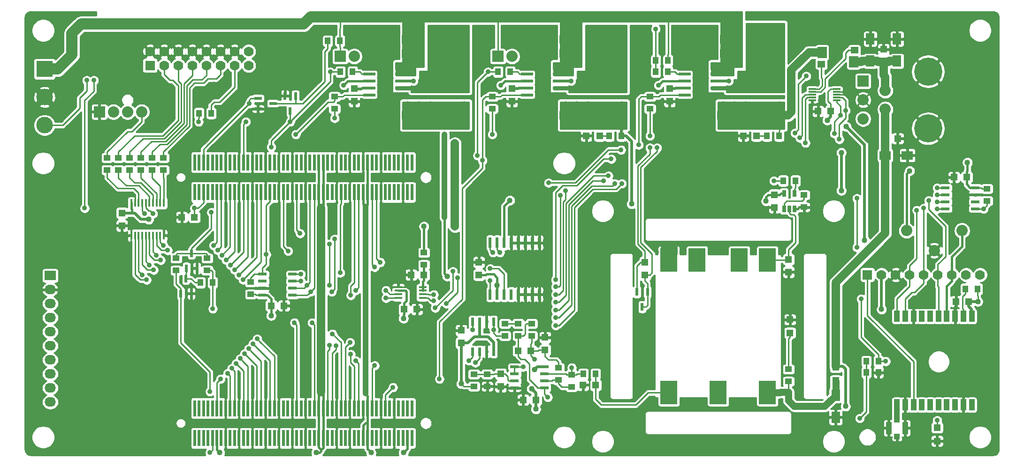
<source format=gbr>
G04 #@! TF.GenerationSoftware,KiCad,Pcbnew,(5.1.5)*
G04 #@! TF.CreationDate,2019-12-09T21:55:14-05:00*
G04 #@! TF.ProjectId,clock,636c6f63-6b2e-46b6-9963-61645f706362,rev?*
G04 #@! TF.SameCoordinates,Original*
G04 #@! TF.FileFunction,Copper,L1,Top*
G04 #@! TF.FilePolarity,Positive*
%FSLAX46Y46*%
G04 Gerber Fmt 4.6, Leading zero omitted, Abs format (unit mm)*
G04 Created by KiCad (PCBNEW (5.1.5)) date 2019-12-09 21:55:14*
%MOMM*%
%LPD*%
G04 APERTURE LIST*
%ADD10C,1.016000*%
%ADD11R,1.000000X2.000000*%
%ADD12R,3.048000X4.191000*%
%ADD13R,1.778000X1.778000*%
%ADD14C,1.778000*%
%ADD15C,2.540000*%
%ADD16R,0.450000X1.450000*%
%ADD17R,1.600000X2.000000*%
%ADD18R,2.000000X1.600000*%
%ADD19C,5.080000*%
%ADD20R,3.400000X2.850000*%
%ADD21R,3.000000X3.000000*%
%ADD22C,3.000000*%
%ADD23C,2.040000*%
%ADD24R,2.040000X2.040000*%
%ADD25R,1.050000X2.200000*%
%ADD26R,1.000000X1.000000*%
%ADD27R,2.200000X0.500000*%
%ADD28R,1.300000X1.300000*%
%ADD29R,2.950000X4.900000*%
%ADD30R,2.400000X3.100000*%
%ADD31R,2.032000X2.032000*%
%ADD32O,2.032000X2.032000*%
%ADD33R,0.600000X1.550000*%
%ADD34R,1.550000X0.600000*%
%ADD35R,0.530000X1.980000*%
%ADD36R,1.397000X1.143000*%
%ADD37R,1.651000X2.006600*%
%ADD38R,1.450000X0.450000*%
%ADD39R,0.500000X3.000000*%
%ADD40R,1.400000X0.300000*%
%ADD41C,2.032000*%
%ADD42R,2.032000X1.727200*%
%ADD43O,2.032000X1.727200*%
%ADD44C,6.000000*%
%ADD45R,0.600000X1.400000*%
%ADD46R,1.400000X0.600000*%
%ADD47R,1.300000X1.000000*%
%ADD48R,1.000000X1.300000*%
%ADD49R,1.250000X1.300000*%
%ADD50R,1.300000X1.250000*%
%ADD51R,1.300000X1.500000*%
%ADD52R,0.700000X1.200000*%
%ADD53R,1.300000X1.200000*%
%ADD54R,1.200000X1.300000*%
%ADD55C,0.889000*%
%ADD56C,1.524000*%
%ADD57C,1.270000*%
%ADD58C,0.508000*%
%ADD59C,0.254000*%
%ADD60C,1.524000*%
%ADD61C,0.381000*%
%ADD62C,1.016000*%
%ADD63C,1.270000*%
%ADD64C,2.032000*%
G04 APERTURE END LIST*
D10*
X264160000Y-189230000D03*
X254000000Y-214630000D03*
X264922000Y-214630000D03*
X256540000Y-201168000D03*
X229870000Y-180340000D03*
X246380000Y-201168000D03*
D11*
X361842000Y-220727000D03*
X360342000Y-220727000D03*
X358842000Y-220727000D03*
X357342000Y-220727000D03*
X355842000Y-220727000D03*
X354342000Y-220727000D03*
X352842000Y-220727000D03*
X351342000Y-220727000D03*
X349842000Y-220727000D03*
X348342000Y-220727000D03*
X348342000Y-236727000D03*
X349842000Y-236727000D03*
X351342000Y-236727000D03*
X352842000Y-236727000D03*
X354342000Y-236727000D03*
X355842000Y-236727000D03*
X357342000Y-236727000D03*
X358842000Y-236727000D03*
X360342000Y-236727000D03*
X361842000Y-236727000D03*
D12*
X307213000Y-210502500D03*
X312293000Y-210502500D03*
X319913000Y-210502500D03*
X324993000Y-210502500D03*
X324993000Y-234505500D03*
X316103000Y-234505500D03*
X307213000Y-234505500D03*
D10*
X218440000Y-200025000D03*
X226695000Y-233680000D03*
X248920000Y-218440000D03*
X355600000Y-194310000D03*
D13*
X343027000Y-213217000D03*
D14*
X345567000Y-213217000D03*
X348107000Y-213217000D03*
X350647000Y-213217000D03*
X353187000Y-213217000D03*
X355727000Y-213217000D03*
X358267000Y-213217000D03*
X360807000Y-213217000D03*
X363347000Y-213217000D03*
D10*
X345440000Y-236220000D03*
X359156000Y-216535000D03*
X238506000Y-190246000D03*
X243459000Y-182499000D03*
X280670000Y-198120000D03*
X293370000Y-190500000D03*
X334010000Y-189230000D03*
X332740000Y-175260000D03*
X339598000Y-179578000D03*
X233680000Y-185420000D03*
X322580000Y-201676000D03*
X320040000Y-201676000D03*
X312420000Y-201676000D03*
X363220000Y-208280000D03*
X255270000Y-230632000D03*
X332740000Y-243840000D03*
X299720000Y-243840000D03*
X339090000Y-206756000D03*
X336550000Y-206756000D03*
X241300000Y-201168000D03*
X238760000Y-201168000D03*
X236220000Y-201168000D03*
X248920000Y-201168000D03*
X227584000Y-178816000D03*
X225044000Y-178816000D03*
X204470000Y-181610000D03*
X304673000Y-207645000D03*
X309753000Y-207645000D03*
X344170000Y-224790000D03*
X358140000Y-243840000D03*
X353060000Y-243840000D03*
X228600000Y-218440000D03*
X228600000Y-223520000D03*
X330200000Y-218440000D03*
X220980000Y-233680000D03*
X213360000Y-233680000D03*
X205740000Y-233680000D03*
X205740000Y-218440000D03*
X213360000Y-218440000D03*
X213360000Y-223520000D03*
X220980000Y-223520000D03*
X205740000Y-223520000D03*
X250698000Y-245364000D03*
X246126000Y-245364000D03*
X255270000Y-226060000D03*
X304800000Y-201676000D03*
X307340000Y-201676000D03*
X314960000Y-201676000D03*
X322571329Y-196858671D03*
D15*
X358648000Y-176530000D03*
X358648000Y-181610000D03*
X358648000Y-186690000D03*
X363728000Y-186690000D03*
X363728000Y-176530000D03*
D10*
X284353000Y-212090000D03*
X267970000Y-208280000D03*
X259080000Y-208280000D03*
X256540000Y-208280000D03*
X248920000Y-208280000D03*
X340360000Y-167132000D03*
X341630000Y-236220000D03*
X340360000Y-226060000D03*
X340360000Y-218440000D03*
X340360000Y-215900000D03*
X302260000Y-228600000D03*
X330200000Y-215900000D03*
X330200000Y-226060000D03*
X330200000Y-228600000D03*
X332740000Y-205740000D03*
X236220000Y-185420000D03*
X241300000Y-180340000D03*
X245237000Y-184277000D03*
X277114000Y-228600000D03*
X276860000Y-241300000D03*
X266700000Y-241300000D03*
X271780000Y-241300000D03*
X271780000Y-236220000D03*
X274320000Y-236220000D03*
X276860000Y-236220000D03*
X267970000Y-226060000D03*
X267970000Y-230632000D03*
X263525000Y-219202000D03*
X254000000Y-218440000D03*
X261620000Y-201168000D03*
X264160000Y-201168000D03*
X220980000Y-187960000D03*
X228600000Y-187960000D03*
X233680000Y-187960000D03*
X238506000Y-187960000D03*
X240792000Y-190246000D03*
X279400000Y-204470000D03*
X270510000Y-195072000D03*
X294640000Y-223520000D03*
X294640000Y-228600000D03*
X294640000Y-226060000D03*
X294640000Y-210820000D03*
X294640000Y-208280000D03*
X294640000Y-205740000D03*
X281940000Y-204470000D03*
X284480000Y-204470000D03*
X280670000Y-195072000D03*
X278130000Y-195072000D03*
X275590000Y-195072000D03*
X260350000Y-226060000D03*
X262890000Y-226060000D03*
X262890000Y-230632000D03*
X260350000Y-230632000D03*
X248920000Y-210820000D03*
X220980000Y-218440000D03*
X220980000Y-205740000D03*
X255270000Y-233172000D03*
X241300000Y-233680000D03*
X238760000Y-233680000D03*
X238760000Y-228600000D03*
X241300000Y-228600000D03*
X241300000Y-218440000D03*
X236220000Y-208280000D03*
X241300000Y-208280000D03*
X236220000Y-210820000D03*
X238760000Y-210820000D03*
X241300000Y-210820000D03*
X353060000Y-218440000D03*
X354584000Y-203962000D03*
X347980000Y-208280000D03*
X350520000Y-208280000D03*
X355600000Y-167132000D03*
X353060000Y-167132000D03*
X350520000Y-167132000D03*
X345440000Y-167132000D03*
X342900000Y-167132000D03*
X335280000Y-167132000D03*
X332740000Y-167132000D03*
X330200000Y-167132000D03*
X348488000Y-194310000D03*
X348488000Y-201930000D03*
X336550000Y-196596000D03*
X339852000Y-197612000D03*
X341376000Y-195834000D03*
X343916000Y-201930000D03*
X343916000Y-199390000D03*
X343916000Y-196850000D03*
X343916000Y-186690000D03*
X343916000Y-189230000D03*
X339852000Y-189230000D03*
X207264000Y-178816000D03*
X209804000Y-178816000D03*
X212344000Y-178816000D03*
X214884000Y-178816000D03*
X214884000Y-181356000D03*
X217424000Y-181356000D03*
X214884000Y-183896000D03*
X217424000Y-183896000D03*
X215392000Y-186944000D03*
X213360000Y-186944000D03*
X198120000Y-203200000D03*
X203200000Y-203200000D03*
X205740000Y-203200000D03*
X203200000Y-198120000D03*
X203200000Y-195580000D03*
X203200000Y-193040000D03*
X207010000Y-186182000D03*
X204470000Y-186182000D03*
X204470000Y-188722000D03*
X198120000Y-198120000D03*
X198120000Y-195580000D03*
X198120000Y-193040000D03*
X197866000Y-178562000D03*
X197866000Y-183642000D03*
D16*
X210224000Y-206128999D03*
X210874000Y-206128999D03*
X211524000Y-206128999D03*
X212174000Y-206128999D03*
X212824000Y-206128999D03*
X213474000Y-206128999D03*
X214124000Y-206128999D03*
X214774000Y-206128999D03*
X215424000Y-206128999D03*
X216074000Y-206128999D03*
X216074000Y-200228999D03*
X215424000Y-200228999D03*
X214774000Y-200228999D03*
X214124000Y-200228999D03*
X213474000Y-200228999D03*
X212824000Y-200228999D03*
X212174000Y-200228999D03*
X211524000Y-200228999D03*
X210874000Y-200228999D03*
X210224000Y-200228999D03*
D17*
X337312000Y-234982000D03*
X337312000Y-238982000D03*
D18*
X317468000Y-170688000D03*
X313468000Y-170688000D03*
X288512000Y-170688000D03*
X284512000Y-170688000D03*
X260064000Y-170688000D03*
X256064000Y-170688000D03*
X317468000Y-173228000D03*
X313468000Y-173228000D03*
X288512000Y-173228000D03*
X284512000Y-173228000D03*
X260064000Y-173228000D03*
X256064000Y-173228000D03*
X316960000Y-184404000D03*
X312960000Y-184404000D03*
X288512000Y-184404000D03*
X284512000Y-184404000D03*
X260064000Y-184404000D03*
X256064000Y-184404000D03*
D19*
X353974400Y-186753500D03*
X353974400Y-176466500D03*
D20*
X324104000Y-177065000D03*
X324104000Y-183615000D03*
X295656000Y-177065000D03*
X295656000Y-183615000D03*
X267208000Y-177065000D03*
X267208000Y-183615000D03*
D21*
X194564000Y-176022000D03*
D22*
X194564000Y-181102000D03*
X194564000Y-186182000D03*
D23*
X212090000Y-183769000D03*
X209550000Y-183769000D03*
D24*
X204470000Y-183769000D03*
D23*
X207010000Y-183769000D03*
D25*
X346886000Y-240919000D03*
X349836000Y-240919000D03*
D26*
X348361000Y-242419000D03*
X348361000Y-239419000D03*
D27*
X310053000Y-176911000D03*
X310053000Y-178181000D03*
X310053000Y-179451000D03*
X310053000Y-180721000D03*
X315803000Y-180721000D03*
X315803000Y-179451000D03*
X315803000Y-178181000D03*
X315803000Y-176911000D03*
D28*
X313578000Y-180116000D03*
X313578000Y-177516000D03*
X312278000Y-180116000D03*
X312278000Y-177516000D03*
X312278000Y-178816000D03*
X313578000Y-178816000D03*
D29*
X312928000Y-178816000D03*
D30*
X312928000Y-178816000D03*
D27*
X281605000Y-176911000D03*
X281605000Y-178181000D03*
X281605000Y-179451000D03*
X281605000Y-180721000D03*
X287355000Y-180721000D03*
X287355000Y-179451000D03*
X287355000Y-178181000D03*
X287355000Y-176911000D03*
D28*
X285130000Y-180116000D03*
X285130000Y-177516000D03*
X283830000Y-180116000D03*
X283830000Y-177516000D03*
X283830000Y-178816000D03*
X285130000Y-178816000D03*
D29*
X284480000Y-178816000D03*
D30*
X284480000Y-178816000D03*
D27*
X253157000Y-176911000D03*
X253157000Y-178181000D03*
X253157000Y-179451000D03*
X253157000Y-180721000D03*
X258907000Y-180721000D03*
X258907000Y-179451000D03*
X258907000Y-178181000D03*
X258907000Y-176911000D03*
D28*
X256682000Y-180116000D03*
X256682000Y-177516000D03*
X255382000Y-180116000D03*
X255382000Y-177516000D03*
X255382000Y-178816000D03*
X256682000Y-178816000D03*
D29*
X256032000Y-178816000D03*
D30*
X256032000Y-178816000D03*
D31*
X276352000Y-173736000D03*
D32*
X278892000Y-173736000D03*
D31*
X247904000Y-173736000D03*
D32*
X250444000Y-173736000D03*
D33*
X275590000Y-221709000D03*
X274320000Y-221709000D03*
X273050000Y-221709000D03*
X271780000Y-221709000D03*
X271780000Y-227109000D03*
X273050000Y-227109000D03*
X274320000Y-227109000D03*
X275590000Y-227109000D03*
D34*
X279367000Y-229870000D03*
X279367000Y-231140000D03*
X279367000Y-232410000D03*
X279367000Y-233680000D03*
X284767000Y-233680000D03*
X284767000Y-232410000D03*
X284767000Y-231140000D03*
X284767000Y-229870000D03*
X239301000Y-216916000D03*
X239301000Y-215646000D03*
X239301000Y-214376000D03*
X239301000Y-213106000D03*
X233901000Y-213106000D03*
X233901000Y-214376000D03*
X233901000Y-215646000D03*
X233901000Y-216916000D03*
X357091000Y-197485000D03*
X357091000Y-198755000D03*
X357091000Y-200025000D03*
X357091000Y-201295000D03*
X362491000Y-201295000D03*
X362491000Y-200025000D03*
X362491000Y-198755000D03*
X362491000Y-197485000D03*
D35*
X274955000Y-216775000D03*
X276225000Y-216775000D03*
X277495000Y-216775000D03*
X278765000Y-216775000D03*
X280035000Y-216775000D03*
X281305000Y-216775000D03*
X282575000Y-216775000D03*
X283845000Y-216775000D03*
X283845000Y-207405000D03*
X282575000Y-207405000D03*
X281305000Y-207405000D03*
X280035000Y-207405000D03*
X278765000Y-207405000D03*
X277495000Y-207405000D03*
X276225000Y-207405000D03*
X274955000Y-207405000D03*
D17*
X343535000Y-174593000D03*
X343535000Y-170593000D03*
D18*
X346234000Y-191643000D03*
X350234000Y-191643000D03*
D36*
X334708500Y-175133000D03*
X340677500Y-172593000D03*
D37*
X334835500Y-173024800D03*
X340550500Y-174701200D03*
D38*
X258404000Y-215433000D03*
X258404000Y-216083000D03*
X258404000Y-216733000D03*
X258404000Y-217383000D03*
X262804000Y-217383000D03*
X262804000Y-216733000D03*
X262804000Y-216083000D03*
X262804000Y-215433000D03*
D39*
X221647200Y-192892700D03*
X221647200Y-198292700D03*
X222447200Y-192892700D03*
X222447200Y-198292700D03*
X223247200Y-192892700D03*
X223247200Y-198292700D03*
X224047200Y-192892700D03*
X224047200Y-198292700D03*
X224847200Y-192892700D03*
X224847200Y-198292700D03*
X225647200Y-192892700D03*
X225647200Y-198292700D03*
X226447200Y-192892700D03*
X226447200Y-198292700D03*
X227247200Y-192892700D03*
X227247200Y-198292700D03*
X228047200Y-192892700D03*
X228047200Y-198292700D03*
X228847200Y-192892700D03*
X228847200Y-198292700D03*
X229647200Y-192892700D03*
X229647200Y-198292700D03*
X230447200Y-192892700D03*
X230447200Y-198292700D03*
X231247200Y-192892700D03*
X231247200Y-198292700D03*
X232047200Y-192892700D03*
X232047200Y-198292700D03*
X232847200Y-192892700D03*
X232847200Y-198292700D03*
X233647200Y-192892700D03*
X233647200Y-198292700D03*
X234447200Y-192892700D03*
X234447200Y-198292700D03*
X235247200Y-192892700D03*
X235247200Y-198292700D03*
X236047200Y-192892700D03*
X236047200Y-198292700D03*
X236847200Y-192892700D03*
X236847200Y-198292700D03*
X237647200Y-192892700D03*
X237647200Y-198292700D03*
X238447200Y-192892700D03*
X238447200Y-198292700D03*
X239247200Y-192892700D03*
X239247200Y-198292700D03*
X240047200Y-192892700D03*
X240047200Y-198292700D03*
X240847200Y-192892700D03*
X240847200Y-198292700D03*
X241647200Y-192892700D03*
X241647200Y-198292700D03*
X242447200Y-192892700D03*
X242447200Y-198292700D03*
X243247200Y-192892700D03*
X243247200Y-198292700D03*
X244047200Y-192892700D03*
X244047200Y-198292700D03*
X244847200Y-192892700D03*
X244847200Y-198292700D03*
X245647200Y-192892700D03*
X245647200Y-198292700D03*
X246447200Y-192892700D03*
X246447200Y-198292700D03*
X247247200Y-192892700D03*
X247247200Y-198292700D03*
X248047200Y-192892700D03*
X248047200Y-198292700D03*
X248847200Y-192892700D03*
X248847200Y-198292700D03*
X249647200Y-192892700D03*
X249647200Y-198292700D03*
X250447200Y-192892700D03*
X250447200Y-198292700D03*
X251247200Y-192892700D03*
X251247200Y-198292700D03*
X252047200Y-192892700D03*
X252047200Y-198292700D03*
X252847200Y-192892700D03*
X252847200Y-198292700D03*
X253647200Y-192892700D03*
X253647200Y-198292700D03*
X254447200Y-192892700D03*
X254447200Y-198292700D03*
X255247200Y-192892700D03*
X255247200Y-198292700D03*
X256047200Y-192892700D03*
X256047200Y-198292700D03*
X256847200Y-192892700D03*
X256847200Y-198292700D03*
X257647200Y-192892700D03*
X257647200Y-198292700D03*
X258447200Y-192892700D03*
X258447200Y-198292700D03*
X259247200Y-192892700D03*
X259247200Y-198292700D03*
X260047200Y-192892700D03*
X260047200Y-198292700D03*
X260847200Y-192892700D03*
X260847200Y-198292700D03*
X221647200Y-237342700D03*
X221647200Y-242742700D03*
X222447200Y-237342700D03*
X222447200Y-242742700D03*
X223247200Y-237342700D03*
X223247200Y-242742700D03*
X224047200Y-237342700D03*
X224047200Y-242742700D03*
X224847200Y-237342700D03*
X224847200Y-242742700D03*
X225647200Y-237342700D03*
X225647200Y-242742700D03*
X226447200Y-237342700D03*
X226447200Y-242742700D03*
X227247200Y-237342700D03*
X227247200Y-242742700D03*
X228047200Y-237342700D03*
X228047200Y-242742700D03*
X228847200Y-237342700D03*
X228847200Y-242742700D03*
X229647200Y-237342700D03*
X229647200Y-242742700D03*
X230447200Y-237342700D03*
X230447200Y-242742700D03*
X231247200Y-237342700D03*
X231247200Y-242742700D03*
X232047200Y-237342700D03*
X232047200Y-242742700D03*
X232847200Y-237342700D03*
X232847200Y-242742700D03*
X233647200Y-237342700D03*
X233647200Y-242742700D03*
X234447200Y-237342700D03*
X234447200Y-242742700D03*
X235247200Y-237342700D03*
X235247200Y-242742700D03*
X236047200Y-237342700D03*
X236047200Y-242742700D03*
X236847200Y-237342700D03*
X236847200Y-242742700D03*
X237647200Y-237342700D03*
X237647200Y-242742700D03*
X238447200Y-237342700D03*
X238447200Y-242742700D03*
X239247200Y-237342700D03*
X239247200Y-242742700D03*
X240047200Y-237342700D03*
X240047200Y-242742700D03*
X240847200Y-237342700D03*
X240847200Y-242742700D03*
X241647200Y-237342700D03*
X241647200Y-242742700D03*
X242447200Y-237342700D03*
X242447200Y-242742700D03*
X243247200Y-237342700D03*
X243247200Y-242742700D03*
X244047200Y-237342700D03*
X244047200Y-242742700D03*
X244847200Y-237342700D03*
X244847200Y-242742700D03*
X245647200Y-237342700D03*
X245647200Y-242742700D03*
X246447200Y-237342700D03*
X246447200Y-242742700D03*
X247247200Y-237342700D03*
X247247200Y-242742700D03*
X248047200Y-237342700D03*
X248047200Y-242742700D03*
X248847200Y-237342700D03*
X248847200Y-242742700D03*
X249647200Y-237342700D03*
X249647200Y-242742700D03*
X250447200Y-237342700D03*
X250447200Y-242742700D03*
X251247200Y-237342700D03*
X251247200Y-242742700D03*
X252047200Y-237342700D03*
X252047200Y-242742700D03*
X252847200Y-237342700D03*
X252847200Y-242742700D03*
X253647200Y-237342700D03*
X253647200Y-242742700D03*
X254447200Y-237342700D03*
X254447200Y-242742700D03*
X255247200Y-237342700D03*
X255247200Y-242742700D03*
X256047200Y-237342700D03*
X256047200Y-242742700D03*
X256847200Y-237342700D03*
X256847200Y-242742700D03*
X257647200Y-237342700D03*
X257647200Y-242742700D03*
X258447200Y-237342700D03*
X258447200Y-242742700D03*
X259247200Y-237342700D03*
X259247200Y-242742700D03*
X260047200Y-237342700D03*
X260047200Y-242742700D03*
X260847200Y-237342700D03*
X260847200Y-242742700D03*
D40*
X333080000Y-179644800D03*
X333080000Y-180144800D03*
X333080000Y-180644800D03*
X333080000Y-181144800D03*
X333080000Y-181644800D03*
X337480000Y-181644800D03*
X337480000Y-181144800D03*
X337480000Y-180644800D03*
X337480000Y-180144800D03*
X337480000Y-179644800D03*
D10*
X197866000Y-181102000D03*
D15*
X363728000Y-181610000D03*
D41*
X342239600Y-181610000D03*
D31*
X342239600Y-178206400D03*
D41*
X342239600Y-185013600D03*
X346240100Y-183311800D03*
X346240100Y-179908200D03*
D42*
X195580000Y-213360000D03*
D43*
X195580000Y-215900000D03*
X195580000Y-218440000D03*
X195580000Y-220980000D03*
X195580000Y-223520000D03*
X195580000Y-226060000D03*
X195580000Y-228600000D03*
X195580000Y-231140000D03*
X195580000Y-233680000D03*
X195580000Y-236220000D03*
D17*
X348361000Y-174593000D03*
X348361000Y-170593000D03*
D23*
X355092000Y-208832000D03*
X350092000Y-205232000D03*
X360092000Y-205232000D03*
D44*
X204704000Y-174387000D03*
X240304000Y-174387000D03*
D13*
X213614000Y-175387000D03*
D14*
X213614000Y-172847000D03*
X216154000Y-175387000D03*
X216154000Y-172847000D03*
X218694000Y-175387000D03*
X218694000Y-172847000D03*
X221234000Y-175387000D03*
X221234000Y-172847000D03*
X223774000Y-175387000D03*
X223774000Y-172847000D03*
X226314000Y-175387000D03*
X226314000Y-172847000D03*
X228854000Y-175387000D03*
X228854000Y-172847000D03*
X231394000Y-175387000D03*
X231394000Y-172847000D03*
D45*
X219141000Y-216615000D03*
X221041000Y-216615000D03*
X220091000Y-213915000D03*
X220157000Y-212043000D03*
X222057000Y-212043000D03*
X221107000Y-209343000D03*
D46*
X233092000Y-181295000D03*
X233092000Y-183195000D03*
X235792000Y-182245000D03*
D45*
X239837000Y-180895000D03*
X237937000Y-180895000D03*
X238887000Y-183595000D03*
D47*
X272034000Y-231183000D03*
X272034000Y-233383000D03*
X274447000Y-233383000D03*
X274447000Y-231183000D03*
X263017000Y-211412000D03*
X263017000Y-209212000D03*
X277622000Y-222039000D03*
X277622000Y-224239000D03*
X280035000Y-224239000D03*
X280035000Y-222039000D03*
X282448000Y-224239000D03*
X282448000Y-222039000D03*
X331597000Y-200998000D03*
X331597000Y-198798000D03*
D48*
X330030000Y-196215000D03*
X327830000Y-196215000D03*
D47*
X287274000Y-232240000D03*
X287274000Y-230040000D03*
X289687000Y-231310000D03*
X289687000Y-233510000D03*
D48*
X291762000Y-231140000D03*
X293962000Y-231140000D03*
X342816000Y-228854000D03*
X345016000Y-228854000D03*
X345016000Y-230886000D03*
X342816000Y-230886000D03*
X360723000Y-215773000D03*
X362923000Y-215773000D03*
D47*
X207899000Y-194267000D03*
X207899000Y-192067000D03*
X209931000Y-194267000D03*
X209931000Y-192067000D03*
X211963000Y-194267000D03*
X211963000Y-192067000D03*
X213995000Y-194267000D03*
X213995000Y-192067000D03*
X205867000Y-194267000D03*
X205867000Y-192067000D03*
D48*
X222420000Y-184023000D03*
X224620000Y-184023000D03*
X224874000Y-214630000D03*
X222674000Y-214630000D03*
D47*
X218313000Y-210228000D03*
X218313000Y-212428000D03*
X223901000Y-212428000D03*
X223901000Y-210228000D03*
X216027000Y-194267000D03*
X216027000Y-192067000D03*
D48*
X304843000Y-174498000D03*
X307043000Y-174498000D03*
X304843000Y-176530000D03*
X307043000Y-176530000D03*
X276395000Y-176530000D03*
X278595000Y-176530000D03*
X247947000Y-176530000D03*
X250147000Y-176530000D03*
D47*
X303784000Y-181018000D03*
X303784000Y-183218000D03*
X275336000Y-181018000D03*
X275336000Y-183218000D03*
X246888000Y-181018000D03*
X246888000Y-183218000D03*
D48*
X247861000Y-170942000D03*
X245661000Y-170942000D03*
D45*
X303337000Y-216328000D03*
X301437000Y-216328000D03*
X302387000Y-219028000D03*
D49*
X272923000Y-210940000D03*
X272923000Y-213240000D03*
D50*
X358641000Y-195580000D03*
X360941000Y-195580000D03*
X237751000Y-218821000D03*
X235451000Y-218821000D03*
D49*
X250444000Y-181871000D03*
X250444000Y-179571000D03*
X278892000Y-181871000D03*
X278892000Y-179571000D03*
X307340000Y-181871000D03*
X307340000Y-179571000D03*
D50*
X219322000Y-202819000D03*
X221622000Y-202819000D03*
D49*
X208534000Y-204350000D03*
X208534000Y-202050000D03*
D50*
X359022000Y-218059000D03*
X361322000Y-218059000D03*
D49*
X326263000Y-201048000D03*
X326263000Y-198748000D03*
D50*
X291712000Y-233172000D03*
X294012000Y-233172000D03*
X348495000Y-188595000D03*
X346195000Y-188595000D03*
D49*
X345948000Y-172459000D03*
X345948000Y-174759000D03*
X328803000Y-212732000D03*
X328803000Y-210432000D03*
X302895000Y-210940000D03*
X302895000Y-213240000D03*
D50*
X334130000Y-183642000D03*
X336430000Y-183642000D03*
D49*
X284861000Y-224529000D03*
X284861000Y-226829000D03*
D50*
X282328000Y-226949000D03*
X280028000Y-226949000D03*
D49*
X269748000Y-223259000D03*
X269748000Y-225559000D03*
D50*
X260724000Y-213233000D03*
X263024000Y-213233000D03*
D49*
X276860000Y-233433000D03*
X276860000Y-231133000D03*
D50*
X261754000Y-219456000D03*
X259454000Y-219456000D03*
X280917000Y-235839000D03*
X283217000Y-235839000D03*
D51*
X337312000Y-229790000D03*
X337312000Y-232490000D03*
D52*
X327980000Y-201298000D03*
X328930000Y-201298000D03*
X329880000Y-201298000D03*
X329880000Y-198498000D03*
X327980000Y-198498000D03*
D53*
X329057000Y-221304000D03*
X329057000Y-223704000D03*
X355600000Y-243262000D03*
X355600000Y-240862000D03*
D54*
X320618000Y-188087000D03*
X323018000Y-188087000D03*
X292297000Y-188087000D03*
X294697000Y-188087000D03*
D47*
X328803000Y-230294000D03*
X328803000Y-232494000D03*
D48*
X324909000Y-188087000D03*
X327109000Y-188087000D03*
X296461000Y-188087000D03*
X298661000Y-188087000D03*
D47*
X231775000Y-214546000D03*
X231775000Y-216746000D03*
X364617000Y-199855000D03*
X364617000Y-197655000D03*
D10*
X339090000Y-236982000D03*
X269748000Y-232918000D03*
X283210000Y-237490000D03*
X282956056Y-230378000D03*
X282448000Y-233807006D03*
X286512000Y-168656000D03*
X284480000Y-168656000D03*
X282448000Y-168656000D03*
X314960000Y-186436000D03*
X312928000Y-186436000D03*
X310896000Y-186436000D03*
X286512000Y-186436000D03*
X284480000Y-186436000D03*
X282448000Y-186436000D03*
X254000000Y-186436000D03*
X256032000Y-186436000D03*
X258064000Y-186436000D03*
X315468000Y-168656000D03*
X313436000Y-168656000D03*
X311404000Y-168656000D03*
X311404000Y-170688000D03*
X313436000Y-175260000D03*
X311404000Y-175260000D03*
X311404000Y-173228000D03*
X314960000Y-182372000D03*
X312928000Y-182372000D03*
X310896000Y-182372000D03*
X310896000Y-184404000D03*
X286512000Y-182372000D03*
X284480000Y-182372000D03*
X282448000Y-182372000D03*
X282448000Y-184404000D03*
X282448000Y-170688000D03*
X284480000Y-175260000D03*
X282448000Y-175260000D03*
X282448000Y-173228000D03*
X254000000Y-168655992D03*
X258064000Y-168656000D03*
X256032000Y-168656000D03*
X254000000Y-170688000D03*
X256032000Y-175260000D03*
X254000000Y-175260000D03*
X254000000Y-173228000D03*
X258064000Y-182372000D03*
X256032000Y-182372000D03*
X254000000Y-182372000D03*
X254000000Y-184404000D03*
X361061000Y-192913000D03*
X267208000Y-213487000D03*
X300482000Y-200406000D03*
X338328000Y-191135000D03*
X235458000Y-220599000D03*
X266700000Y-187833000D03*
D55*
X275336000Y-187833000D03*
D10*
X253492000Y-245364000D03*
X259334000Y-245364000D03*
X338328000Y-197993000D03*
X259334000Y-221107000D03*
X252476006Y-202818980D03*
X266700000Y-202818980D03*
X213360000Y-203200000D03*
X324739000Y-199898000D03*
X298704000Y-182372000D03*
X298704000Y-184404000D03*
X298704000Y-186436000D03*
X292608000Y-182372000D03*
X292608000Y-184404000D03*
X292608000Y-186436000D03*
X295656000Y-186436000D03*
X288544000Y-186436000D03*
X290576000Y-186436000D03*
X288544000Y-182372000D03*
X290576000Y-182372000D03*
X290576000Y-184404000D03*
X276225000Y-215138000D03*
X252476000Y-220598978D03*
X263017000Y-204470000D03*
D56*
X268605000Y-204470000D03*
X244475000Y-204470000D03*
D55*
X244475000Y-219329000D03*
X224917000Y-219329000D03*
D56*
X268605000Y-189484000D03*
D55*
X303784000Y-188087000D03*
D10*
X243586000Y-245364000D03*
X226187020Y-245364000D03*
X335788000Y-185293001D03*
X324104000Y-186436000D03*
X327152000Y-186436000D03*
X327152000Y-184404000D03*
X327152000Y-182372000D03*
X316992000Y-186436000D03*
X319024000Y-186436000D03*
X321056000Y-182372000D03*
X321056000Y-184404000D03*
X321056000Y-186436000D03*
X316992000Y-182372000D03*
X319024000Y-182372000D03*
X319024000Y-184404000D03*
X339217000Y-186436000D03*
X342519000Y-207010010D03*
X345567000Y-219456006D03*
D55*
X318008000Y-178181000D03*
X322199000Y-179705000D03*
X289560000Y-178181000D03*
X293751000Y-179705000D03*
X261112000Y-178181000D03*
X265303000Y-179705000D03*
X305308000Y-178943000D03*
X276860000Y-178943000D03*
X246888000Y-184912000D03*
D10*
X270256000Y-182372000D03*
X270256000Y-184404000D03*
X270256000Y-186436000D03*
X264160000Y-182372000D03*
X264160000Y-184404000D03*
X264160000Y-186436000D03*
X267208000Y-186436000D03*
X260096000Y-182372000D03*
X262128000Y-182372000D03*
X260096000Y-186436000D03*
X262128000Y-186436000D03*
X262128000Y-184404000D03*
D55*
X248539000Y-178943000D03*
X256159000Y-217424000D03*
X249808994Y-216916000D03*
X256159000Y-216027000D03*
X250698000Y-216027000D03*
X326136000Y-196215000D03*
X238506006Y-208915000D03*
X257429000Y-233553000D03*
X341630000Y-239141000D03*
X222377000Y-185547000D03*
X304800000Y-168783000D03*
X202184000Y-178054000D03*
X272669000Y-191643000D03*
X238887000Y-185547000D03*
X274574000Y-176530000D03*
X246126000Y-176530000D03*
X235458000Y-190119006D03*
X224663000Y-201930000D03*
X231521000Y-182245000D03*
X301752000Y-189738000D03*
X273558000Y-192532000D03*
X239903000Y-187833000D03*
X226314000Y-232029000D03*
X265811000Y-232029000D03*
X255143000Y-210947000D03*
X276733000Y-209169000D03*
X254127000Y-211836000D03*
X275463000Y-209169000D03*
X246888000Y-206756000D03*
X246380000Y-216281000D03*
X242570000Y-216281000D03*
X355600000Y-197485000D03*
X245999000Y-207645000D03*
X245999000Y-215138000D03*
X241935000Y-215138000D03*
X355600000Y-198755000D03*
X297434000Y-196723000D03*
X247142000Y-226060000D03*
X351917000Y-201549000D03*
X286766000Y-220980000D03*
X295402000Y-196215000D03*
X245999000Y-225933000D03*
X286766000Y-219583000D03*
X353187000Y-201168000D03*
X285496000Y-196596000D03*
X329946000Y-187579000D03*
X298577000Y-190627000D03*
X240665000Y-205740000D03*
X331978004Y-177292000D03*
X271780000Y-223139000D03*
X249809000Y-227584000D03*
X250698000Y-228727000D03*
X271145000Y-228727000D03*
X254127000Y-229616000D03*
X272288000Y-229108000D03*
X298704000Y-196723000D03*
X249682000Y-225425000D03*
X286765994Y-222377000D03*
X341122000Y-208280000D03*
X341122002Y-199390000D03*
X296291000Y-195326000D03*
X246507000Y-223901000D03*
X286766000Y-218186000D03*
X354076000Y-199771000D03*
D10*
X278511000Y-199771000D03*
X350647000Y-194437000D03*
D55*
X230886000Y-185547000D03*
X213487000Y-211455000D03*
X228092000Y-211455000D03*
X215519000Y-210566000D03*
X227330000Y-210566000D03*
X214757000Y-209677000D03*
X226568000Y-209677000D03*
X216789000Y-208788000D03*
X225806000Y-208788000D03*
X230378000Y-214122000D03*
X212979000Y-214122000D03*
X285369000Y-235331000D03*
X280923990Y-229870000D03*
X282956000Y-228473000D03*
X305054000Y-190246000D03*
X330835000Y-188468000D03*
X303784000Y-190246000D03*
X331851000Y-189357000D03*
D10*
X362966006Y-218059000D03*
D55*
X287655000Y-198882000D03*
X264795000Y-216789000D03*
X286766000Y-215392000D03*
X337947000Y-188722000D03*
X339090000Y-183515000D03*
X275590000Y-223138996D03*
X288544000Y-197993000D03*
X264795000Y-217932000D03*
X286766000Y-216789000D03*
X337058006Y-187706000D03*
X338201000Y-184404000D03*
X240792000Y-214376000D03*
X240792000Y-213106000D03*
X355600000Y-200024990D03*
X355600000Y-201294994D03*
X289687000Y-229997000D03*
D57*
X328803000Y-234422000D03*
D10*
X259207000Y-175260000D03*
X316611000Y-175260000D03*
X287655000Y-175260000D03*
D55*
X228854000Y-212344000D03*
X214249000Y-212344000D03*
X212217000Y-213233000D03*
X229616000Y-213233000D03*
X214122000Y-202184000D03*
X212598000Y-202184000D03*
X232918000Y-224790000D03*
X232156000Y-225679004D03*
X231394000Y-226568000D03*
X230632000Y-227457000D03*
X229870002Y-228345998D03*
X229108001Y-229234999D03*
X228346000Y-230124000D03*
X227584008Y-231013000D03*
X216027000Y-207899000D03*
X225044000Y-207899000D03*
X224409000Y-245364000D03*
X224409000Y-234315000D03*
X239649000Y-221869000D03*
X269113000Y-213741000D03*
X267081000Y-218440000D03*
X274955000Y-214248990D03*
X341884000Y-217551000D03*
X346329000Y-228854000D03*
X355600000Y-239522000D03*
X234569000Y-209550000D03*
X296799000Y-192278000D03*
X247904000Y-212852000D03*
X363982000Y-201295000D03*
X286766000Y-214122000D03*
X242824000Y-221869000D03*
X265049000Y-219202000D03*
X268224000Y-212598000D03*
X274955000Y-212090000D03*
X203454000Y-178054000D03*
X201803000Y-201168000D03*
X221615000Y-201167984D03*
D58*
X269748000Y-225559000D02*
X270981000Y-225559000D01*
X270981000Y-225559000D02*
X272131000Y-224409000D01*
X272131000Y-224409000D02*
X273050000Y-224409000D01*
X273050000Y-224409000D02*
X273050000Y-221709000D01*
X273050000Y-224409000D02*
X274574000Y-224409000D01*
X274574000Y-224409000D02*
X275590000Y-225425000D01*
X275590000Y-225425000D02*
X275590000Y-227109000D01*
X339090000Y-236982000D02*
X339090000Y-230251000D01*
X339090000Y-230251000D02*
X338629000Y-229790000D01*
X338629000Y-229790000D02*
X337312000Y-229790000D01*
D59*
X269748000Y-232918000D02*
X270213000Y-233383000D01*
X270213000Y-233383000D02*
X272034000Y-233383000D01*
D58*
X269748000Y-225559000D02*
X269748000Y-232918000D01*
X283210000Y-237490000D02*
X283210000Y-236728000D01*
X283210000Y-236728000D02*
X283217000Y-236721000D01*
X283217000Y-236721000D02*
X283217000Y-235839000D01*
X283217000Y-235839000D02*
X283217000Y-234576006D01*
X283217000Y-234576006D02*
X282448000Y-233807006D01*
D60*
X346195000Y-188595000D02*
X346195000Y-190072000D01*
X346195000Y-190072000D02*
X346234000Y-190111000D01*
X346195000Y-188595000D02*
X346195000Y-186951000D01*
X346195000Y-186951000D02*
X346240100Y-186905900D01*
X346240100Y-183311800D02*
X346240100Y-186905900D01*
X337312000Y-229790000D02*
X337312000Y-214630000D01*
X337312000Y-214630000D02*
X346202000Y-205740000D01*
X346202000Y-205740000D02*
X346202000Y-193294000D01*
X346202000Y-193294000D02*
X346234000Y-193262000D01*
X346234000Y-193262000D02*
X346234000Y-191643000D01*
D58*
X283464056Y-229870000D02*
X282956056Y-230378000D01*
X284767000Y-229870000D02*
X283464056Y-229870000D01*
D60*
X346234000Y-190111000D02*
X346234000Y-191643000D01*
D59*
X292862000Y-233172000D02*
X292735000Y-233172000D01*
X333080000Y-181644800D02*
X333080000Y-182286000D01*
X333080000Y-182286000D02*
X332486000Y-182880000D01*
X292862000Y-233172000D02*
X292862000Y-234315000D01*
X292862000Y-233172000D02*
X292862000Y-232029000D01*
D58*
X291712000Y-233172000D02*
X292735000Y-233172000D01*
D59*
X337480000Y-180144800D02*
X338894800Y-180144800D01*
X338894800Y-180144800D02*
X338963000Y-180213000D01*
X337480000Y-180644800D02*
X338912200Y-180644800D01*
X338912200Y-180644800D02*
X338963000Y-180594000D01*
X222057000Y-212043000D02*
X222057000Y-210886000D01*
X222057000Y-210886000D02*
X222250000Y-210693000D01*
X222250000Y-210693000D02*
X222504000Y-210693000D01*
X222504000Y-210693000D02*
X223139000Y-211328000D01*
X258404000Y-215433000D02*
X260055000Y-215433000D01*
D58*
X359022000Y-218059000D02*
X359022000Y-218955000D01*
X359022000Y-218955000D02*
X358842000Y-219135000D01*
D61*
X329880000Y-201298000D02*
X330451000Y-201298000D01*
X330451000Y-201298000D02*
X330751000Y-200998000D01*
X330751000Y-200998000D02*
X331597000Y-200998000D01*
X237751000Y-218821000D02*
X237751000Y-216669000D01*
X237751000Y-216669000D02*
X236728000Y-215646000D01*
D59*
X208534000Y-204350000D02*
X209543000Y-204350000D01*
X209543000Y-204350000D02*
X209550000Y-204343000D01*
X208534000Y-204350000D02*
X207144000Y-204350000D01*
X207144000Y-204350000D02*
X206629000Y-203835000D01*
X206629000Y-203835000D02*
X206629000Y-199390000D01*
X206629000Y-199390000D02*
X207337000Y-198682000D01*
X207337000Y-198682000D02*
X210620000Y-198682000D01*
X210620000Y-198682000D02*
X210874000Y-198936000D01*
X210874000Y-198936000D02*
X210874000Y-200228999D01*
X209550000Y-204343000D02*
X210185000Y-204343000D01*
X210185000Y-204343000D02*
X215519000Y-204343000D01*
X210224000Y-206128999D02*
X210224000Y-204763000D01*
X210224000Y-204763000D02*
X210185000Y-204724000D01*
X210185000Y-204724000D02*
X210185000Y-204343000D01*
X215519000Y-204343000D02*
X216074000Y-204898000D01*
X340969600Y-182880000D02*
X340614000Y-182880000D01*
X342239600Y-181610000D02*
X340969600Y-182880000D01*
X343509600Y-182880000D02*
X343916000Y-182880000D01*
X342239600Y-181610000D02*
X343509600Y-182880000D01*
X340969600Y-180340000D02*
X340614000Y-180340000D01*
X342239600Y-181610000D02*
X340969600Y-180340000D01*
X343509600Y-180340000D02*
X343916000Y-180340000D01*
X342239600Y-181610000D02*
X343509600Y-180340000D01*
X307213000Y-210502500D02*
X307213000Y-207645000D01*
X307213000Y-207645000D02*
X304673000Y-207645000D01*
D61*
X216074000Y-204898000D02*
X216074000Y-206128999D01*
D59*
X322571329Y-196858671D02*
X322580000Y-196850000D01*
D58*
X358842000Y-220727000D02*
X358842000Y-219135000D01*
D59*
X258404000Y-215433000D02*
X256962000Y-215433000D01*
X282448000Y-168656000D02*
X284480000Y-168656000D01*
X310896000Y-186436000D02*
X312928000Y-186436000D01*
X282448000Y-186436000D02*
X284480000Y-186436000D01*
X254000000Y-186436000D02*
X256032000Y-186436000D01*
X311404000Y-168656000D02*
X313436000Y-168656000D01*
X313468000Y-170688000D02*
X311404000Y-170688000D01*
X311404000Y-175260000D02*
X313436000Y-175260000D01*
X313468000Y-173228000D02*
X311404000Y-173228000D01*
X310896000Y-182372000D02*
X312928000Y-182372000D01*
X312960000Y-184404000D02*
X310896000Y-184404000D01*
X282448000Y-182372000D02*
X284480000Y-182372000D01*
X284512000Y-184404000D02*
X282448000Y-184404000D01*
X284512000Y-170688000D02*
X282448000Y-170688000D01*
X282448000Y-175260000D02*
X284480000Y-175260000D01*
X284512000Y-173228000D02*
X282448000Y-173228000D01*
X254000008Y-168656000D02*
X254000000Y-168655992D01*
X256032000Y-168656000D02*
X254000008Y-168656000D01*
X256064000Y-170688000D02*
X254000000Y-170688000D01*
X256064000Y-173228000D02*
X254000000Y-173228000D01*
X254000000Y-175260000D02*
X256032000Y-175260000D01*
X256064000Y-184404000D02*
X254000000Y-184404000D01*
X254000000Y-182372000D02*
X256032000Y-182372000D01*
D61*
X233901000Y-215646000D02*
X236728000Y-215646000D01*
D59*
X225171000Y-181991000D02*
X226187000Y-181991000D01*
X224620000Y-184023000D02*
X224620000Y-182542000D01*
X224620000Y-182542000D02*
X225171000Y-181991000D01*
X226187000Y-181991000D02*
X228854000Y-179324000D01*
X228854000Y-179324000D02*
X228854000Y-175387000D01*
X232621000Y-216746000D02*
X232791000Y-216916000D01*
X232791000Y-216916000D02*
X233901000Y-216916000D01*
X231775000Y-216746000D02*
X232621000Y-216746000D01*
D62*
X252476000Y-234696000D02*
X252476000Y-228092000D01*
X252476000Y-228092000D02*
X252476000Y-220598978D01*
D59*
X364617000Y-197655000D02*
X363771000Y-197655000D01*
X363771000Y-197655000D02*
X363601000Y-197485000D01*
X363601000Y-197485000D02*
X362491000Y-197485000D01*
D61*
X361061000Y-192913000D02*
X361061000Y-194437000D01*
X361061000Y-194437000D02*
X360941000Y-194557000D01*
X360941000Y-194557000D02*
X360941000Y-195580000D01*
X267208000Y-213487000D02*
X266700000Y-212979000D01*
X266700000Y-212979000D02*
X266700000Y-202818980D01*
D58*
X300482000Y-200406000D02*
X300482000Y-189103000D01*
X300482000Y-189103000D02*
X299466000Y-188087000D01*
X299466000Y-188087000D02*
X298661000Y-188087000D01*
X338328000Y-197993000D02*
X338328000Y-191135000D01*
D61*
X272923000Y-213240000D02*
X274186000Y-213240000D01*
X274186000Y-213240000D02*
X274320000Y-213106000D01*
X276225000Y-215138000D02*
X276225000Y-216775000D01*
D58*
X298704000Y-186436000D02*
X298704000Y-187071000D01*
X298704000Y-187071000D02*
X298661000Y-187114000D01*
X298661000Y-187114000D02*
X298661000Y-188087000D01*
D61*
X327980000Y-198498000D02*
X327409000Y-198498000D01*
X327409000Y-198498000D02*
X327159000Y-198748000D01*
X235451000Y-218821000D02*
X235451000Y-217544000D01*
X235451000Y-217544000D02*
X234823000Y-216916000D01*
X235451000Y-218821000D02*
X235451000Y-219830000D01*
X235451000Y-219830000D02*
X235458000Y-219837000D01*
X235458000Y-219837000D02*
X235458000Y-220599000D01*
X259454000Y-219456000D02*
X259454000Y-218320000D01*
X259644000Y-216083000D02*
X258404000Y-216083000D01*
X259454000Y-218320000D02*
X259842000Y-217932000D01*
X259842000Y-217932000D02*
X259842000Y-216281000D01*
X259842000Y-216281000D02*
X259644000Y-216083000D01*
X259454000Y-219456000D02*
X259454000Y-220352000D01*
X259454000Y-220352000D02*
X259334000Y-220472000D01*
X326263000Y-198748000D02*
X325157000Y-198748000D01*
X326263000Y-198748000D02*
X327159000Y-198748000D01*
X325157000Y-198748000D02*
X324739000Y-199166000D01*
X360941000Y-195580000D02*
X360941000Y-196857000D01*
X360941000Y-196857000D02*
X361569000Y-197485000D01*
D58*
X208534000Y-202050000D02*
X209543000Y-202050000D01*
X209543000Y-202050000D02*
X209550000Y-202057000D01*
D61*
X234823000Y-216916000D02*
X233901000Y-216916000D01*
X210224000Y-200228999D02*
X210224000Y-201334000D01*
X210224000Y-201334000D02*
X210312000Y-201422000D01*
X210312000Y-201422000D02*
X210312000Y-202057000D01*
D58*
X209550000Y-202057000D02*
X210312000Y-202057000D01*
X210312000Y-202057000D02*
X210820000Y-202057000D01*
X210820000Y-202057000D02*
X211963000Y-203200000D01*
X211963000Y-203200000D02*
X213360000Y-203200000D01*
D62*
X266700000Y-202818980D02*
X266700000Y-187833000D01*
D59*
X275336000Y-187833000D02*
X275336000Y-183218000D01*
D61*
X252476000Y-200914000D02*
X252857000Y-200533000D01*
X252857000Y-200533000D02*
X252857000Y-198302500D01*
X252857000Y-198302500D02*
X252847200Y-198292700D01*
X252047200Y-198292700D02*
X252047200Y-200485200D01*
X252047200Y-200485200D02*
X252476000Y-200914000D01*
D62*
X252476006Y-202818980D02*
X252476006Y-200914006D01*
D61*
X252847200Y-237342700D02*
X252847200Y-235067200D01*
X252847200Y-235067200D02*
X252476000Y-234696000D01*
X252984001Y-244856001D02*
X253492000Y-245364000D01*
X252847200Y-244719200D02*
X252984001Y-244856001D01*
X252847200Y-242742700D02*
X252847200Y-244719200D01*
X259841999Y-244856001D02*
X259334000Y-245364000D01*
X260047200Y-244650800D02*
X259841999Y-244856001D01*
X260047200Y-242742700D02*
X260047200Y-244650800D01*
X252847200Y-239697320D02*
X252847200Y-240030000D01*
X252847200Y-240030000D02*
X252847200Y-242742700D01*
X252476000Y-240030000D02*
X252847200Y-240030000D01*
X252047200Y-242742700D02*
X252047200Y-240458800D01*
X252047200Y-240458800D02*
X252476000Y-240030000D01*
X259334000Y-221107000D02*
X259334000Y-220472000D01*
D62*
X252476006Y-202818980D02*
X252476006Y-213614002D01*
D61*
X324739000Y-199898000D02*
X324739000Y-199166000D01*
X274320000Y-213106000D02*
X275590000Y-213106000D01*
X275590000Y-213106000D02*
X276225000Y-213741000D01*
X276225000Y-213741000D02*
X276225000Y-215138000D01*
X252847200Y-239697320D02*
X252847200Y-237342700D01*
X252847200Y-198292700D02*
X252847200Y-192892700D01*
D59*
X298704000Y-186436000D02*
X298704000Y-184404000D01*
X292608000Y-186436000D02*
X292608000Y-184404000D01*
X295656000Y-183615000D02*
X295656000Y-186436000D01*
X290576000Y-186436000D02*
X288544000Y-186436000D01*
X290576000Y-182372000D02*
X288544000Y-182372000D01*
X288512000Y-184404000D02*
X290576000Y-184404000D01*
D61*
X361569000Y-197485000D02*
X362491000Y-197485000D01*
D62*
X252476000Y-213614008D02*
X252476000Y-220598978D01*
X252476006Y-213614002D02*
X252476000Y-213614008D01*
D59*
X303784000Y-183218000D02*
X303784000Y-188087000D01*
D61*
X263017000Y-204470000D02*
X263017000Y-209212000D01*
D60*
X268605000Y-204470000D02*
X268605006Y-204469994D01*
X268605006Y-204469994D02*
X268605006Y-189484006D01*
X268605006Y-189484006D02*
X268605000Y-189484000D01*
X244475000Y-219329000D02*
X244475000Y-204470000D01*
X244475000Y-201168000D02*
X244475000Y-204470000D01*
D59*
X327152000Y-186436000D02*
X327152000Y-187198000D01*
X327152000Y-187198000D02*
X327109000Y-187241000D01*
X327109000Y-187241000D02*
X327109000Y-188087000D01*
D60*
X244475000Y-234442000D02*
X244475000Y-219329000D01*
D59*
X224917000Y-219329000D02*
X224917000Y-215519000D01*
X224917000Y-215519000D02*
X224874000Y-215476000D01*
X224874000Y-215476000D02*
X224874000Y-214630000D01*
X336430000Y-183642000D02*
X336430000Y-182379000D01*
X336430000Y-182379000D02*
X335915000Y-181864000D01*
X335915000Y-181864000D02*
X335915000Y-180086000D01*
X335915000Y-180086000D02*
X336356200Y-179644800D01*
X336356200Y-179644800D02*
X337480000Y-179644800D01*
D58*
X336430000Y-183642000D02*
X336430000Y-184651000D01*
X336430000Y-184651000D02*
X335788000Y-185293000D01*
X335788000Y-185293000D02*
X335788000Y-185293001D01*
D59*
X224874000Y-212682000D02*
X224874000Y-214630000D01*
X224620000Y-212428000D02*
X224874000Y-212682000D01*
X223901000Y-212428000D02*
X224620000Y-212428000D01*
D61*
X244047200Y-198292700D02*
X244047200Y-200740200D01*
X244047200Y-200740200D02*
X244475000Y-201168000D01*
X244475000Y-201168000D02*
X244847200Y-200795800D01*
X244847200Y-200795800D02*
X244847200Y-198292700D01*
X244047200Y-237342700D02*
X244047200Y-234869800D01*
X244047200Y-234869800D02*
X244475000Y-234442000D01*
X244475000Y-234442000D02*
X244856000Y-234823000D01*
X244856000Y-234823000D02*
X244856000Y-237333900D01*
X244856000Y-237333900D02*
X244847200Y-237342700D01*
X244475000Y-244856000D02*
X244475000Y-245110000D01*
X244475000Y-245110000D02*
X244221000Y-245364000D01*
X244221000Y-245364000D02*
X243586000Y-245364000D01*
X244475000Y-244856000D02*
X244847200Y-244483800D01*
X244847200Y-244483800D02*
X244847200Y-242742700D01*
X244047200Y-242742700D02*
X244047200Y-244428200D01*
X244047200Y-244428200D02*
X244475000Y-244856000D01*
X225647200Y-244824180D02*
X226187020Y-245364000D01*
X225647200Y-242742700D02*
X225647200Y-244824180D01*
D60*
X334835500Y-173024800D02*
X332486000Y-173024800D01*
X332486000Y-173024800D02*
X329311000Y-176199800D01*
X329311000Y-183769000D02*
X328676000Y-184404000D01*
X329311000Y-176199800D02*
X329311000Y-183769000D01*
X328676000Y-184404000D02*
X327152000Y-184404000D01*
D58*
X335808799Y-185293001D02*
X335788000Y-185293001D01*
D61*
X244847200Y-198292700D02*
X244856000Y-198301500D01*
X244047200Y-242742700D02*
X244047200Y-237342700D01*
X244847200Y-237342700D02*
X244847200Y-242742700D01*
X244047200Y-198292700D02*
X244047200Y-192892700D01*
X244847200Y-192892700D02*
X244847200Y-198292700D01*
D59*
X324104000Y-186436000D02*
X324104000Y-183615000D01*
X327152000Y-184404000D02*
X327152000Y-186436000D01*
X319024000Y-186436000D02*
X316992000Y-186436000D01*
X321056000Y-186436000D02*
X321056000Y-184404000D01*
X319024000Y-182372000D02*
X316992000Y-182372000D01*
X316960000Y-184404000D02*
X319024000Y-184404000D01*
D58*
X342519000Y-189738000D02*
X342519000Y-207010010D01*
X339217000Y-186436000D02*
X342519000Y-189738000D01*
X345567000Y-219456006D02*
X345567000Y-213217000D01*
X315803000Y-178181000D02*
X318008000Y-178181000D01*
X287355000Y-178181000D02*
X289560000Y-178181000D01*
X258907000Y-178181000D02*
X261112000Y-178181000D01*
X307340000Y-179571000D02*
X308363000Y-179571000D01*
X308363000Y-179571000D02*
X308483000Y-179451000D01*
X308483000Y-179451000D02*
X308483000Y-179461000D01*
X310053000Y-179451000D02*
X308483000Y-179451000D01*
X278892000Y-179571000D02*
X280042000Y-179571000D01*
X280042000Y-179571000D02*
X280162000Y-179451000D01*
X280162000Y-179451000D02*
X280142000Y-179471000D01*
X281605000Y-179451000D02*
X280162000Y-179451000D01*
X251968000Y-179451000D02*
X251748000Y-179671000D01*
X251748000Y-179671000D02*
X250444000Y-179671000D01*
X253157000Y-179451000D02*
X251968000Y-179451000D01*
D61*
X306070000Y-178181000D02*
X305308000Y-178943000D01*
X310053000Y-178181000D02*
X306070000Y-178181000D01*
X281605000Y-178181000D02*
X277622000Y-178181000D01*
X277622000Y-178181000D02*
X276860000Y-178943000D01*
D59*
X246888000Y-184912000D02*
X246888000Y-183218000D01*
X270256000Y-186436000D02*
X270256000Y-184404000D01*
X267208000Y-183615000D02*
X267208000Y-186436000D01*
X264160000Y-186436000D02*
X264160000Y-184404000D01*
X262128000Y-184404000D02*
X262128000Y-182372000D01*
X262128000Y-184404000D02*
X262128000Y-186436000D01*
D61*
X253157000Y-178181000D02*
X249301000Y-178181000D01*
X249301000Y-178181000D02*
X248539000Y-178943000D01*
D59*
X256159000Y-217424000D02*
X256794000Y-217424000D01*
X256794000Y-217424000D02*
X256835000Y-217383000D01*
X256835000Y-217383000D02*
X258404000Y-217383000D01*
X249808994Y-216287383D02*
X249808994Y-216916000D01*
X250447200Y-214626800D02*
X249808994Y-215265006D01*
X249808994Y-215265006D02*
X249808994Y-216287383D01*
X250447200Y-198292700D02*
X250447200Y-214626800D01*
X256159000Y-216027000D02*
X256865000Y-216733000D01*
X256865000Y-216733000D02*
X258404000Y-216733000D01*
X251142499Y-215582501D02*
X250698000Y-216027000D01*
X251247200Y-215477800D02*
X251142499Y-215582501D01*
X251247200Y-198292700D02*
X251247200Y-215477800D01*
X326136000Y-196215000D02*
X327830000Y-196215000D01*
X237647200Y-208056194D02*
X238061507Y-208470501D01*
X237647200Y-198292700D02*
X237647200Y-208056194D01*
X238061507Y-208470501D02*
X238506006Y-208915000D01*
X342816000Y-230886000D02*
X342816000Y-228854000D01*
X341630000Y-239141000D02*
X342816000Y-237955000D01*
X342816000Y-237955000D02*
X342816000Y-230886000D01*
X257429000Y-233553000D02*
X256047200Y-234934800D01*
X256047200Y-234934800D02*
X256047200Y-237342700D01*
X222420000Y-184869000D02*
X222377000Y-184912000D01*
X222377000Y-184912000D02*
X222377000Y-185547000D01*
X222420000Y-184023000D02*
X222420000Y-184869000D01*
X207899000Y-191817000D02*
X207899000Y-191008000D01*
X207899000Y-191008000D02*
X210820000Y-188087000D01*
X210820000Y-188087000D02*
X215900000Y-188087000D01*
X215900000Y-188087000D02*
X218694000Y-185293000D01*
X218694000Y-185293000D02*
X218694000Y-179070000D01*
X218694000Y-179070000D02*
X217678000Y-178054000D01*
X217678000Y-178054000D02*
X217170000Y-178054000D01*
X217170000Y-178054000D02*
X216154000Y-177038000D01*
X216154000Y-177038000D02*
X216154000Y-175387000D01*
X213474000Y-200228999D02*
X213474000Y-198996000D01*
X213474000Y-198996000D02*
X211582000Y-197104000D01*
X211582000Y-197104000D02*
X209296000Y-197104000D01*
X209296000Y-197104000D02*
X207899000Y-195707000D01*
X207899000Y-195707000D02*
X207899000Y-194517000D01*
X209931000Y-191817000D02*
X209931000Y-191008000D01*
X209931000Y-191008000D02*
X212344000Y-188595000D01*
X212344000Y-188595000D02*
X216154000Y-188595000D01*
X216154000Y-188595000D02*
X219202000Y-185547000D01*
X219202000Y-185547000D02*
X219202000Y-178689000D01*
X219202000Y-178689000D02*
X218694000Y-178181000D01*
X218694000Y-178181000D02*
X218694000Y-175387000D01*
X214124000Y-200228999D02*
X214124000Y-198757000D01*
X211963000Y-196596000D02*
X210820000Y-196596000D01*
X214124000Y-198757000D02*
X211963000Y-196596000D01*
X210820000Y-196596000D02*
X209931000Y-195707000D01*
X209931000Y-195707000D02*
X209931000Y-194517000D01*
X221234000Y-175387000D02*
X221234000Y-177165000D01*
X221234000Y-177165000D02*
X219710000Y-178689000D01*
X219710000Y-178689000D02*
X219710000Y-185801000D01*
X219710000Y-185801000D02*
X216408000Y-189103000D01*
X216408000Y-189103000D02*
X213868000Y-189103000D01*
X213868000Y-189103000D02*
X211963000Y-191008000D01*
X211963000Y-191008000D02*
X211963000Y-191817000D01*
X214774000Y-200228999D02*
X214774000Y-198518000D01*
X214774000Y-198518000D02*
X211963000Y-195707000D01*
X211963000Y-195707000D02*
X211963000Y-194517000D01*
X223774000Y-175387000D02*
X223774000Y-177165000D01*
X223774000Y-177165000D02*
X222961174Y-177977826D01*
X222961174Y-177977826D02*
X221310174Y-177977826D01*
X221310174Y-177977826D02*
X220218000Y-179070000D01*
X220218000Y-179070000D02*
X220218000Y-186055000D01*
X220218000Y-186055000D02*
X216662000Y-189611000D01*
X216662000Y-189611000D02*
X215392000Y-189611000D01*
X215392000Y-189611000D02*
X213995000Y-191008000D01*
X213995000Y-191008000D02*
X213995000Y-191817000D01*
X213995000Y-191817000D02*
X213995000Y-191717000D01*
X215424000Y-200228999D02*
X215424000Y-197136000D01*
X215424000Y-197136000D02*
X213995000Y-195707000D01*
X213995000Y-195707000D02*
X213995000Y-194517000D01*
X205867000Y-191817000D02*
X205867000Y-191008000D01*
X205867000Y-191008000D02*
X209550000Y-187325000D01*
X209550000Y-187325000D02*
X210312000Y-187325000D01*
X210312000Y-187325000D02*
X212090000Y-185547000D01*
X212090000Y-185547000D02*
X212090000Y-183769000D01*
X304800000Y-168783000D02*
X304800000Y-173355000D01*
X304800000Y-173355000D02*
X304843000Y-173398000D01*
X304843000Y-173398000D02*
X304843000Y-174498000D01*
X304843000Y-176530000D02*
X304843000Y-174498000D01*
X194564000Y-186182000D02*
X197866000Y-186182000D01*
X197866000Y-186182000D02*
X200914000Y-183134000D01*
X200914000Y-183134000D02*
X200914000Y-181229000D01*
X200914000Y-181229000D02*
X202184000Y-179959000D01*
X202184000Y-179959000D02*
X202184000Y-178054000D01*
X272669000Y-191643000D02*
X272669000Y-178435000D01*
X272669000Y-178435000D02*
X274574000Y-176530000D01*
X238887000Y-183595000D02*
X238887000Y-185547000D01*
X238887000Y-185547000D02*
X246126000Y-178308000D01*
X246126000Y-178308000D02*
X246126000Y-176530000D01*
X238887000Y-185547000D02*
X235458000Y-188976000D01*
X235458000Y-188976000D02*
X235458000Y-190119006D01*
X274574000Y-176530000D02*
X276395000Y-176530000D01*
X246126000Y-176530000D02*
X247947000Y-176530000D01*
X223901000Y-209550000D02*
X223694000Y-209343000D01*
X223694000Y-209343000D02*
X221107000Y-209343000D01*
X223901000Y-210228000D02*
X223901000Y-209550000D01*
X221107000Y-208407000D02*
X224663000Y-204851000D01*
X224663000Y-204851000D02*
X224663000Y-201930000D01*
X221107000Y-209343000D02*
X221107000Y-208407000D01*
X218313000Y-209550000D02*
X218520000Y-209343000D01*
X218520000Y-209343000D02*
X221107000Y-209343000D01*
X218313000Y-210228000D02*
X218313000Y-209550000D01*
X307043000Y-176530000D02*
X308318000Y-176530000D01*
X310053000Y-176911000D02*
X308699000Y-176911000D01*
X308699000Y-176911000D02*
X308318000Y-176530000D01*
X278595000Y-176530000D02*
X279908000Y-176530000D01*
X281605000Y-176911000D02*
X280289000Y-176911000D01*
X280289000Y-176911000D02*
X279908000Y-176530000D01*
X251460000Y-176530000D02*
X250147000Y-176530000D01*
X253157000Y-176911000D02*
X251841000Y-176911000D01*
X251841000Y-176911000D02*
X251460000Y-176530000D01*
X223774012Y-189991988D02*
X223774012Y-189992000D01*
X231836000Y-181295000D02*
X233092000Y-181295000D01*
X223247200Y-190518812D02*
X223247200Y-192892700D01*
X223774012Y-189992000D02*
X223247200Y-190518812D01*
X231521000Y-182245000D02*
X223774012Y-189991988D01*
X231521000Y-182245000D02*
X231521000Y-181610000D01*
X231521000Y-181610000D02*
X231836000Y-181295000D01*
X301752000Y-181483000D02*
X302217000Y-181018000D01*
X302217000Y-181018000D02*
X303784000Y-181018000D01*
X301752000Y-189738000D02*
X301752000Y-181483000D01*
X303784000Y-181018000D02*
X305392000Y-181018000D01*
X305392000Y-181018000D02*
X305689000Y-180721000D01*
X305689000Y-180721000D02*
X310053000Y-180721000D01*
X246634000Y-181991000D02*
X246888000Y-181737000D01*
X246888000Y-181737000D02*
X246888000Y-181018000D01*
X245745000Y-181991000D02*
X246634000Y-181991000D01*
X239903000Y-187833000D02*
X245745000Y-181991000D01*
X273558000Y-192532000D02*
X273558000Y-181610000D01*
X273558000Y-181610000D02*
X274150000Y-181018000D01*
X274150000Y-181018000D02*
X275336000Y-181018000D01*
X273558000Y-192532000D02*
X273558000Y-193928998D01*
X273558000Y-193928998D02*
X269938501Y-197548497D01*
X269938501Y-197548497D02*
X269938501Y-217614499D01*
X269938501Y-217614499D02*
X265811000Y-221742000D01*
X265811000Y-221742000D02*
X265811000Y-232029000D01*
X240050000Y-187706000D02*
X240030000Y-187706000D01*
X240030000Y-187706000D02*
X239903000Y-187833000D01*
X275336000Y-181018000D02*
X276817000Y-181018000D01*
X276817000Y-181018000D02*
X277114000Y-180721000D01*
X277114000Y-180721000D02*
X281605000Y-180721000D01*
X253157000Y-180721000D02*
X248666000Y-180721000D01*
X248666000Y-180721000D02*
X248369000Y-181018000D01*
X248369000Y-181018000D02*
X246888000Y-181018000D01*
X226314000Y-232029000D02*
X225647200Y-232695800D01*
X225647200Y-232695800D02*
X225647200Y-237342700D01*
X254447200Y-198292700D02*
X254447200Y-210251200D01*
X254698501Y-210502501D02*
X255143000Y-210947000D01*
X254447200Y-210251200D02*
X254698501Y-210502501D01*
X276225000Y-208661000D02*
X276733000Y-209169000D01*
X276225000Y-207405000D02*
X276225000Y-208661000D01*
X253647200Y-211356200D02*
X253682501Y-211391501D01*
X253647200Y-198292700D02*
X253647200Y-211356200D01*
X253682501Y-211391501D02*
X254127000Y-211836000D01*
X274955000Y-208661000D02*
X274955000Y-207405000D01*
X274955000Y-208661000D02*
X275463000Y-209169000D01*
X246888000Y-206756000D02*
X246888004Y-206756004D01*
X246888004Y-206756004D02*
X246888004Y-215772996D01*
X246888004Y-215772996D02*
X246824499Y-215836501D01*
X246824499Y-215836501D02*
X246380000Y-216281000D01*
X243014499Y-215836501D02*
X242570000Y-216281000D01*
X243247200Y-215603800D02*
X243014499Y-215836501D01*
X243247200Y-198292700D02*
X243247200Y-215603800D01*
X242125501Y-216725499D02*
X242570000Y-216281000D01*
X241935000Y-216916000D02*
X242125501Y-216725499D01*
X239301000Y-216916000D02*
X241935000Y-216916000D01*
X355600000Y-197485000D02*
X357091000Y-197485000D01*
X245999000Y-207645000D02*
X245999000Y-215138000D01*
X241935000Y-215138000D02*
X242447200Y-214625800D01*
X242447200Y-214625800D02*
X242447200Y-198292700D01*
X239301000Y-215646000D02*
X241427000Y-215646000D01*
X241427000Y-215646000D02*
X241935000Y-215138000D01*
X357091000Y-198755000D02*
X355600000Y-198755000D01*
X289687000Y-218694000D02*
X287401000Y-220980000D01*
X297434000Y-196723000D02*
X296989501Y-197167499D01*
X296989501Y-197167499D02*
X293306501Y-197167499D01*
X293306501Y-197167499D02*
X289687000Y-200787000D01*
X289687000Y-200787000D02*
X289687000Y-218694000D01*
X287401000Y-220980000D02*
X286766000Y-220980000D01*
X350647000Y-213217000D02*
X350647000Y-215265000D01*
X350647000Y-213217000D02*
X350647000Y-211582000D01*
X246447200Y-237342700D02*
X246447200Y-227389800D01*
X246447200Y-227389800D02*
X247142000Y-226695000D01*
X247142000Y-226695000D02*
X247142000Y-226060000D01*
X350647000Y-211582000D02*
X351917000Y-210312000D01*
X351917000Y-210312000D02*
X351917000Y-201549000D01*
X348342000Y-220727000D02*
X348342000Y-219473000D01*
X348342000Y-219473000D02*
X348361000Y-219454000D01*
X348361000Y-219454000D02*
X348361000Y-217551000D01*
X348361000Y-217551000D02*
X350647000Y-215265000D01*
X287401000Y-219583000D02*
X286766000Y-219583000D01*
X295402000Y-196215000D02*
X293497000Y-196215000D01*
X293497000Y-196215000D02*
X289179000Y-200533000D01*
X289179000Y-200533000D02*
X289179000Y-217805000D01*
X289179000Y-217805000D02*
X287401000Y-219583000D01*
X353187000Y-213217000D02*
X353187000Y-201168000D01*
X353187000Y-214757000D02*
X353187000Y-213217000D01*
X245647200Y-237342700D02*
X245647200Y-227046800D01*
X245647200Y-227046800D02*
X245999000Y-226695000D01*
X245999000Y-226695000D02*
X245999000Y-225933000D01*
X353187000Y-214757000D02*
X351536000Y-216408000D01*
X351536000Y-216408000D02*
X351028000Y-216408000D01*
X351028000Y-216408000D02*
X349842000Y-217594000D01*
X349842000Y-217594000D02*
X349842000Y-220727000D01*
X285496000Y-196596000D02*
X290322000Y-196596000D01*
X290322000Y-196596000D02*
X296291000Y-190627000D01*
X296291000Y-190627000D02*
X298577000Y-190627000D01*
X329946000Y-187579000D02*
X330581000Y-186944000D01*
X330581000Y-186944000D02*
X330581000Y-178689004D01*
X330581000Y-178689004D02*
X331533505Y-177736499D01*
X331533505Y-177736499D02*
X331978004Y-177292000D01*
X240665000Y-205740000D02*
X240047200Y-205122200D01*
X240047200Y-205122200D02*
X240047200Y-198292700D01*
X250447200Y-237342700D02*
X250447200Y-229746200D01*
X249809000Y-228212617D02*
X249809000Y-227584000D01*
X250447200Y-229746200D02*
X249809000Y-229108000D01*
X249809000Y-229108000D02*
X249809000Y-228212617D01*
X271780000Y-221709000D02*
X271780000Y-223139000D01*
X250698000Y-228727000D02*
X251247200Y-229276200D01*
X251247200Y-229276200D02*
X251247200Y-237342700D01*
X271145000Y-228727000D02*
X271780000Y-228092000D01*
X271780000Y-228092000D02*
X271780000Y-227109000D01*
X253647200Y-237342700D02*
X253647200Y-230095800D01*
X253647200Y-230095800D02*
X253746000Y-229997000D01*
X253746000Y-229997000D02*
X254127000Y-229616000D01*
X273050000Y-228346000D02*
X272288000Y-229108000D01*
X273050000Y-227109000D02*
X273050000Y-228346000D01*
X298704000Y-196723000D02*
X297688000Y-197739000D01*
X297688000Y-197739000D02*
X293497000Y-197739000D01*
X293497000Y-197739000D02*
X290195000Y-201041000D01*
X290195000Y-201041000D02*
X290195000Y-219583000D01*
X290195000Y-219583000D02*
X287401000Y-222377000D01*
X287401000Y-222377000D02*
X286765994Y-222377000D01*
X343027000Y-213217000D02*
X343027000Y-220599000D01*
X249682000Y-225425000D02*
X248847200Y-226259800D01*
X248847200Y-226259800D02*
X248847200Y-237342700D01*
X341122000Y-199390002D02*
X341122002Y-199390000D01*
X341122000Y-208280000D02*
X341122000Y-199390002D01*
X351342000Y-236727000D02*
X351342000Y-228914000D01*
X351342000Y-228914000D02*
X343027000Y-220599000D01*
X355727000Y-213217000D02*
X355727000Y-215265000D01*
X355727000Y-215265000D02*
X355842000Y-215380000D01*
X355842000Y-215380000D02*
X355842000Y-220727000D01*
X296291000Y-195326000D02*
X293624000Y-195326000D01*
X293624000Y-195326000D02*
X288671000Y-200279000D01*
X288671000Y-200279000D02*
X288671000Y-216916000D01*
X287401000Y-218186000D02*
X286766000Y-218186000D01*
X288671000Y-216916000D02*
X287401000Y-218186000D01*
X355727000Y-213217000D02*
X355727000Y-211328000D01*
X248047200Y-237342700D02*
X248047200Y-225441200D01*
X248047200Y-225441200D02*
X246507000Y-223901000D01*
X355727000Y-211328000D02*
X357124000Y-209931000D01*
X357124000Y-209931000D02*
X357124000Y-204470000D01*
X357124000Y-204470000D02*
X354076000Y-201422000D01*
X354076000Y-201422000D02*
X354076000Y-199771000D01*
D61*
X357342000Y-220727000D02*
X357342000Y-215301000D01*
X357342000Y-215301000D02*
X358267000Y-214376000D01*
X358267000Y-214376000D02*
X358267000Y-213217000D01*
X277495000Y-200787000D02*
X277495000Y-207405000D01*
X278511000Y-199771000D02*
X277495000Y-200787000D01*
X358267000Y-213217000D02*
X358267000Y-209931000D01*
X350202501Y-194881499D02*
X350647000Y-194437000D01*
X350092000Y-194992000D02*
X350202501Y-194881499D01*
X350092000Y-205232000D02*
X350092000Y-194992000D01*
X360092000Y-208106000D02*
X358267000Y-209931000D01*
X360092000Y-205232000D02*
X360092000Y-208106000D01*
D59*
X230886000Y-185547000D02*
X230447200Y-185985800D01*
X230447200Y-185985800D02*
X230447200Y-192892700D01*
D62*
X348361000Y-239419000D02*
X348361000Y-236746000D01*
D59*
X212824000Y-210792000D02*
X213487000Y-211455000D01*
X212824000Y-206128999D02*
X212824000Y-210792000D01*
X230447200Y-209099800D02*
X230447200Y-198292700D01*
X228092000Y-211455000D02*
X230447200Y-209099800D01*
X228847200Y-198292700D02*
X228847200Y-209048800D01*
X213474000Y-209615742D02*
X214424258Y-210566000D01*
X214424258Y-210566000D02*
X215519000Y-210566000D01*
X213474000Y-209615742D02*
X213474000Y-206128999D01*
X227330000Y-210566000D02*
X228847200Y-209048800D01*
X214124000Y-206128999D02*
X214124000Y-209044000D01*
X214124000Y-209044000D02*
X214757000Y-209677000D01*
X228047200Y-208197800D02*
X228047200Y-198292700D01*
X226568000Y-209677000D02*
X228047200Y-208197800D01*
X214774000Y-206128999D02*
X214774000Y-207916000D01*
X214774000Y-207916000D02*
X215646000Y-208788000D01*
X215646000Y-208788000D02*
X216789000Y-208788000D01*
X226447200Y-208146800D02*
X226447200Y-198292700D01*
X225806000Y-208788000D02*
X226447200Y-208146800D01*
X233647200Y-198292700D02*
X233647200Y-210852800D01*
X233647200Y-210852800D02*
X230378000Y-214122000D01*
X210874000Y-213160000D02*
X210874000Y-206128999D01*
X211836000Y-214122000D02*
X212979000Y-214122000D01*
X210874000Y-213160000D02*
X211836000Y-214122000D01*
X211524000Y-200228999D02*
X211524000Y-198443000D01*
X211524000Y-198443000D02*
X210693000Y-197612000D01*
X210693000Y-197612000D02*
X207772000Y-197612000D01*
X207772000Y-197612000D02*
X205867000Y-195707000D01*
X205867000Y-195707000D02*
X205867000Y-194517000D01*
X278130000Y-232202000D02*
X278130000Y-231648000D01*
X276860000Y-231133000D02*
X277615000Y-231133000D01*
X277615000Y-231133000D02*
X278130000Y-231648000D01*
X275674000Y-231183000D02*
X275724000Y-231133000D01*
X275724000Y-231133000D02*
X276860000Y-231133000D01*
X274447000Y-231183000D02*
X275674000Y-231183000D01*
X272034000Y-231183000D02*
X274447000Y-231183000D01*
X279367000Y-232410000D02*
X278338000Y-232410000D01*
X278338000Y-232410000D02*
X278130000Y-232202000D01*
X284767000Y-233680000D02*
X284767000Y-234729000D01*
X284767000Y-234729000D02*
X285369000Y-235331000D01*
X280028000Y-225559000D02*
X280035000Y-225552000D01*
X280035000Y-225552000D02*
X280035000Y-224239000D01*
X280028000Y-226949000D02*
X280028000Y-225559000D01*
X280028000Y-226949000D02*
X280028000Y-227958000D01*
X280028000Y-227958000D02*
X280543000Y-228473000D01*
X281305000Y-222250000D02*
X281516000Y-222039000D01*
X281516000Y-222039000D02*
X282448000Y-222039000D01*
X281305000Y-223901000D02*
X281305000Y-222250000D01*
X280967000Y-224239000D02*
X281305000Y-223901000D01*
X280035000Y-224239000D02*
X280967000Y-224239000D01*
X284767000Y-233680000D02*
X283591000Y-233680000D01*
X283591000Y-233680000D02*
X282067000Y-232156000D01*
X282067000Y-232156000D02*
X282067000Y-229362000D01*
X282067000Y-229362000D02*
X281178000Y-228473000D01*
X281178000Y-228473000D02*
X280543000Y-228473000D01*
X286893000Y-228600000D02*
X287274000Y-228981000D01*
X287274000Y-228981000D02*
X287274000Y-230040000D01*
X285496000Y-228600000D02*
X286893000Y-228600000D01*
X285496000Y-228600000D02*
X284861000Y-227965000D01*
X284861000Y-227965000D02*
X284861000Y-226829000D01*
X282328000Y-226949000D02*
X283591000Y-226949000D01*
X283591000Y-226949000D02*
X283711000Y-226829000D01*
X283711000Y-226829000D02*
X284861000Y-226829000D01*
X282448000Y-224239000D02*
X282448000Y-225552000D01*
X282448000Y-225552000D02*
X282328000Y-225672000D01*
X282328000Y-225672000D02*
X282328000Y-226949000D01*
X282328000Y-226949000D02*
X282328000Y-227845000D01*
X282328000Y-227845000D02*
X282428000Y-227945000D01*
X279367000Y-229870000D02*
X280923990Y-229870000D01*
X282428000Y-227945000D02*
X282956000Y-228473000D01*
X279367000Y-229870000D02*
X279367000Y-231140000D01*
X305054000Y-190246000D02*
X305054000Y-190881000D01*
X302133000Y-193802000D02*
X302133000Y-207391000D01*
X305054000Y-190881000D02*
X302133000Y-193802000D01*
X302133000Y-207391000D02*
X304165000Y-209423000D01*
X304165000Y-209423000D02*
X304165000Y-212852000D01*
X304165000Y-212852000D02*
X303777000Y-213240000D01*
X303777000Y-213240000D02*
X302895000Y-213240000D01*
X330835000Y-188468000D02*
X331216000Y-188087000D01*
X331216000Y-188087000D02*
X331216000Y-181229000D01*
X331216000Y-181229000D02*
X331800200Y-180644800D01*
X331800200Y-180644800D02*
X333080000Y-180644800D01*
X302895000Y-213240000D02*
X302895000Y-214344000D01*
X303337000Y-216178000D02*
X303337000Y-218760000D01*
X303337000Y-218760000D02*
X303069000Y-219028000D01*
X303069000Y-219028000D02*
X302387000Y-219028000D01*
X303337000Y-214786000D02*
X303337000Y-216328000D01*
X302895000Y-214344000D02*
X303337000Y-214786000D01*
X303784000Y-190246000D02*
X303784000Y-191389000D01*
X303784000Y-191389000D02*
X301625000Y-193548000D01*
X301625000Y-193548000D02*
X301625000Y-207645000D01*
X301625000Y-207645000D02*
X302895000Y-208915000D01*
X302895000Y-208915000D02*
X302895000Y-210940000D01*
X331851000Y-181483000D02*
X332189200Y-181144800D01*
X331851000Y-189357000D02*
X331851000Y-181483000D01*
X332189200Y-181144800D02*
X333080000Y-181144800D01*
X302895000Y-210940000D02*
X302140000Y-210940000D01*
X302140000Y-210940000D02*
X301437000Y-211643000D01*
X301437000Y-211643000D02*
X301437000Y-216328000D01*
X328930000Y-201298000D02*
X328930000Y-202057000D01*
X328930000Y-202057000D02*
X329184000Y-202311000D01*
X329184000Y-202311000D02*
X329692000Y-202311000D01*
X329692000Y-202311000D02*
X330073000Y-202692000D01*
X330073000Y-202692000D02*
X330073000Y-207391000D01*
X330073000Y-207391000D02*
X328803000Y-208661000D01*
X328803000Y-208661000D02*
X328803000Y-210532000D01*
X328803000Y-210532000D02*
X327499000Y-210532000D01*
X327499000Y-210532000D02*
X327469500Y-210502500D01*
X327469500Y-210502500D02*
X324993000Y-210502500D01*
D58*
X361322000Y-218059000D02*
X362966006Y-218059000D01*
X361322000Y-218059000D02*
X361322000Y-218955000D01*
X361322000Y-218955000D02*
X361823000Y-219456000D01*
X361823000Y-219456000D02*
X361823000Y-220708000D01*
X361823000Y-220708000D02*
X361842000Y-220727000D01*
D59*
X362923000Y-217000000D02*
X362966006Y-217043006D01*
X362966006Y-217043006D02*
X362966006Y-218059000D01*
X362923000Y-215773000D02*
X362923000Y-217000000D01*
X287655000Y-198882000D02*
X287655000Y-215138000D01*
X287655000Y-215138000D02*
X287401000Y-215392000D01*
X287401000Y-215392000D02*
X286766000Y-215392000D01*
X263906000Y-216789000D02*
X263850000Y-216733000D01*
X264795000Y-216789000D02*
X263906000Y-216789000D01*
X263850000Y-216733000D02*
X262804000Y-216733000D01*
X337947000Y-186055000D02*
X337947000Y-188722000D01*
X339090000Y-183515000D02*
X339090000Y-184912000D01*
X339090000Y-184912000D02*
X337947000Y-186055000D01*
X338497800Y-181144800D02*
X339090000Y-181737000D01*
X339090000Y-181737000D02*
X339090000Y-183515000D01*
X337480000Y-181144800D02*
X338497800Y-181144800D01*
X275590000Y-223774000D02*
X276055000Y-224239000D01*
X276055000Y-224239000D02*
X277622000Y-224239000D01*
X275590000Y-223138996D02*
X275590000Y-223774000D01*
X275590000Y-221709000D02*
X275590000Y-223138996D01*
X288163000Y-216027000D02*
X287401000Y-216789000D01*
X288163000Y-200025000D02*
X288163000Y-216027000D01*
X288544000Y-197993000D02*
X288544000Y-199644000D01*
X287401000Y-216789000D02*
X286766000Y-216789000D01*
X288544000Y-199644000D02*
X288163000Y-200025000D01*
X264795000Y-217932000D02*
X264287000Y-217932000D01*
X264287000Y-217932000D02*
X263738000Y-217383000D01*
X263738000Y-217383000D02*
X262804000Y-217383000D01*
X337058006Y-185546994D02*
X337058006Y-187706000D01*
X338201000Y-184404000D02*
X337058006Y-185546994D01*
X337480000Y-181644800D02*
X337480000Y-182032000D01*
X337480000Y-182032000D02*
X338201000Y-182753000D01*
X338201000Y-184404000D02*
X338201000Y-182753000D01*
X333080000Y-179644800D02*
X334324200Y-179644800D01*
X334324200Y-179644800D02*
X334899000Y-179070000D01*
X334899000Y-179070000D02*
X334899000Y-177800000D01*
X334899000Y-177800000D02*
X334708500Y-177609500D01*
X334708500Y-177609500D02*
X334708500Y-175133000D01*
X333080000Y-180144800D02*
X334586200Y-180144800D01*
X334586200Y-180144800D02*
X335407000Y-179324000D01*
X335407000Y-179324000D02*
X335407000Y-177800000D01*
X335407000Y-177800000D02*
X339090000Y-174117000D01*
X339090000Y-174117000D02*
X339090000Y-173101000D01*
X339090000Y-173101000D02*
X339598000Y-172593000D01*
X339598000Y-172593000D02*
X340677500Y-172593000D01*
X329880000Y-198498000D02*
X329880000Y-197678000D01*
X330030000Y-196215000D02*
X330030000Y-197528000D01*
X330030000Y-197528000D02*
X329880000Y-197678000D01*
X239301000Y-214376000D02*
X240792000Y-214376000D01*
X239301000Y-213106000D02*
X240792000Y-213106000D01*
X355600010Y-200025000D02*
X355600000Y-200024990D01*
X357091000Y-200025000D02*
X355600010Y-200025000D01*
X355600006Y-201295000D02*
X355600000Y-201294994D01*
X357091000Y-201295000D02*
X355600006Y-201295000D01*
X289687000Y-231310000D02*
X289687000Y-229997000D01*
X284767000Y-231140000D02*
X288671000Y-231140000D01*
X288671000Y-231140000D02*
X288841000Y-231310000D01*
X288841000Y-231310000D02*
X289687000Y-231310000D01*
X289687000Y-231310000D02*
X290533000Y-231310000D01*
X290533000Y-231310000D02*
X290703000Y-231140000D01*
X290703000Y-231140000D02*
X291762000Y-231140000D01*
D60*
X345948000Y-174759000D02*
X344939000Y-174759000D01*
X344939000Y-174759000D02*
X344773000Y-174593000D01*
X345948000Y-174759000D02*
X346830000Y-174759000D01*
X346830000Y-174759000D02*
X346996000Y-174593000D01*
X345948000Y-174759000D02*
X345948000Y-177133000D01*
X345948000Y-177133000D02*
X346240100Y-177425100D01*
X344773000Y-174593000D02*
X343535000Y-174593000D01*
X346996000Y-174593000D02*
X348361000Y-174593000D01*
X346240100Y-177425100D02*
X346240100Y-179908200D01*
X341934800Y-174701200D02*
X342043000Y-174593000D01*
X342043000Y-174593000D02*
X343535000Y-174593000D01*
X340550500Y-174701200D02*
X341934800Y-174701200D01*
D59*
X328803000Y-232494000D02*
X328803000Y-234422000D01*
D63*
X324993000Y-234505500D02*
X327215500Y-234505500D01*
X327215500Y-234505500D02*
X327299000Y-234422000D01*
X327299000Y-234422000D02*
X328803000Y-234422000D01*
X328803000Y-234422000D02*
X328803000Y-235966000D01*
X328803000Y-235966000D02*
X329819000Y-236982000D01*
X329819000Y-236982000D02*
X335312000Y-236982000D01*
X335312000Y-236982000D02*
X337312000Y-234982000D01*
X337312000Y-234982000D02*
X337312000Y-232490000D01*
D64*
X307086000Y-166624000D02*
X312674000Y-166624000D01*
X312674000Y-166624000D02*
X317472793Y-166624000D01*
D59*
X307043000Y-174498000D02*
X307043000Y-173398000D01*
X307043000Y-173398000D02*
X307086000Y-173355000D01*
X307086000Y-173355000D02*
X307086000Y-166624000D01*
D64*
X288483445Y-166624000D02*
X307086000Y-166624000D01*
D59*
X247861000Y-170942000D02*
X247861000Y-168699000D01*
X247861000Y-168699000D02*
X247904000Y-168656000D01*
X247904000Y-168656000D02*
X247904000Y-166624000D01*
X247904000Y-173736000D02*
X247904000Y-172085000D01*
X247904000Y-172085000D02*
X247861000Y-172042000D01*
X247861000Y-172042000D02*
X247861000Y-170942000D01*
D64*
X247904000Y-166624000D02*
X242570000Y-166624000D01*
X199517000Y-173482000D02*
X196977000Y-176022000D01*
X242570000Y-166624000D02*
X241300000Y-167894000D01*
X241300000Y-167894000D02*
X201168000Y-167894000D01*
X201168000Y-167894000D02*
X199517000Y-169545000D01*
X199517000Y-169545000D02*
X199517000Y-173482000D01*
X196977000Y-176022000D02*
X194564000Y-176022000D01*
X317472793Y-166624000D02*
X318516000Y-166624000D01*
D59*
X317468000Y-170688000D02*
X317468000Y-166628793D01*
X317468000Y-166628793D02*
X317472793Y-166624000D01*
D64*
X276344584Y-166624000D02*
X288483445Y-166624000D01*
D59*
X288512000Y-170688000D02*
X288512000Y-166652555D01*
X288512000Y-166652555D02*
X288483445Y-166624000D01*
D64*
X247904000Y-166624000D02*
X260048518Y-166624000D01*
X260048518Y-166624000D02*
X276344584Y-166624000D01*
D59*
X260064000Y-170688000D02*
X260064000Y-169634000D01*
X260064000Y-169634000D02*
X260048518Y-169618518D01*
X260048518Y-169618518D02*
X260048518Y-166624000D01*
X276352000Y-173736000D02*
X276352000Y-166631416D01*
X276352000Y-166631416D02*
X276344584Y-166624000D01*
X260064000Y-173228000D02*
X260064000Y-170688000D01*
X260064000Y-170688000D02*
X260223000Y-170529000D01*
X231247200Y-209950800D02*
X231247200Y-198292700D01*
X228854000Y-212344000D02*
X231247200Y-209950800D01*
X212174000Y-206128999D02*
X212174000Y-211412000D01*
X213106000Y-212344000D02*
X214249000Y-212344000D01*
X212174000Y-211412000D02*
X213106000Y-212344000D01*
X229616000Y-213233000D02*
X232847200Y-210001800D01*
X232847200Y-210001800D02*
X232847200Y-198292700D01*
X211524000Y-212540000D02*
X212217000Y-213233000D01*
X211524000Y-206128999D02*
X211524000Y-212540000D01*
D61*
X263017000Y-212217000D02*
X263024000Y-212224000D01*
X263024000Y-212224000D02*
X263024000Y-213233000D01*
X263017000Y-211412000D02*
X263017000Y-212217000D01*
X263024000Y-213233000D02*
X263024000Y-214242000D01*
X263024000Y-214242000D02*
X262804000Y-214462000D01*
X262804000Y-215433000D02*
X262804000Y-216083000D01*
X262804000Y-214462000D02*
X262804000Y-215433000D01*
D59*
X212824000Y-200228999D02*
X212824000Y-201140000D01*
X212824000Y-201140000D02*
X213360000Y-201676000D01*
X213360000Y-201676000D02*
X213614000Y-201676000D01*
X213614000Y-201676000D02*
X214122000Y-202184000D01*
X212598000Y-202184000D02*
X212174000Y-201760000D01*
X212174000Y-201760000D02*
X212174000Y-200228999D01*
X360172000Y-217170000D02*
X360723000Y-216619000D01*
X360723000Y-216619000D02*
X360723000Y-215773000D01*
X360172000Y-219329000D02*
X360172000Y-217170000D01*
X360342000Y-219499000D02*
X360172000Y-219329000D01*
X360342000Y-220727000D02*
X360342000Y-219499000D01*
X331597000Y-198798000D02*
X331597000Y-199552000D01*
X331597000Y-199552000D02*
X331251000Y-199898000D01*
X331251000Y-199898000D02*
X328422000Y-199898000D01*
X328422000Y-199898000D02*
X327980000Y-200340000D01*
X327980000Y-200340000D02*
X327980000Y-201298000D01*
X233362499Y-225234499D02*
X232918000Y-224790000D01*
X236047200Y-227919200D02*
X233362499Y-225234499D01*
X236047200Y-237342700D02*
X236047200Y-227919200D01*
X235247200Y-228770204D02*
X232600499Y-226123503D01*
X235247200Y-237342700D02*
X235247200Y-228770204D01*
X232600499Y-226123503D02*
X232156000Y-225679004D01*
X231838499Y-227012499D02*
X231394000Y-226568000D01*
X233647200Y-228821200D02*
X231838499Y-227012499D01*
X233647200Y-237342700D02*
X233647200Y-228821200D01*
X232847200Y-229672200D02*
X231076499Y-227901499D01*
X232847200Y-237342700D02*
X232847200Y-229672200D01*
X231076499Y-227901499D02*
X230632000Y-227457000D01*
X230314501Y-228790497D02*
X229870002Y-228345998D01*
X231247200Y-229723196D02*
X230314501Y-228790497D01*
X231247200Y-237342700D02*
X231247200Y-229723196D01*
X229552500Y-229679498D02*
X229108001Y-229234999D01*
X230447200Y-230574198D02*
X229552500Y-229679498D01*
X230447200Y-237342700D02*
X230447200Y-230574198D01*
X228790499Y-230568499D02*
X228346000Y-230124000D01*
X228847200Y-230625200D02*
X228790499Y-230568499D01*
X228847200Y-237342700D02*
X228847200Y-230625200D01*
X228028507Y-231457499D02*
X227584008Y-231013000D01*
X228047200Y-231476192D02*
X228028507Y-231457499D01*
X228047200Y-237342700D02*
X228047200Y-231476192D01*
X294012000Y-233172000D02*
X294012000Y-235719000D01*
X294012000Y-235719000D02*
X295021000Y-236728000D01*
X295021000Y-236728000D02*
X301244000Y-236728000D01*
X301244000Y-236728000D02*
X303466500Y-234505500D01*
X303466500Y-234505500D02*
X307213000Y-234505500D01*
X293962000Y-232113000D02*
X294012000Y-232163000D01*
X294012000Y-232163000D02*
X294012000Y-233172000D01*
X293962000Y-231140000D02*
X293962000Y-232113000D01*
X226314000Y-175387000D02*
X226314000Y-177038000D01*
X226314000Y-177038000D02*
X225552000Y-177800000D01*
X225552000Y-177800000D02*
X224028000Y-177800000D01*
X223266000Y-178562000D02*
X221615000Y-178562000D01*
X224028000Y-177800000D02*
X223266000Y-178562000D01*
X221615000Y-178562000D02*
X220726000Y-179451000D01*
X220726000Y-179451000D02*
X220726000Y-186309000D01*
X220726000Y-186309000D02*
X216027000Y-191008000D01*
X216027000Y-191008000D02*
X216027000Y-191817000D01*
X215424000Y-206128999D02*
X215424000Y-207296000D01*
X215424000Y-207296000D02*
X216027000Y-207899000D01*
X225647200Y-207295800D02*
X225647200Y-198292700D01*
X225044000Y-207899000D02*
X225647200Y-207295800D01*
X219141000Y-216615000D02*
X219141000Y-215712000D01*
X219141000Y-215712000D02*
X218313000Y-214884000D01*
X218313000Y-214884000D02*
X218313000Y-212428000D01*
X219141000Y-225491000D02*
X224409000Y-230759000D01*
X224409000Y-230759000D02*
X224409000Y-234315000D01*
X219141000Y-216615000D02*
X219141000Y-225491000D01*
X224847200Y-244925800D02*
X224409000Y-245364000D01*
X224847200Y-242742700D02*
X224847200Y-244925800D01*
X240047200Y-237342700D02*
X240047200Y-222267200D01*
X240047200Y-222267200D02*
X239649000Y-221869000D01*
X269113000Y-213741000D02*
X269113000Y-216408000D01*
X269113000Y-216408000D02*
X267081000Y-218440000D01*
X274955000Y-216775000D02*
X274955000Y-214248990D01*
X220091000Y-213915000D02*
X220091000Y-212979000D01*
X220091000Y-212979000D02*
X220157000Y-212913000D01*
X220157000Y-212913000D02*
X220157000Y-212043000D01*
X220091000Y-213915000D02*
X221027000Y-213915000D01*
X221027000Y-213915000D02*
X221742000Y-214630000D01*
X221742000Y-214630000D02*
X222674000Y-214630000D01*
X239837000Y-180895000D02*
X239837000Y-182179000D01*
X239837000Y-182179000D02*
X239903000Y-182245000D01*
X235792000Y-182245000D02*
X239903000Y-182245000D01*
X239903000Y-182245000D02*
X241173000Y-182245000D01*
X241173000Y-182245000D02*
X245157000Y-178261000D01*
X245157000Y-178261000D02*
X245157000Y-172847000D01*
X245157000Y-172847000D02*
X245661000Y-172343000D01*
X245661000Y-172343000D02*
X245661000Y-170942000D01*
X277622000Y-222039000D02*
X280035000Y-222039000D01*
X287274000Y-232918000D02*
X287866000Y-233510000D01*
X287866000Y-233510000D02*
X289687000Y-233510000D01*
X287274000Y-232240000D02*
X287274000Y-232918000D01*
X286131000Y-232410000D02*
X286301000Y-232240000D01*
X286301000Y-232240000D02*
X287274000Y-232240000D01*
X284767000Y-232410000D02*
X286131000Y-232410000D01*
X341884000Y-224536000D02*
X345016000Y-227668000D01*
X345016000Y-227668000D02*
X345016000Y-228854000D01*
X341884000Y-217551000D02*
X341884000Y-224536000D01*
X345016000Y-228854000D02*
X346329000Y-228854000D01*
X216074000Y-200228999D02*
X216074000Y-195754000D01*
X216074000Y-195754000D02*
X216027000Y-195707000D01*
X216027000Y-195707000D02*
X216027000Y-194517000D01*
X329057000Y-223704000D02*
X329057000Y-224536000D01*
X329057000Y-224536000D02*
X328803000Y-224790000D01*
X328803000Y-224790000D02*
X328803000Y-229489000D01*
X328803000Y-229489000D02*
X328803000Y-230294000D01*
X355600000Y-239522000D02*
X355600000Y-240862000D01*
X323018000Y-188087000D02*
X324909000Y-188087000D01*
X294697000Y-188087000D02*
X296461000Y-188087000D01*
X231775000Y-213741000D02*
X232410000Y-213106000D01*
X232410000Y-213106000D02*
X232791000Y-213106000D01*
X231775000Y-214546000D02*
X231775000Y-213741000D01*
X234569000Y-209550000D02*
X234569000Y-211328000D01*
X234569000Y-211328000D02*
X233901000Y-211996000D01*
X235247200Y-198292700D02*
X235247200Y-199981800D01*
X235247200Y-199981800D02*
X234569000Y-200660000D01*
X234569000Y-200660000D02*
X234569000Y-209550000D01*
X232791000Y-213106000D02*
X233901000Y-213106000D01*
X233901000Y-211996000D02*
X233901000Y-213106000D01*
X296799000Y-192278000D02*
X295402000Y-192278000D01*
X295402000Y-192278000D02*
X290576000Y-197104000D01*
X290576000Y-197104000D02*
X288036000Y-197104000D01*
X288036000Y-197104000D02*
X286766000Y-198374000D01*
X286766000Y-198374000D02*
X286766000Y-214122000D01*
X247904000Y-212852000D02*
X247904000Y-200533000D01*
X247904000Y-200533000D02*
X248047200Y-200389800D01*
X248047200Y-200389800D02*
X248047200Y-198292700D01*
X363982000Y-201295000D02*
X364617000Y-200660000D01*
X364617000Y-200660000D02*
X364617000Y-199855000D01*
X362491000Y-201295000D02*
X363982000Y-201295000D01*
X242824000Y-221869000D02*
X243247200Y-222292200D01*
X243247200Y-222292200D02*
X243247200Y-237342700D01*
X265049000Y-219202000D02*
X268224000Y-216027000D01*
X268224000Y-216027000D02*
X268224000Y-212598000D01*
X277495000Y-213106000D02*
X276479000Y-212090000D01*
X276479000Y-212090000D02*
X274955000Y-212090000D01*
X277495000Y-216775000D02*
X277495000Y-213106000D01*
X223247200Y-198292700D02*
X223247200Y-200170800D01*
X223247200Y-200170800D02*
X222250016Y-201167984D01*
X222250016Y-201167984D02*
X221615000Y-201167984D01*
X221622000Y-202819000D02*
X221622000Y-201937000D01*
X221622000Y-201937000D02*
X221615000Y-201930000D01*
X221615000Y-201930000D02*
X221615000Y-201167984D01*
X203454000Y-180042436D02*
X203454000Y-178682617D01*
X201803000Y-181693436D02*
X203454000Y-180042436D01*
X203454000Y-178682617D02*
X203454000Y-178054000D01*
X201803000Y-201168000D02*
X201803000Y-181693436D01*
G36*
X299593000Y-186817000D02*
G01*
X299304642Y-186817000D01*
X299285482Y-186811188D01*
X299161000Y-186798928D01*
X298946750Y-186802000D01*
X298931750Y-186817000D01*
X298390250Y-186817000D01*
X298375250Y-186802000D01*
X298161000Y-186798928D01*
X298036518Y-186811188D01*
X298017358Y-186817000D01*
X287655000Y-186817000D01*
X287655000Y-181991000D01*
X299593000Y-181991000D01*
X299593000Y-186817000D01*
G37*
X299593000Y-186817000D02*
X299304642Y-186817000D01*
X299285482Y-186811188D01*
X299161000Y-186798928D01*
X298946750Y-186802000D01*
X298931750Y-186817000D01*
X298390250Y-186817000D01*
X298375250Y-186802000D01*
X298161000Y-186798928D01*
X298036518Y-186811188D01*
X298017358Y-186817000D01*
X287655000Y-186817000D01*
X287655000Y-181991000D01*
X299593000Y-181991000D01*
X299593000Y-186817000D01*
G36*
X271145000Y-186817000D02*
G01*
X266749902Y-186817000D01*
X266700000Y-186812085D01*
X266650098Y-186817000D01*
X259207000Y-186817000D01*
X259207000Y-181991000D01*
X271145000Y-181991000D01*
X271145000Y-186817000D01*
G37*
X271145000Y-186817000D02*
X266749902Y-186817000D01*
X266700000Y-186812085D01*
X266650098Y-186817000D01*
X259207000Y-186817000D01*
X259207000Y-181991000D01*
X271145000Y-181991000D01*
X271145000Y-186817000D01*
G36*
X328041000Y-186817000D02*
G01*
X327752642Y-186817000D01*
X327733482Y-186811188D01*
X327609000Y-186798928D01*
X327394750Y-186802000D01*
X327379750Y-186817000D01*
X326838250Y-186817000D01*
X326823250Y-186802000D01*
X326609000Y-186798928D01*
X326484518Y-186811188D01*
X326465358Y-186817000D01*
X316103000Y-186817000D01*
X316103000Y-181991000D01*
X328041000Y-181991000D01*
X328041000Y-186817000D01*
G37*
X328041000Y-186817000D02*
X327752642Y-186817000D01*
X327733482Y-186811188D01*
X327609000Y-186798928D01*
X327394750Y-186802000D01*
X327379750Y-186817000D01*
X326838250Y-186817000D01*
X326823250Y-186802000D01*
X326609000Y-186798928D01*
X326484518Y-186811188D01*
X326465358Y-186817000D01*
X316103000Y-186817000D01*
X316103000Y-181991000D01*
X328041000Y-181991000D01*
X328041000Y-186817000D01*
G36*
X263017000Y-175641000D02*
G01*
X261620000Y-175641000D01*
X261595224Y-175643440D01*
X261571399Y-175650667D01*
X261549443Y-175662403D01*
X261530197Y-175678197D01*
X261514403Y-175697443D01*
X261502667Y-175719399D01*
X261495440Y-175743224D01*
X261493000Y-175768000D01*
X261493000Y-177165000D01*
X258017457Y-177165000D01*
X258017457Y-176366000D01*
X258007649Y-176266415D01*
X257978601Y-176170657D01*
X257937000Y-176092828D01*
X257937000Y-174879000D01*
X259080000Y-174879000D01*
X259104776Y-174876560D01*
X259128601Y-174869333D01*
X259150557Y-174857597D01*
X259169803Y-174841803D01*
X259185597Y-174822557D01*
X259197333Y-174800601D01*
X259204560Y-174776776D01*
X259207000Y-174752000D01*
X259207000Y-165658000D01*
X263017000Y-165658000D01*
X263017000Y-175641000D01*
G37*
X263017000Y-175641000D02*
X261620000Y-175641000D01*
X261595224Y-175643440D01*
X261571399Y-175650667D01*
X261549443Y-175662403D01*
X261530197Y-175678197D01*
X261514403Y-175697443D01*
X261502667Y-175719399D01*
X261495440Y-175743224D01*
X261493000Y-175768000D01*
X261493000Y-177165000D01*
X258017457Y-177165000D01*
X258017457Y-176366000D01*
X258007649Y-176266415D01*
X257978601Y-176170657D01*
X257937000Y-176092828D01*
X257937000Y-174879000D01*
X259080000Y-174879000D01*
X259104776Y-174876560D01*
X259128601Y-174869333D01*
X259150557Y-174857597D01*
X259169803Y-174841803D01*
X259185597Y-174822557D01*
X259197333Y-174800601D01*
X259204560Y-174776776D01*
X259207000Y-174752000D01*
X259207000Y-165658000D01*
X263017000Y-165658000D01*
X263017000Y-175641000D01*
G36*
X271145000Y-180213000D02*
G01*
X260731000Y-180213000D01*
X260731000Y-179832000D01*
X260728560Y-179807224D01*
X260721333Y-179783399D01*
X260709597Y-179761443D01*
X260693803Y-179742197D01*
X260674557Y-179726403D01*
X260652601Y-179714667D01*
X260628776Y-179707440D01*
X260604000Y-179705000D01*
X258017457Y-179705000D01*
X258017457Y-179197000D01*
X260604000Y-179197000D01*
X260628776Y-179194560D01*
X260652601Y-179187333D01*
X260674557Y-179175597D01*
X260693803Y-179159803D01*
X260709597Y-179140557D01*
X260721333Y-179118601D01*
X260728560Y-179094776D01*
X260731000Y-179070000D01*
X260731000Y-179054164D01*
X260834166Y-179096896D01*
X261018187Y-179133500D01*
X261205813Y-179133500D01*
X261389834Y-179096896D01*
X261563178Y-179025095D01*
X261719184Y-178920855D01*
X261851855Y-178788184D01*
X261956095Y-178632178D01*
X262027896Y-178458834D01*
X262064500Y-178274813D01*
X262064500Y-178087187D01*
X262032637Y-177927000D01*
X262128000Y-177927000D01*
X262152776Y-177924560D01*
X262176601Y-177917333D01*
X262198557Y-177905597D01*
X262217803Y-177889803D01*
X262233597Y-177870557D01*
X262245333Y-177848601D01*
X262252560Y-177824776D01*
X262255000Y-177800000D01*
X262255000Y-176403000D01*
X263652000Y-176403000D01*
X263676776Y-176400560D01*
X263700601Y-176393333D01*
X263722557Y-176381597D01*
X263741803Y-176365803D01*
X263757597Y-176346557D01*
X263769333Y-176324601D01*
X263776560Y-176300776D01*
X263779000Y-176276000D01*
X263779000Y-168148000D01*
X271145000Y-168148000D01*
X271145000Y-180213000D01*
G37*
X271145000Y-180213000D02*
X260731000Y-180213000D01*
X260731000Y-179832000D01*
X260728560Y-179807224D01*
X260721333Y-179783399D01*
X260709597Y-179761443D01*
X260693803Y-179742197D01*
X260674557Y-179726403D01*
X260652601Y-179714667D01*
X260628776Y-179707440D01*
X260604000Y-179705000D01*
X258017457Y-179705000D01*
X258017457Y-179197000D01*
X260604000Y-179197000D01*
X260628776Y-179194560D01*
X260652601Y-179187333D01*
X260674557Y-179175597D01*
X260693803Y-179159803D01*
X260709597Y-179140557D01*
X260721333Y-179118601D01*
X260728560Y-179094776D01*
X260731000Y-179070000D01*
X260731000Y-179054164D01*
X260834166Y-179096896D01*
X261018187Y-179133500D01*
X261205813Y-179133500D01*
X261389834Y-179096896D01*
X261563178Y-179025095D01*
X261719184Y-178920855D01*
X261851855Y-178788184D01*
X261956095Y-178632178D01*
X262027896Y-178458834D01*
X262064500Y-178274813D01*
X262064500Y-178087187D01*
X262032637Y-177927000D01*
X262128000Y-177927000D01*
X262152776Y-177924560D01*
X262176601Y-177917333D01*
X262198557Y-177905597D01*
X262217803Y-177889803D01*
X262233597Y-177870557D01*
X262245333Y-177848601D01*
X262252560Y-177824776D01*
X262255000Y-177800000D01*
X262255000Y-176403000D01*
X263652000Y-176403000D01*
X263676776Y-176400560D01*
X263700601Y-176393333D01*
X263722557Y-176381597D01*
X263741803Y-176365803D01*
X263757597Y-176346557D01*
X263769333Y-176324601D01*
X263776560Y-176300776D01*
X263779000Y-176276000D01*
X263779000Y-168148000D01*
X271145000Y-168148000D01*
X271145000Y-180213000D01*
G36*
X291465000Y-175641000D02*
G01*
X290068000Y-175641000D01*
X290043224Y-175643440D01*
X290019399Y-175650667D01*
X289997443Y-175662403D01*
X289978197Y-175678197D01*
X289962403Y-175697443D01*
X289950667Y-175719399D01*
X289943440Y-175743224D01*
X289941000Y-175768000D01*
X289941000Y-177165000D01*
X286465457Y-177165000D01*
X286465457Y-176366000D01*
X286455649Y-176266415D01*
X286426601Y-176170657D01*
X286385000Y-176092828D01*
X286385000Y-174879000D01*
X287528000Y-174879000D01*
X287552776Y-174876560D01*
X287576601Y-174869333D01*
X287598557Y-174857597D01*
X287617803Y-174841803D01*
X287633597Y-174822557D01*
X287645333Y-174800601D01*
X287652560Y-174776776D01*
X287655000Y-174752000D01*
X287655000Y-165658000D01*
X291465000Y-165658000D01*
X291465000Y-175641000D01*
G37*
X291465000Y-175641000D02*
X290068000Y-175641000D01*
X290043224Y-175643440D01*
X290019399Y-175650667D01*
X289997443Y-175662403D01*
X289978197Y-175678197D01*
X289962403Y-175697443D01*
X289950667Y-175719399D01*
X289943440Y-175743224D01*
X289941000Y-175768000D01*
X289941000Y-177165000D01*
X286465457Y-177165000D01*
X286465457Y-176366000D01*
X286455649Y-176266415D01*
X286426601Y-176170657D01*
X286385000Y-176092828D01*
X286385000Y-174879000D01*
X287528000Y-174879000D01*
X287552776Y-174876560D01*
X287576601Y-174869333D01*
X287598557Y-174857597D01*
X287617803Y-174841803D01*
X287633597Y-174822557D01*
X287645333Y-174800601D01*
X287652560Y-174776776D01*
X287655000Y-174752000D01*
X287655000Y-165658000D01*
X291465000Y-165658000D01*
X291465000Y-175641000D01*
G36*
X299593000Y-180213000D02*
G01*
X289179000Y-180213000D01*
X289179000Y-179832000D01*
X289176560Y-179807224D01*
X289169333Y-179783399D01*
X289157597Y-179761443D01*
X289141803Y-179742197D01*
X289122557Y-179726403D01*
X289100601Y-179714667D01*
X289076776Y-179707440D01*
X289052000Y-179705000D01*
X286465457Y-179705000D01*
X286465457Y-179197000D01*
X289052000Y-179197000D01*
X289076776Y-179194560D01*
X289100601Y-179187333D01*
X289122557Y-179175597D01*
X289141803Y-179159803D01*
X289157597Y-179140557D01*
X289169333Y-179118601D01*
X289176560Y-179094776D01*
X289179000Y-179070000D01*
X289179000Y-179054164D01*
X289282166Y-179096896D01*
X289466187Y-179133500D01*
X289653813Y-179133500D01*
X289837834Y-179096896D01*
X290011178Y-179025095D01*
X290167184Y-178920855D01*
X290299855Y-178788184D01*
X290404095Y-178632178D01*
X290475896Y-178458834D01*
X290512500Y-178274813D01*
X290512500Y-178087187D01*
X290480637Y-177927000D01*
X290576000Y-177927000D01*
X290600776Y-177924560D01*
X290624601Y-177917333D01*
X290646557Y-177905597D01*
X290665803Y-177889803D01*
X290681597Y-177870557D01*
X290693333Y-177848601D01*
X290700560Y-177824776D01*
X290703000Y-177800000D01*
X290703000Y-176414059D01*
X292101005Y-176402996D01*
X292125761Y-176400360D01*
X292149528Y-176392944D01*
X292171391Y-176381035D01*
X292190510Y-176365089D01*
X292206152Y-176345720D01*
X292217714Y-176323671D01*
X292224752Y-176299790D01*
X292227000Y-176276000D01*
X292227000Y-168148000D01*
X299593000Y-168148000D01*
X299593000Y-180213000D01*
G37*
X299593000Y-180213000D02*
X289179000Y-180213000D01*
X289179000Y-179832000D01*
X289176560Y-179807224D01*
X289169333Y-179783399D01*
X289157597Y-179761443D01*
X289141803Y-179742197D01*
X289122557Y-179726403D01*
X289100601Y-179714667D01*
X289076776Y-179707440D01*
X289052000Y-179705000D01*
X286465457Y-179705000D01*
X286465457Y-179197000D01*
X289052000Y-179197000D01*
X289076776Y-179194560D01*
X289100601Y-179187333D01*
X289122557Y-179175597D01*
X289141803Y-179159803D01*
X289157597Y-179140557D01*
X289169333Y-179118601D01*
X289176560Y-179094776D01*
X289179000Y-179070000D01*
X289179000Y-179054164D01*
X289282166Y-179096896D01*
X289466187Y-179133500D01*
X289653813Y-179133500D01*
X289837834Y-179096896D01*
X290011178Y-179025095D01*
X290167184Y-178920855D01*
X290299855Y-178788184D01*
X290404095Y-178632178D01*
X290475896Y-178458834D01*
X290512500Y-178274813D01*
X290512500Y-178087187D01*
X290480637Y-177927000D01*
X290576000Y-177927000D01*
X290600776Y-177924560D01*
X290624601Y-177917333D01*
X290646557Y-177905597D01*
X290665803Y-177889803D01*
X290681597Y-177870557D01*
X290693333Y-177848601D01*
X290700560Y-177824776D01*
X290703000Y-177800000D01*
X290703000Y-176414059D01*
X292101005Y-176402996D01*
X292125761Y-176400360D01*
X292149528Y-176392944D01*
X292171391Y-176381035D01*
X292190510Y-176365089D01*
X292206152Y-176345720D01*
X292217714Y-176323671D01*
X292224752Y-176299790D01*
X292227000Y-176276000D01*
X292227000Y-168148000D01*
X299593000Y-168148000D01*
X299593000Y-180213000D01*
G36*
X320421000Y-175641000D02*
G01*
X319024000Y-175641000D01*
X318999224Y-175643440D01*
X318975399Y-175650667D01*
X318953443Y-175662403D01*
X318934197Y-175678197D01*
X318918403Y-175697443D01*
X318906667Y-175719399D01*
X318899440Y-175743224D01*
X318897000Y-175768000D01*
X318897000Y-177165000D01*
X314913457Y-177165000D01*
X314913457Y-176366000D01*
X314903649Y-176266415D01*
X314874601Y-176170657D01*
X314833000Y-176092828D01*
X314833000Y-174879000D01*
X316484000Y-174879000D01*
X316508776Y-174876560D01*
X316532601Y-174869333D01*
X316554557Y-174857597D01*
X316573803Y-174841803D01*
X316589597Y-174822557D01*
X316601333Y-174800601D01*
X316608560Y-174776776D01*
X316611000Y-174752000D01*
X316611000Y-165658000D01*
X320421000Y-165658000D01*
X320421000Y-175641000D01*
G37*
X320421000Y-175641000D02*
X319024000Y-175641000D01*
X318999224Y-175643440D01*
X318975399Y-175650667D01*
X318953443Y-175662403D01*
X318934197Y-175678197D01*
X318918403Y-175697443D01*
X318906667Y-175719399D01*
X318899440Y-175743224D01*
X318897000Y-175768000D01*
X318897000Y-177165000D01*
X314913457Y-177165000D01*
X314913457Y-176366000D01*
X314903649Y-176266415D01*
X314874601Y-176170657D01*
X314833000Y-176092828D01*
X314833000Y-174879000D01*
X316484000Y-174879000D01*
X316508776Y-174876560D01*
X316532601Y-174869333D01*
X316554557Y-174857597D01*
X316573803Y-174841803D01*
X316589597Y-174822557D01*
X316601333Y-174800601D01*
X316608560Y-174776776D01*
X316611000Y-174752000D01*
X316611000Y-165658000D01*
X320421000Y-165658000D01*
X320421000Y-175641000D01*
G36*
X328041000Y-176137427D02*
G01*
X328034857Y-176199800D01*
X328041000Y-176262173D01*
X328041000Y-180213000D01*
X317627000Y-180213000D01*
X317627000Y-179832000D01*
X317624560Y-179807224D01*
X317617333Y-179783399D01*
X317605597Y-179761443D01*
X317589803Y-179742197D01*
X317570557Y-179726403D01*
X317548601Y-179714667D01*
X317524776Y-179707440D01*
X317500000Y-179705000D01*
X314913457Y-179705000D01*
X314913457Y-179197000D01*
X317500000Y-179197000D01*
X317524776Y-179194560D01*
X317548601Y-179187333D01*
X317570557Y-179175597D01*
X317589803Y-179159803D01*
X317605597Y-179140557D01*
X317617333Y-179118601D01*
X317624560Y-179094776D01*
X317627000Y-179070000D01*
X317627000Y-179054164D01*
X317730166Y-179096896D01*
X317914187Y-179133500D01*
X318101813Y-179133500D01*
X318285834Y-179096896D01*
X318459178Y-179025095D01*
X318615184Y-178920855D01*
X318747855Y-178788184D01*
X318852095Y-178632178D01*
X318923896Y-178458834D01*
X318960500Y-178274813D01*
X318960500Y-178087187D01*
X318928637Y-177927000D01*
X319532000Y-177927000D01*
X319556776Y-177924560D01*
X319580601Y-177917333D01*
X319602557Y-177905597D01*
X319621803Y-177889803D01*
X319637597Y-177870557D01*
X319649333Y-177848601D01*
X319656560Y-177824776D01*
X319659000Y-177800000D01*
X319659000Y-176414268D01*
X321057024Y-176402996D01*
X321081780Y-176400356D01*
X321105545Y-176392937D01*
X321127407Y-176381024D01*
X321146524Y-176365076D01*
X321162162Y-176345704D01*
X321173721Y-176323653D01*
X321180755Y-176299771D01*
X321183000Y-176276000D01*
X321183000Y-167767000D01*
X328041000Y-167767000D01*
X328041000Y-176137427D01*
G37*
X328041000Y-176137427D02*
X328034857Y-176199800D01*
X328041000Y-176262173D01*
X328041000Y-180213000D01*
X317627000Y-180213000D01*
X317627000Y-179832000D01*
X317624560Y-179807224D01*
X317617333Y-179783399D01*
X317605597Y-179761443D01*
X317589803Y-179742197D01*
X317570557Y-179726403D01*
X317548601Y-179714667D01*
X317524776Y-179707440D01*
X317500000Y-179705000D01*
X314913457Y-179705000D01*
X314913457Y-179197000D01*
X317500000Y-179197000D01*
X317524776Y-179194560D01*
X317548601Y-179187333D01*
X317570557Y-179175597D01*
X317589803Y-179159803D01*
X317605597Y-179140557D01*
X317617333Y-179118601D01*
X317624560Y-179094776D01*
X317627000Y-179070000D01*
X317627000Y-179054164D01*
X317730166Y-179096896D01*
X317914187Y-179133500D01*
X318101813Y-179133500D01*
X318285834Y-179096896D01*
X318459178Y-179025095D01*
X318615184Y-178920855D01*
X318747855Y-178788184D01*
X318852095Y-178632178D01*
X318923896Y-178458834D01*
X318960500Y-178274813D01*
X318960500Y-178087187D01*
X318928637Y-177927000D01*
X319532000Y-177927000D01*
X319556776Y-177924560D01*
X319580601Y-177917333D01*
X319602557Y-177905597D01*
X319621803Y-177889803D01*
X319637597Y-177870557D01*
X319649333Y-177848601D01*
X319656560Y-177824776D01*
X319659000Y-177800000D01*
X319659000Y-176414268D01*
X321057024Y-176402996D01*
X321081780Y-176400356D01*
X321105545Y-176392937D01*
X321127407Y-176381024D01*
X321146524Y-176365076D01*
X321162162Y-176345704D01*
X321173721Y-176323653D01*
X321180755Y-176299771D01*
X321183000Y-176276000D01*
X321183000Y-167767000D01*
X328041000Y-167767000D01*
X328041000Y-176137427D01*
G36*
X203912001Y-166342588D02*
G01*
X203909301Y-166370000D01*
X201242851Y-166370000D01*
X201168000Y-166362628D01*
X201093149Y-166370000D01*
X201093141Y-166370000D01*
X200869244Y-166392052D01*
X200581969Y-166479196D01*
X200317215Y-166620710D01*
X200143302Y-166763436D01*
X200143298Y-166763440D01*
X200085156Y-166811156D01*
X200037440Y-166869298D01*
X198492303Y-168414436D01*
X198434156Y-168462156D01*
X198386437Y-168520302D01*
X198386436Y-168520303D01*
X198243710Y-168694215D01*
X198216680Y-168744785D01*
X198102196Y-168958970D01*
X198015052Y-169246245D01*
X197993000Y-169470142D01*
X197993000Y-169470151D01*
X197985628Y-169545000D01*
X197993000Y-169619849D01*
X197993001Y-172850738D01*
X196529150Y-174314589D01*
X196488429Y-174238405D01*
X196424948Y-174161052D01*
X196347595Y-174097571D01*
X196259343Y-174050399D01*
X196163585Y-174021351D01*
X196064000Y-174011543D01*
X193064000Y-174011543D01*
X192964415Y-174021351D01*
X192868657Y-174050399D01*
X192780405Y-174097571D01*
X192703052Y-174161052D01*
X192639571Y-174238405D01*
X192592399Y-174326657D01*
X192563351Y-174422415D01*
X192553543Y-174522000D01*
X192553543Y-177522000D01*
X192563351Y-177621585D01*
X192592399Y-177717343D01*
X192639571Y-177805595D01*
X192703052Y-177882948D01*
X192780405Y-177946429D01*
X192868657Y-177993601D01*
X192964415Y-178022649D01*
X193064000Y-178032457D01*
X196064000Y-178032457D01*
X196163585Y-178022649D01*
X196259343Y-177993601D01*
X196347595Y-177946429D01*
X196424948Y-177882948D01*
X196488429Y-177805595D01*
X196535601Y-177717343D01*
X196564649Y-177621585D01*
X196572093Y-177546000D01*
X196902151Y-177546000D01*
X196977000Y-177553372D01*
X197051849Y-177546000D01*
X197051859Y-177546000D01*
X197275756Y-177523948D01*
X197563031Y-177436804D01*
X197827785Y-177295290D01*
X198059844Y-177104844D01*
X198107564Y-177046697D01*
X200541697Y-174612564D01*
X200599844Y-174564844D01*
X200790290Y-174332785D01*
X200931804Y-174068031D01*
X201018948Y-173780756D01*
X201041000Y-173556859D01*
X201041000Y-173556850D01*
X201048372Y-173482001D01*
X201041000Y-173407152D01*
X201041000Y-172919017D01*
X212212090Y-172919017D01*
X212253078Y-173191133D01*
X212346364Y-173450023D01*
X212408344Y-173565980D01*
X212625870Y-173655525D01*
X213434395Y-172847000D01*
X213793605Y-172847000D01*
X214602130Y-173655525D01*
X214819656Y-173565980D01*
X214881079Y-173435356D01*
X214886364Y-173450023D01*
X214948344Y-173565980D01*
X215165870Y-173655525D01*
X215974395Y-172847000D01*
X216333605Y-172847000D01*
X217142130Y-173655525D01*
X217359656Y-173565980D01*
X217421079Y-173435356D01*
X217426364Y-173450023D01*
X217488344Y-173565980D01*
X217705870Y-173655525D01*
X218514395Y-172847000D01*
X218873605Y-172847000D01*
X219682130Y-173655525D01*
X219899656Y-173565980D01*
X219961079Y-173435356D01*
X219966364Y-173450023D01*
X220028344Y-173565980D01*
X220245870Y-173655525D01*
X221054395Y-172847000D01*
X221413605Y-172847000D01*
X222222130Y-173655525D01*
X222439656Y-173565980D01*
X222501079Y-173435356D01*
X222506364Y-173450023D01*
X222568344Y-173565980D01*
X222785870Y-173655525D01*
X223594395Y-172847000D01*
X223953605Y-172847000D01*
X224762130Y-173655525D01*
X224979656Y-173565980D01*
X225041079Y-173435356D01*
X225046364Y-173450023D01*
X225108344Y-173565980D01*
X225325870Y-173655525D01*
X226134395Y-172847000D01*
X226493605Y-172847000D01*
X227302130Y-173655525D01*
X227519656Y-173565980D01*
X227581079Y-173435356D01*
X227586364Y-173450023D01*
X227648344Y-173565980D01*
X227865870Y-173655525D01*
X228674395Y-172847000D01*
X227865870Y-172038475D01*
X227648344Y-172128020D01*
X227586921Y-172258644D01*
X227581636Y-172243977D01*
X227519656Y-172128020D01*
X227302130Y-172038475D01*
X226493605Y-172847000D01*
X226134395Y-172847000D01*
X225325870Y-172038475D01*
X225108344Y-172128020D01*
X225046921Y-172258644D01*
X225041636Y-172243977D01*
X224979656Y-172128020D01*
X224762130Y-172038475D01*
X223953605Y-172847000D01*
X223594395Y-172847000D01*
X222785870Y-172038475D01*
X222568344Y-172128020D01*
X222506921Y-172258644D01*
X222501636Y-172243977D01*
X222439656Y-172128020D01*
X222222130Y-172038475D01*
X221413605Y-172847000D01*
X221054395Y-172847000D01*
X220245870Y-172038475D01*
X220028344Y-172128020D01*
X219966921Y-172258644D01*
X219961636Y-172243977D01*
X219899656Y-172128020D01*
X219682130Y-172038475D01*
X218873605Y-172847000D01*
X218514395Y-172847000D01*
X217705870Y-172038475D01*
X217488344Y-172128020D01*
X217426921Y-172258644D01*
X217421636Y-172243977D01*
X217359656Y-172128020D01*
X217142130Y-172038475D01*
X216333605Y-172847000D01*
X215974395Y-172847000D01*
X215165870Y-172038475D01*
X214948344Y-172128020D01*
X214886921Y-172258644D01*
X214881636Y-172243977D01*
X214819656Y-172128020D01*
X214602130Y-172038475D01*
X213793605Y-172847000D01*
X213434395Y-172847000D01*
X212625870Y-172038475D01*
X212408344Y-172128020D01*
X212291244Y-172377048D01*
X212224977Y-172644135D01*
X212212090Y-172919017D01*
X201041000Y-172919017D01*
X201041000Y-171858870D01*
X212805475Y-171858870D01*
X213614000Y-172667395D01*
X214422525Y-171858870D01*
X215345475Y-171858870D01*
X216154000Y-172667395D01*
X216962525Y-171858870D01*
X217885475Y-171858870D01*
X218694000Y-172667395D01*
X219502525Y-171858870D01*
X220425475Y-171858870D01*
X221234000Y-172667395D01*
X222042525Y-171858870D01*
X222965475Y-171858870D01*
X223774000Y-172667395D01*
X224582525Y-171858870D01*
X225505475Y-171858870D01*
X226314000Y-172667395D01*
X227122525Y-171858870D01*
X228045475Y-171858870D01*
X228854000Y-172667395D01*
X229662525Y-171858870D01*
X229572980Y-171641344D01*
X229323952Y-171524244D01*
X229056865Y-171457977D01*
X228781983Y-171445090D01*
X228509867Y-171486078D01*
X228250977Y-171579364D01*
X228135020Y-171641344D01*
X228045475Y-171858870D01*
X227122525Y-171858870D01*
X227032980Y-171641344D01*
X226783952Y-171524244D01*
X226516865Y-171457977D01*
X226241983Y-171445090D01*
X225969867Y-171486078D01*
X225710977Y-171579364D01*
X225595020Y-171641344D01*
X225505475Y-171858870D01*
X224582525Y-171858870D01*
X224492980Y-171641344D01*
X224243952Y-171524244D01*
X223976865Y-171457977D01*
X223701983Y-171445090D01*
X223429867Y-171486078D01*
X223170977Y-171579364D01*
X223055020Y-171641344D01*
X222965475Y-171858870D01*
X222042525Y-171858870D01*
X221952980Y-171641344D01*
X221703952Y-171524244D01*
X221436865Y-171457977D01*
X221161983Y-171445090D01*
X220889867Y-171486078D01*
X220630977Y-171579364D01*
X220515020Y-171641344D01*
X220425475Y-171858870D01*
X219502525Y-171858870D01*
X219412980Y-171641344D01*
X219163952Y-171524244D01*
X218896865Y-171457977D01*
X218621983Y-171445090D01*
X218349867Y-171486078D01*
X218090977Y-171579364D01*
X217975020Y-171641344D01*
X217885475Y-171858870D01*
X216962525Y-171858870D01*
X216872980Y-171641344D01*
X216623952Y-171524244D01*
X216356865Y-171457977D01*
X216081983Y-171445090D01*
X215809867Y-171486078D01*
X215550977Y-171579364D01*
X215435020Y-171641344D01*
X215345475Y-171858870D01*
X214422525Y-171858870D01*
X214332980Y-171641344D01*
X214083952Y-171524244D01*
X213816865Y-171457977D01*
X213541983Y-171445090D01*
X213269867Y-171486078D01*
X213010977Y-171579364D01*
X212895020Y-171641344D01*
X212805475Y-171858870D01*
X201041000Y-171858870D01*
X201041000Y-170176261D01*
X201799262Y-169418000D01*
X241225151Y-169418000D01*
X241300000Y-169425372D01*
X241374849Y-169418000D01*
X241374859Y-169418000D01*
X241598756Y-169395948D01*
X241886031Y-169308804D01*
X242150785Y-169167290D01*
X242382844Y-168976844D01*
X242430564Y-168918697D01*
X243201261Y-168148000D01*
X247269000Y-168148000D01*
X247269000Y-168463056D01*
X247235189Y-168574519D01*
X247222929Y-168699000D01*
X247226001Y-168730191D01*
X247226001Y-169802094D01*
X247165657Y-169820399D01*
X247077405Y-169867571D01*
X247000052Y-169931052D01*
X246936571Y-170008405D01*
X246889399Y-170096657D01*
X246860351Y-170192415D01*
X246850543Y-170292000D01*
X246850543Y-171592000D01*
X246860351Y-171691585D01*
X246889399Y-171787343D01*
X246936571Y-171875595D01*
X247000052Y-171952948D01*
X247077405Y-172016429D01*
X247165657Y-172063601D01*
X247226885Y-172082174D01*
X247235188Y-172166481D01*
X247248251Y-172209543D01*
X246888000Y-172209543D01*
X246788415Y-172219351D01*
X246692657Y-172248399D01*
X246604405Y-172295571D01*
X246527052Y-172359052D01*
X246463571Y-172436405D01*
X246416399Y-172524657D01*
X246387351Y-172620415D01*
X246377543Y-172720000D01*
X246377543Y-174752000D01*
X246387351Y-174851585D01*
X246416399Y-174947343D01*
X246463571Y-175035595D01*
X246527052Y-175112948D01*
X246604405Y-175176429D01*
X246692657Y-175223601D01*
X246788415Y-175252649D01*
X246888000Y-175262457D01*
X248920000Y-175262457D01*
X249019585Y-175252649D01*
X249115343Y-175223601D01*
X249203595Y-175176429D01*
X249280948Y-175112948D01*
X249344429Y-175035595D01*
X249391601Y-174947343D01*
X249416849Y-174864110D01*
X249472507Y-174919768D01*
X249722115Y-175086551D01*
X249999466Y-175201434D01*
X250293899Y-175260000D01*
X250594101Y-175260000D01*
X250888534Y-175201434D01*
X251165885Y-175086551D01*
X251415493Y-174919768D01*
X251627768Y-174707493D01*
X251794551Y-174457885D01*
X251909434Y-174180534D01*
X251968000Y-173886101D01*
X251968000Y-173585899D01*
X251909434Y-173291466D01*
X251794551Y-173014115D01*
X251627768Y-172764507D01*
X251415493Y-172552232D01*
X251165885Y-172385449D01*
X250888534Y-172270566D01*
X250594101Y-172212000D01*
X250293899Y-172212000D01*
X249999466Y-172270566D01*
X249722115Y-172385449D01*
X249472507Y-172552232D01*
X249416849Y-172607890D01*
X249391601Y-172524657D01*
X249344429Y-172436405D01*
X249280948Y-172359052D01*
X249203595Y-172295571D01*
X249115343Y-172248399D01*
X249019585Y-172219351D01*
X248920000Y-172209543D01*
X248539000Y-172209543D01*
X248539000Y-172116180D01*
X248542071Y-172084999D01*
X248540439Y-172068426D01*
X248556343Y-172063601D01*
X248644595Y-172016429D01*
X248721948Y-171952948D01*
X248785429Y-171875595D01*
X248832601Y-171787343D01*
X248861649Y-171691585D01*
X248871457Y-171592000D01*
X248871457Y-170292000D01*
X248861649Y-170192415D01*
X248832601Y-170096657D01*
X248785429Y-170008405D01*
X248721948Y-169931052D01*
X248644595Y-169867571D01*
X248556343Y-169820399D01*
X248496000Y-169802094D01*
X248496000Y-168891945D01*
X248529812Y-168780482D01*
X248539000Y-168687192D01*
X248539000Y-168687182D01*
X248542071Y-168656001D01*
X248539000Y-168624820D01*
X248539000Y-168148000D01*
X258572000Y-168148000D01*
X258572000Y-169759903D01*
X258563351Y-169788415D01*
X258553543Y-169888000D01*
X258553543Y-171488000D01*
X258563351Y-171587585D01*
X258572000Y-171616097D01*
X258572000Y-172299903D01*
X258563351Y-172328415D01*
X258553543Y-172428000D01*
X258553543Y-174028000D01*
X258563351Y-174127585D01*
X258572000Y-174156097D01*
X258572000Y-174244000D01*
X257810000Y-174244000D01*
X257710894Y-174253761D01*
X257615597Y-174282669D01*
X257527770Y-174329613D01*
X257450790Y-174392790D01*
X257387613Y-174469770D01*
X257340669Y-174557597D01*
X257311761Y-174652894D01*
X257302000Y-174752000D01*
X257302000Y-176605593D01*
X257296543Y-176661000D01*
X257296543Y-177161000D01*
X257302000Y-177216407D01*
X257302000Y-177292000D01*
X257311761Y-177391106D01*
X257340669Y-177486403D01*
X257387613Y-177574230D01*
X257415119Y-177607745D01*
X257382571Y-177647405D01*
X257335399Y-177735657D01*
X257306351Y-177831415D01*
X257296543Y-177931000D01*
X257296543Y-178431000D01*
X257306351Y-178530585D01*
X257332353Y-178616300D01*
X257273770Y-178647613D01*
X257196790Y-178710790D01*
X257133613Y-178787770D01*
X257086669Y-178875597D01*
X257057761Y-178970894D01*
X257048000Y-179070000D01*
X257048000Y-179832000D01*
X257057761Y-179931106D01*
X257086669Y-180026403D01*
X257133613Y-180114230D01*
X257196790Y-180191210D01*
X257273770Y-180254387D01*
X257361597Y-180301331D01*
X257456894Y-180330239D01*
X257556000Y-180340000D01*
X260096000Y-180340000D01*
X260105761Y-180439106D01*
X260134669Y-180534403D01*
X260181613Y-180622230D01*
X260244790Y-180699210D01*
X260321770Y-180762387D01*
X260409597Y-180809331D01*
X260504894Y-180838239D01*
X260604000Y-180848000D01*
X271272000Y-180848000D01*
X271371106Y-180838239D01*
X271466403Y-180809331D01*
X271554230Y-180762387D01*
X271631210Y-180699210D01*
X271694387Y-180622230D01*
X271741331Y-180534403D01*
X271770239Y-180439106D01*
X271780000Y-180340000D01*
X271780000Y-168148000D01*
X275717001Y-168148000D01*
X275717000Y-172209543D01*
X275336000Y-172209543D01*
X275236415Y-172219351D01*
X275140657Y-172248399D01*
X275052405Y-172295571D01*
X274975052Y-172359052D01*
X274911571Y-172436405D01*
X274864399Y-172524657D01*
X274835351Y-172620415D01*
X274825543Y-172720000D01*
X274825543Y-174752000D01*
X274835351Y-174851585D01*
X274864399Y-174947343D01*
X274911571Y-175035595D01*
X274975052Y-175112948D01*
X275052405Y-175176429D01*
X275140657Y-175223601D01*
X275236415Y-175252649D01*
X275336000Y-175262457D01*
X277368000Y-175262457D01*
X277467585Y-175252649D01*
X277563343Y-175223601D01*
X277651595Y-175176429D01*
X277728948Y-175112948D01*
X277792429Y-175035595D01*
X277839601Y-174947343D01*
X277864849Y-174864110D01*
X277920507Y-174919768D01*
X278170115Y-175086551D01*
X278447466Y-175201434D01*
X278741899Y-175260000D01*
X279042101Y-175260000D01*
X279336534Y-175201434D01*
X279613885Y-175086551D01*
X279863493Y-174919768D01*
X280075768Y-174707493D01*
X280242551Y-174457885D01*
X280357434Y-174180534D01*
X280416000Y-173886101D01*
X280416000Y-173585899D01*
X280357434Y-173291466D01*
X280242551Y-173014115D01*
X280075768Y-172764507D01*
X279863493Y-172552232D01*
X279613885Y-172385449D01*
X279336534Y-172270566D01*
X279042101Y-172212000D01*
X278741899Y-172212000D01*
X278447466Y-172270566D01*
X278170115Y-172385449D01*
X277920507Y-172552232D01*
X277864849Y-172607890D01*
X277839601Y-172524657D01*
X277792429Y-172436405D01*
X277728948Y-172359052D01*
X277651595Y-172295571D01*
X277563343Y-172248399D01*
X277467585Y-172219351D01*
X277368000Y-172209543D01*
X276987000Y-172209543D01*
X276987000Y-168148000D01*
X287020000Y-168148000D01*
X287020000Y-169759903D01*
X287011351Y-169788415D01*
X287001543Y-169888000D01*
X287001543Y-171488000D01*
X287011351Y-171587585D01*
X287020000Y-171616097D01*
X287020000Y-172299903D01*
X287011351Y-172328415D01*
X287001543Y-172428000D01*
X287001543Y-174028000D01*
X287011351Y-174127585D01*
X287020000Y-174156097D01*
X287020000Y-174244000D01*
X286258000Y-174244000D01*
X286158894Y-174253761D01*
X286063597Y-174282669D01*
X285975770Y-174329613D01*
X285898790Y-174392790D01*
X285835613Y-174469770D01*
X285788669Y-174557597D01*
X285759761Y-174652894D01*
X285750000Y-174752000D01*
X285750000Y-176605593D01*
X285744543Y-176661000D01*
X285744543Y-177161000D01*
X285750000Y-177216407D01*
X285750000Y-177292000D01*
X285759761Y-177391106D01*
X285788669Y-177486403D01*
X285835613Y-177574230D01*
X285863119Y-177607745D01*
X285830571Y-177647405D01*
X285783399Y-177735657D01*
X285754351Y-177831415D01*
X285744543Y-177931000D01*
X285744543Y-178431000D01*
X285754351Y-178530585D01*
X285780353Y-178616300D01*
X285721770Y-178647613D01*
X285644790Y-178710790D01*
X285581613Y-178787770D01*
X285534669Y-178875597D01*
X285505761Y-178970894D01*
X285496000Y-179070000D01*
X285496000Y-179832000D01*
X285505761Y-179931106D01*
X285534669Y-180026403D01*
X285581613Y-180114230D01*
X285644790Y-180191210D01*
X285721770Y-180254387D01*
X285809597Y-180301331D01*
X285904894Y-180330239D01*
X286004000Y-180340000D01*
X288544000Y-180340000D01*
X288553761Y-180439106D01*
X288582669Y-180534403D01*
X288629613Y-180622230D01*
X288692790Y-180699210D01*
X288769770Y-180762387D01*
X288857597Y-180809331D01*
X288952894Y-180838239D01*
X289052000Y-180848000D01*
X299720000Y-180848000D01*
X299819106Y-180838239D01*
X299914403Y-180809331D01*
X300002230Y-180762387D01*
X300079210Y-180699210D01*
X300142387Y-180622230D01*
X300189331Y-180534403D01*
X300218239Y-180439106D01*
X300228000Y-180340000D01*
X300228000Y-168148000D01*
X304087961Y-168148000D01*
X304060145Y-168175816D01*
X303955905Y-168331822D01*
X303884104Y-168505166D01*
X303847500Y-168689187D01*
X303847500Y-168876813D01*
X303884104Y-169060834D01*
X303955905Y-169234178D01*
X304060145Y-169390184D01*
X304165000Y-169495039D01*
X304165001Y-173323809D01*
X304161929Y-173355000D01*
X304163561Y-173371574D01*
X304147657Y-173376399D01*
X304059405Y-173423571D01*
X303982052Y-173487052D01*
X303918571Y-173564405D01*
X303871399Y-173652657D01*
X303842351Y-173748415D01*
X303832543Y-173848000D01*
X303832543Y-175148000D01*
X303842351Y-175247585D01*
X303871399Y-175343343D01*
X303918571Y-175431595D01*
X303982052Y-175508948D01*
X303988208Y-175514000D01*
X303982052Y-175519052D01*
X303918571Y-175596405D01*
X303871399Y-175684657D01*
X303842351Y-175780415D01*
X303832543Y-175880000D01*
X303832543Y-177180000D01*
X303842351Y-177279585D01*
X303871399Y-177375343D01*
X303918571Y-177463595D01*
X303982052Y-177540948D01*
X304059405Y-177604429D01*
X304147657Y-177651601D01*
X304243415Y-177680649D01*
X304343000Y-177690457D01*
X305343000Y-177690457D01*
X305442585Y-177680649D01*
X305538343Y-177651601D01*
X305626595Y-177604429D01*
X305703948Y-177540948D01*
X305767429Y-177463595D01*
X305814601Y-177375343D01*
X305843649Y-177279585D01*
X305853457Y-177180000D01*
X305853457Y-175880000D01*
X305843649Y-175780415D01*
X305814601Y-175684657D01*
X305767429Y-175596405D01*
X305703948Y-175519052D01*
X305697792Y-175514000D01*
X305703948Y-175508948D01*
X305767429Y-175431595D01*
X305814601Y-175343343D01*
X305843649Y-175247585D01*
X305853457Y-175148000D01*
X305853457Y-173848000D01*
X305843649Y-173748415D01*
X305814601Y-173652657D01*
X305767429Y-173564405D01*
X305703948Y-173487052D01*
X305626595Y-173423571D01*
X305538343Y-173376399D01*
X305477115Y-173357826D01*
X305468812Y-173273518D01*
X305435000Y-173162055D01*
X305435000Y-169495039D01*
X305539855Y-169390184D01*
X305644095Y-169234178D01*
X305715896Y-169060834D01*
X305752500Y-168876813D01*
X305752500Y-168689187D01*
X305715896Y-168505166D01*
X305644095Y-168331822D01*
X305539855Y-168175816D01*
X305512039Y-168148000D01*
X306451001Y-168148000D01*
X306451000Y-173162056D01*
X306436886Y-173208585D01*
X306417189Y-173273518D01*
X306410883Y-173337543D01*
X306408886Y-173357825D01*
X306347657Y-173376399D01*
X306259405Y-173423571D01*
X306182052Y-173487052D01*
X306118571Y-173564405D01*
X306071399Y-173652657D01*
X306042351Y-173748415D01*
X306032543Y-173848000D01*
X306032543Y-175148000D01*
X306042351Y-175247585D01*
X306071399Y-175343343D01*
X306118571Y-175431595D01*
X306182052Y-175508948D01*
X306188208Y-175514000D01*
X306182052Y-175519052D01*
X306118571Y-175596405D01*
X306071399Y-175684657D01*
X306042351Y-175780415D01*
X306032543Y-175880000D01*
X306032543Y-177180000D01*
X306042351Y-177279585D01*
X306071399Y-177375343D01*
X306118571Y-177463595D01*
X306134086Y-177482500D01*
X306104298Y-177482500D01*
X306070000Y-177479122D01*
X306035702Y-177482500D01*
X306035691Y-177482500D01*
X305933070Y-177492607D01*
X305801403Y-177532548D01*
X305744917Y-177562740D01*
X305680056Y-177597409D01*
X305600346Y-177662826D01*
X305600343Y-177662829D01*
X305573697Y-177684697D01*
X305551829Y-177711343D01*
X305272672Y-177990500D01*
X305214187Y-177990500D01*
X305030166Y-178027104D01*
X304856822Y-178098905D01*
X304700816Y-178203145D01*
X304568145Y-178335816D01*
X304463905Y-178491822D01*
X304392104Y-178665166D01*
X304355500Y-178849187D01*
X304355500Y-179036813D01*
X304392104Y-179220834D01*
X304463905Y-179394178D01*
X304568145Y-179550184D01*
X304700816Y-179682855D01*
X304856822Y-179787095D01*
X305030166Y-179858896D01*
X305214187Y-179895500D01*
X305401813Y-179895500D01*
X305585834Y-179858896D01*
X305759178Y-179787095D01*
X305915184Y-179682855D01*
X306047855Y-179550184D01*
X306152095Y-179394178D01*
X306204543Y-179267557D01*
X306204543Y-180086000D01*
X305720180Y-180086000D01*
X305688999Y-180082929D01*
X305657818Y-180086000D01*
X305657808Y-180086000D01*
X305564518Y-180095188D01*
X305444820Y-180131498D01*
X305334506Y-180190463D01*
X305237815Y-180269815D01*
X305217929Y-180294046D01*
X305128975Y-180383000D01*
X304923906Y-180383000D01*
X304905601Y-180322657D01*
X304858429Y-180234405D01*
X304794948Y-180157052D01*
X304717595Y-180093571D01*
X304629343Y-180046399D01*
X304533585Y-180017351D01*
X304434000Y-180007543D01*
X303134000Y-180007543D01*
X303034415Y-180017351D01*
X302938657Y-180046399D01*
X302850405Y-180093571D01*
X302773052Y-180157052D01*
X302709571Y-180234405D01*
X302662399Y-180322657D01*
X302644094Y-180383000D01*
X302248180Y-180383000D01*
X302216999Y-180379929D01*
X302185818Y-180383000D01*
X302185808Y-180383000D01*
X302092518Y-180392188D01*
X301972820Y-180428498D01*
X301900931Y-180466924D01*
X301862505Y-180487463D01*
X301822472Y-180520318D01*
X301765815Y-180566815D01*
X301745931Y-180591044D01*
X301325045Y-181011930D01*
X301300816Y-181031815D01*
X301269175Y-181070370D01*
X301221463Y-181128507D01*
X301162498Y-181238821D01*
X301142345Y-181305258D01*
X301126189Y-181358518D01*
X301122042Y-181400621D01*
X301113929Y-181483000D01*
X301117001Y-181514191D01*
X301117000Y-188675603D01*
X301047279Y-188590648D01*
X301023422Y-188561578D01*
X300994351Y-188537721D01*
X300031284Y-187574654D01*
X300007422Y-187545578D01*
X299891392Y-187450355D01*
X299855534Y-187431189D01*
X299914403Y-187413331D01*
X300002230Y-187366387D01*
X300079210Y-187303210D01*
X300142387Y-187226230D01*
X300189331Y-187138403D01*
X300218239Y-187043106D01*
X300228000Y-186944000D01*
X300228000Y-181864000D01*
X300218239Y-181764894D01*
X300189331Y-181669597D01*
X300142387Y-181581770D01*
X300079210Y-181504790D01*
X300002230Y-181441613D01*
X299914403Y-181394669D01*
X299819106Y-181365761D01*
X299720000Y-181356000D01*
X287528000Y-181356000D01*
X287428894Y-181365761D01*
X287333597Y-181394669D01*
X287245770Y-181441613D01*
X287168790Y-181504790D01*
X287105613Y-181581770D01*
X287058669Y-181669597D01*
X287029761Y-181764894D01*
X287020000Y-181864000D01*
X287020000Y-183475903D01*
X287011351Y-183504415D01*
X287001543Y-183604000D01*
X287001543Y-185204000D01*
X287011351Y-185303585D01*
X287020000Y-185332097D01*
X287020000Y-186944000D01*
X287029761Y-187043106D01*
X287058669Y-187138403D01*
X287105613Y-187226230D01*
X287168790Y-187303210D01*
X287245770Y-187366387D01*
X287333597Y-187413331D01*
X287428894Y-187442239D01*
X287528000Y-187452000D01*
X291186635Y-187452000D01*
X291189000Y-187833000D01*
X291316000Y-187960000D01*
X292170000Y-187960000D01*
X292170000Y-187940000D01*
X292424000Y-187940000D01*
X292424000Y-187960000D01*
X293278000Y-187960000D01*
X293405000Y-187833000D01*
X293407365Y-187452000D01*
X293586543Y-187452000D01*
X293586543Y-188737000D01*
X293596351Y-188836585D01*
X293625399Y-188932343D01*
X293672571Y-189020595D01*
X293736052Y-189097948D01*
X293813405Y-189161429D01*
X293901657Y-189208601D01*
X293997415Y-189237649D01*
X294097000Y-189247457D01*
X295297000Y-189247457D01*
X295396585Y-189237649D01*
X295492343Y-189208601D01*
X295580595Y-189161429D01*
X295629000Y-189121705D01*
X295677405Y-189161429D01*
X295765657Y-189208601D01*
X295861415Y-189237649D01*
X295961000Y-189247457D01*
X296961000Y-189247457D01*
X297060585Y-189237649D01*
X297156343Y-189208601D01*
X297244595Y-189161429D01*
X297321948Y-189097948D01*
X297385429Y-189020595D01*
X297432601Y-188932343D01*
X297461649Y-188836585D01*
X297471457Y-188737000D01*
X297471457Y-187452000D01*
X297650543Y-187452000D01*
X297650543Y-188737000D01*
X297660351Y-188836585D01*
X297689399Y-188932343D01*
X297736571Y-189020595D01*
X297800052Y-189097948D01*
X297877405Y-189161429D01*
X297965657Y-189208601D01*
X298061415Y-189237649D01*
X298161000Y-189247457D01*
X299161000Y-189247457D01*
X299260585Y-189237649D01*
X299356343Y-189208601D01*
X299444595Y-189161429D01*
X299454593Y-189153224D01*
X299720001Y-189418632D01*
X299720000Y-199731159D01*
X299692821Y-199758338D01*
X299581632Y-199924744D01*
X299505044Y-200109644D01*
X299466000Y-200305933D01*
X299466000Y-200506067D01*
X299505044Y-200702356D01*
X299581632Y-200887256D01*
X299692821Y-201053662D01*
X299834338Y-201195179D01*
X300000744Y-201306368D01*
X300185644Y-201382956D01*
X300381933Y-201422000D01*
X300582067Y-201422000D01*
X300778356Y-201382956D01*
X300963256Y-201306368D01*
X300990001Y-201288498D01*
X300990001Y-207613808D01*
X300986929Y-207645000D01*
X300990001Y-207676191D01*
X300990001Y-207676192D01*
X300999135Y-207768928D01*
X300999189Y-207769481D01*
X301035498Y-207889179D01*
X301094463Y-207999493D01*
X301116217Y-208026000D01*
X301173816Y-208096185D01*
X301198046Y-208116070D01*
X302260000Y-209178025D01*
X302260000Y-209780528D01*
X302170415Y-209789351D01*
X302074657Y-209818399D01*
X301986405Y-209865571D01*
X301909052Y-209929052D01*
X301845571Y-210006405D01*
X301798399Y-210094657D01*
X301769351Y-210190415D01*
X301759543Y-210290000D01*
X301759543Y-210430770D01*
X301688815Y-210488815D01*
X301668930Y-210513045D01*
X301010050Y-211171926D01*
X300985815Y-211191815D01*
X300906463Y-211288507D01*
X300847498Y-211398821D01*
X300811188Y-211518519D01*
X300802000Y-211611809D01*
X300802000Y-211611819D01*
X300798929Y-211643000D01*
X300802000Y-211674181D01*
X300802001Y-215245757D01*
X300786000Y-215258888D01*
X300786000Y-209831403D01*
X300788699Y-209804000D01*
X300777925Y-209694613D01*
X300746018Y-209589430D01*
X300694204Y-209492492D01*
X300624474Y-209407526D01*
X300539508Y-209337796D01*
X300442570Y-209285982D01*
X300337387Y-209254075D01*
X300255403Y-209246000D01*
X300228000Y-209243301D01*
X300200598Y-209246000D01*
X297080402Y-209246000D01*
X297053000Y-209243301D01*
X297025597Y-209246000D01*
X296943613Y-209254075D01*
X296838430Y-209285982D01*
X296741492Y-209337796D01*
X296656526Y-209407526D01*
X296586796Y-209492492D01*
X296534982Y-209589430D01*
X296503075Y-209694613D01*
X296492301Y-209804000D01*
X296495000Y-209831403D01*
X296495001Y-235176587D01*
X296492301Y-235204000D01*
X296503075Y-235313387D01*
X296534982Y-235418570D01*
X296586796Y-235515508D01*
X296656526Y-235600474D01*
X296741492Y-235670204D01*
X296838430Y-235722018D01*
X296943613Y-235753925D01*
X297025597Y-235762000D01*
X297025598Y-235762000D01*
X297053000Y-235764699D01*
X297080403Y-235762000D01*
X300200597Y-235762000D01*
X300228000Y-235764699D01*
X300255402Y-235762000D01*
X300255403Y-235762000D01*
X300337387Y-235753925D01*
X300442570Y-235722018D01*
X300539508Y-235670204D01*
X300624474Y-235600474D01*
X300694204Y-235515508D01*
X300746018Y-235418570D01*
X300777925Y-235313387D01*
X300783229Y-235259537D01*
X300786000Y-235231403D01*
X300786000Y-235231402D01*
X300788699Y-235204000D01*
X300786000Y-235176597D01*
X300786000Y-217397112D01*
X300853405Y-217452429D01*
X300941657Y-217499601D01*
X301037415Y-217528649D01*
X301137000Y-217538457D01*
X301737000Y-217538457D01*
X301836585Y-217528649D01*
X301932343Y-217499601D01*
X302020595Y-217452429D01*
X302097948Y-217388948D01*
X302161429Y-217311595D01*
X302208601Y-217223343D01*
X302237649Y-217127585D01*
X302247457Y-217028000D01*
X302247457Y-215628000D01*
X302237649Y-215528415D01*
X302208601Y-215432657D01*
X302161429Y-215344405D01*
X302097948Y-215267052D01*
X302072000Y-215245757D01*
X302072000Y-214360181D01*
X302074657Y-214361601D01*
X302170415Y-214390649D01*
X302262416Y-214399710D01*
X302269189Y-214468482D01*
X302274089Y-214484636D01*
X302305498Y-214588179D01*
X302364463Y-214698493D01*
X302389651Y-214729184D01*
X302443816Y-214795185D01*
X302468045Y-214815069D01*
X302702000Y-215049025D01*
X302702000Y-215245757D01*
X302676052Y-215267052D01*
X302612571Y-215344405D01*
X302565399Y-215432657D01*
X302536351Y-215528415D01*
X302526543Y-215628000D01*
X302526543Y-217028000D01*
X302536351Y-217127585D01*
X302565399Y-217223343D01*
X302612571Y-217311595D01*
X302676052Y-217388948D01*
X302702000Y-217410243D01*
X302702001Y-217819020D01*
X302687000Y-217817543D01*
X302087000Y-217817543D01*
X301987415Y-217827351D01*
X301891657Y-217856399D01*
X301803405Y-217903571D01*
X301726052Y-217967052D01*
X301662571Y-218044405D01*
X301615399Y-218132657D01*
X301586351Y-218228415D01*
X301576543Y-218328000D01*
X301576543Y-219728000D01*
X301586351Y-219827585D01*
X301615399Y-219923343D01*
X301662571Y-220011595D01*
X301726052Y-220088948D01*
X301803405Y-220152429D01*
X301891657Y-220199601D01*
X301987415Y-220228649D01*
X302087000Y-220238457D01*
X302687000Y-220238457D01*
X302786585Y-220228649D01*
X302882343Y-220199601D01*
X302970595Y-220152429D01*
X303047948Y-220088948D01*
X303111429Y-220011595D01*
X303158601Y-219923343D01*
X303187649Y-219827585D01*
X303197457Y-219728000D01*
X303197457Y-219652606D01*
X303313180Y-219617502D01*
X303423494Y-219558537D01*
X303520185Y-219479185D01*
X303540074Y-219454950D01*
X303763950Y-219231074D01*
X303788185Y-219211185D01*
X303867537Y-219114494D01*
X303926502Y-219004180D01*
X303962812Y-218884482D01*
X303972000Y-218791192D01*
X303972000Y-218791182D01*
X303975071Y-218760001D01*
X303972000Y-218728820D01*
X303972000Y-217410243D01*
X303997948Y-217388948D01*
X304061429Y-217311595D01*
X304108601Y-217223343D01*
X304137649Y-217127585D01*
X304147457Y-217028000D01*
X304147457Y-215628000D01*
X304137649Y-215528415D01*
X304108601Y-215432657D01*
X304061429Y-215344405D01*
X303997948Y-215267052D01*
X303972000Y-215245757D01*
X303972000Y-214817180D01*
X303975071Y-214785999D01*
X303972000Y-214754818D01*
X303972000Y-214754808D01*
X303962812Y-214661518D01*
X303926502Y-214541820D01*
X303880098Y-214455005D01*
X303867537Y-214431505D01*
X303808068Y-214359042D01*
X303808065Y-214359039D01*
X303788185Y-214334815D01*
X303779220Y-214327458D01*
X303803595Y-214314429D01*
X303880948Y-214250948D01*
X303944429Y-214173595D01*
X303991601Y-214085343D01*
X304020649Y-213989585D01*
X304030457Y-213890000D01*
X304030457Y-213824543D01*
X304131494Y-213770537D01*
X304228185Y-213691185D01*
X304248074Y-213666950D01*
X304591950Y-213323074D01*
X304616185Y-213303185D01*
X304673000Y-213233956D01*
X304673000Y-233870500D01*
X303497689Y-233870500D01*
X303466500Y-233867428D01*
X303435311Y-233870500D01*
X303435308Y-233870500D01*
X303342018Y-233879688D01*
X303230433Y-233913537D01*
X303222320Y-233915998D01*
X303112006Y-233974962D01*
X303039543Y-234034431D01*
X303039539Y-234034435D01*
X303015315Y-234054315D01*
X302995434Y-234078540D01*
X300980976Y-236093000D01*
X295284026Y-236093000D01*
X294647000Y-235455976D01*
X294647000Y-234307457D01*
X294662000Y-234307457D01*
X294761585Y-234297649D01*
X294857343Y-234268601D01*
X294945595Y-234221429D01*
X295022948Y-234157948D01*
X295086429Y-234080595D01*
X295133601Y-233992343D01*
X295162649Y-233896585D01*
X295172457Y-233797000D01*
X295172457Y-232547000D01*
X295162649Y-232447415D01*
X295133601Y-232351657D01*
X295086429Y-232263405D01*
X295022948Y-232186052D01*
X294945595Y-232122571D01*
X294876531Y-232085655D01*
X294886429Y-232073595D01*
X294933601Y-231985343D01*
X294962649Y-231889585D01*
X294972457Y-231790000D01*
X294972457Y-230490000D01*
X294962649Y-230390415D01*
X294933601Y-230294657D01*
X294886429Y-230206405D01*
X294822948Y-230129052D01*
X294745595Y-230065571D01*
X294657343Y-230018399D01*
X294561585Y-229989351D01*
X294462000Y-229979543D01*
X293462000Y-229979543D01*
X293362415Y-229989351D01*
X293266657Y-230018399D01*
X293178405Y-230065571D01*
X293101052Y-230129052D01*
X293037571Y-230206405D01*
X292990399Y-230294657D01*
X292961351Y-230390415D01*
X292951543Y-230490000D01*
X292951543Y-231790000D01*
X292961351Y-231889585D01*
X292990399Y-231985343D01*
X293037571Y-232073595D01*
X293078022Y-232122885D01*
X293001052Y-232186052D01*
X292937571Y-232263405D01*
X292890399Y-232351657D01*
X292862001Y-232445274D01*
X292833602Y-232351656D01*
X292786430Y-232263405D01*
X292722948Y-232186052D01*
X292645979Y-232122885D01*
X292686429Y-232073595D01*
X292733601Y-231985343D01*
X292762649Y-231889585D01*
X292772457Y-231790000D01*
X292772457Y-230490000D01*
X292762649Y-230390415D01*
X292733601Y-230294657D01*
X292686429Y-230206405D01*
X292622948Y-230129052D01*
X292545595Y-230065571D01*
X292457343Y-230018399D01*
X292361585Y-229989351D01*
X292262000Y-229979543D01*
X291262000Y-229979543D01*
X291162415Y-229989351D01*
X291066657Y-230018399D01*
X290978405Y-230065571D01*
X290901052Y-230129052D01*
X290837571Y-230206405D01*
X290790399Y-230294657D01*
X290761351Y-230390415D01*
X290751543Y-230490000D01*
X290751543Y-230505000D01*
X290743863Y-230505000D01*
X290697948Y-230449052D01*
X290620595Y-230385571D01*
X290568550Y-230357752D01*
X290602896Y-230274834D01*
X290639500Y-230090813D01*
X290639500Y-229903187D01*
X290602896Y-229719166D01*
X290531095Y-229545822D01*
X290426855Y-229389816D01*
X290294184Y-229257145D01*
X290138178Y-229152905D01*
X289964834Y-229081104D01*
X289780813Y-229044500D01*
X289593187Y-229044500D01*
X289409166Y-229081104D01*
X289235822Y-229152905D01*
X289079816Y-229257145D01*
X288947145Y-229389816D01*
X288842905Y-229545822D01*
X288771104Y-229719166D01*
X288734500Y-229903187D01*
X288734500Y-230090813D01*
X288771104Y-230274834D01*
X288805450Y-230357752D01*
X288753405Y-230385571D01*
X288676052Y-230449052D01*
X288630137Y-230505000D01*
X288434457Y-230505000D01*
X288434457Y-229540000D01*
X288424649Y-229440415D01*
X288395601Y-229344657D01*
X288348429Y-229256405D01*
X288284948Y-229179052D01*
X288207595Y-229115571D01*
X288119343Y-229068399D01*
X288023585Y-229039351D01*
X287924000Y-229029543D01*
X287909000Y-229029543D01*
X287909000Y-229012180D01*
X287912071Y-228980999D01*
X287909000Y-228949818D01*
X287909000Y-228949808D01*
X287899812Y-228856518D01*
X287863502Y-228736820D01*
X287822007Y-228659190D01*
X287804537Y-228626505D01*
X287774725Y-228590180D01*
X287725185Y-228529815D01*
X287700951Y-228509927D01*
X287364074Y-228173050D01*
X287344185Y-228148815D01*
X287247494Y-228069463D01*
X287137180Y-228010498D01*
X287017482Y-227974188D01*
X286924192Y-227965000D01*
X286924181Y-227965000D01*
X286893000Y-227961929D01*
X286861819Y-227965000D01*
X285759025Y-227965000D01*
X285722583Y-227928558D01*
X285769595Y-227903429D01*
X285846948Y-227839948D01*
X285910429Y-227762595D01*
X285957601Y-227674343D01*
X285986649Y-227578585D01*
X285996457Y-227479000D01*
X285996457Y-226179000D01*
X285986649Y-226079415D01*
X285957601Y-225983657D01*
X285910429Y-225895405D01*
X285846948Y-225818052D01*
X285769595Y-225754571D01*
X285681343Y-225707399D01*
X285587726Y-225679001D01*
X285681344Y-225650602D01*
X285769595Y-225603430D01*
X285846948Y-225539948D01*
X285910430Y-225462595D01*
X285957602Y-225374344D01*
X285986650Y-225278585D01*
X285996458Y-225179000D01*
X285994000Y-224783000D01*
X285867000Y-224656000D01*
X284988000Y-224656000D01*
X284988000Y-224676000D01*
X284734000Y-224676000D01*
X284734000Y-224656000D01*
X283855000Y-224656000D01*
X283728000Y-224783000D01*
X283725542Y-225179000D01*
X283735350Y-225278585D01*
X283764398Y-225374344D01*
X283811570Y-225462595D01*
X283875052Y-225539948D01*
X283952405Y-225603430D01*
X284040656Y-225650602D01*
X284134274Y-225679001D01*
X284040657Y-225707399D01*
X283952405Y-225754571D01*
X283875052Y-225818052D01*
X283811571Y-225895405D01*
X283764399Y-225983657D01*
X283735351Y-226079415D01*
X283725543Y-226179000D01*
X283725543Y-226192360D01*
X283711000Y-226190928D01*
X283679811Y-226194000D01*
X283679808Y-226194000D01*
X283586518Y-226203188D01*
X283479748Y-226235576D01*
X283478649Y-226224415D01*
X283449601Y-226128657D01*
X283402429Y-226040405D01*
X283338948Y-225963052D01*
X283261595Y-225899571D01*
X283173343Y-225852399D01*
X283077585Y-225823351D01*
X283025710Y-225818242D01*
X283037502Y-225796180D01*
X283073812Y-225676482D01*
X283083000Y-225583192D01*
X283083000Y-225583189D01*
X283086072Y-225552000D01*
X283083000Y-225520811D01*
X283083000Y-225249457D01*
X283098000Y-225249457D01*
X283197585Y-225239649D01*
X283293343Y-225210601D01*
X283381595Y-225163429D01*
X283458948Y-225099948D01*
X283522429Y-225022595D01*
X283569601Y-224934343D01*
X283598649Y-224838585D01*
X283608457Y-224739000D01*
X283608457Y-223879000D01*
X283725542Y-223879000D01*
X283728000Y-224275000D01*
X283855000Y-224402000D01*
X284734000Y-224402000D01*
X284734000Y-223498000D01*
X284988000Y-223498000D01*
X284988000Y-224402000D01*
X285867000Y-224402000D01*
X285994000Y-224275000D01*
X285996458Y-223879000D01*
X285986650Y-223779415D01*
X285957602Y-223683656D01*
X285910430Y-223595405D01*
X285846948Y-223518052D01*
X285769595Y-223454570D01*
X285681344Y-223407398D01*
X285585585Y-223378350D01*
X285486000Y-223368542D01*
X285115000Y-223371000D01*
X284988000Y-223498000D01*
X284734000Y-223498000D01*
X284607000Y-223371000D01*
X284236000Y-223368542D01*
X284136415Y-223378350D01*
X284040656Y-223407398D01*
X283952405Y-223454570D01*
X283875052Y-223518052D01*
X283811570Y-223595405D01*
X283764398Y-223683656D01*
X283735350Y-223779415D01*
X283725542Y-223879000D01*
X283608457Y-223879000D01*
X283608457Y-223739000D01*
X283598649Y-223639415D01*
X283569601Y-223543657D01*
X283522429Y-223455405D01*
X283458948Y-223378052D01*
X283381595Y-223314571D01*
X283293343Y-223267399D01*
X283197585Y-223238351D01*
X283098000Y-223228543D01*
X281940000Y-223228543D01*
X281940000Y-223049457D01*
X283098000Y-223049457D01*
X283197585Y-223039649D01*
X283293343Y-223010601D01*
X283381595Y-222963429D01*
X283458948Y-222899948D01*
X283522429Y-222822595D01*
X283569601Y-222734343D01*
X283598649Y-222638585D01*
X283608457Y-222539000D01*
X283608457Y-221539000D01*
X283598649Y-221439415D01*
X283569601Y-221343657D01*
X283522429Y-221255405D01*
X283458948Y-221178052D01*
X283381595Y-221114571D01*
X283293343Y-221067399D01*
X283197585Y-221038351D01*
X283098000Y-221028543D01*
X281798000Y-221028543D01*
X281698415Y-221038351D01*
X281602657Y-221067399D01*
X281514405Y-221114571D01*
X281437052Y-221178052D01*
X281373571Y-221255405D01*
X281326399Y-221343657D01*
X281297351Y-221439415D01*
X281297114Y-221441825D01*
X281271820Y-221449498D01*
X281190902Y-221492750D01*
X281185649Y-221439415D01*
X281156601Y-221343657D01*
X281109429Y-221255405D01*
X281045948Y-221178052D01*
X280968595Y-221114571D01*
X280880343Y-221067399D01*
X280784585Y-221038351D01*
X280685000Y-221028543D01*
X279385000Y-221028543D01*
X279285415Y-221038351D01*
X279189657Y-221067399D01*
X279101405Y-221114571D01*
X279024052Y-221178052D01*
X278960571Y-221255405D01*
X278913399Y-221343657D01*
X278895094Y-221404000D01*
X278761906Y-221404000D01*
X278743601Y-221343657D01*
X278696429Y-221255405D01*
X278632948Y-221178052D01*
X278555595Y-221114571D01*
X278467343Y-221067399D01*
X278371585Y-221038351D01*
X278272000Y-221028543D01*
X276972000Y-221028543D01*
X276872415Y-221038351D01*
X276776657Y-221067399D01*
X276688405Y-221114571D01*
X276611052Y-221178052D01*
X276547571Y-221255405D01*
X276500399Y-221343657D01*
X276471351Y-221439415D01*
X276461543Y-221539000D01*
X276461543Y-222539000D01*
X276471351Y-222638585D01*
X276500399Y-222734343D01*
X276547571Y-222822595D01*
X276611052Y-222899948D01*
X276688405Y-222963429D01*
X276776657Y-223010601D01*
X276872415Y-223039649D01*
X276972000Y-223049457D01*
X278272000Y-223049457D01*
X278371585Y-223039649D01*
X278467343Y-223010601D01*
X278555595Y-222963429D01*
X278632948Y-222899948D01*
X278696429Y-222822595D01*
X278743601Y-222734343D01*
X278761906Y-222674000D01*
X278895094Y-222674000D01*
X278913399Y-222734343D01*
X278960571Y-222822595D01*
X279024052Y-222899948D01*
X279101405Y-222963429D01*
X279189657Y-223010601D01*
X279285415Y-223039649D01*
X279385000Y-223049457D01*
X280670001Y-223049457D01*
X280670000Y-223228543D01*
X279385000Y-223228543D01*
X279285415Y-223238351D01*
X279189657Y-223267399D01*
X279101405Y-223314571D01*
X279024052Y-223378052D01*
X278960571Y-223455405D01*
X278913399Y-223543657D01*
X278884351Y-223639415D01*
X278874543Y-223739000D01*
X278874543Y-224739000D01*
X278884351Y-224838585D01*
X278913399Y-224934343D01*
X278960571Y-225022595D01*
X279024052Y-225099948D01*
X279101405Y-225163429D01*
X279189657Y-225210601D01*
X279285415Y-225239649D01*
X279385000Y-225249457D01*
X279400000Y-225249457D01*
X279400000Y-225456744D01*
X279389929Y-225559000D01*
X279393001Y-225590191D01*
X279393001Y-225813543D01*
X279378000Y-225813543D01*
X279278415Y-225823351D01*
X279182657Y-225852399D01*
X279094405Y-225899571D01*
X279017052Y-225963052D01*
X278953571Y-226040405D01*
X278906399Y-226128657D01*
X278877351Y-226224415D01*
X278867543Y-226324000D01*
X278867543Y-227574000D01*
X278877351Y-227673585D01*
X278906399Y-227769343D01*
X278953571Y-227857595D01*
X279017052Y-227934948D01*
X279094405Y-227998429D01*
X279182657Y-228045601D01*
X279278415Y-228074649D01*
X279378000Y-228084457D01*
X279402788Y-228084457D01*
X279408842Y-228104415D01*
X279438498Y-228202179D01*
X279497463Y-228312493D01*
X279517656Y-228337098D01*
X279576816Y-228409185D01*
X279601045Y-228429070D01*
X280071930Y-228899955D01*
X280091815Y-228924185D01*
X280188506Y-229003537D01*
X280298820Y-229062502D01*
X280380816Y-229087375D01*
X280352329Y-229106409D01*
X280337343Y-229098399D01*
X280241585Y-229069351D01*
X280142000Y-229059543D01*
X278592000Y-229059543D01*
X278492415Y-229069351D01*
X278396657Y-229098399D01*
X278308405Y-229145571D01*
X278231052Y-229209052D01*
X278167571Y-229286405D01*
X278120399Y-229374657D01*
X278091351Y-229470415D01*
X278081543Y-229570000D01*
X278081543Y-230170000D01*
X278091351Y-230269585D01*
X278120399Y-230365343D01*
X278167571Y-230453595D01*
X278209757Y-230505000D01*
X278167571Y-230556405D01*
X278120399Y-230644657D01*
X278098121Y-230718097D01*
X278086074Y-230706050D01*
X278066185Y-230681815D01*
X277995457Y-230623770D01*
X277995457Y-230483000D01*
X277985649Y-230383415D01*
X277956601Y-230287657D01*
X277909429Y-230199405D01*
X277845948Y-230122052D01*
X277768595Y-230058571D01*
X277680343Y-230011399D01*
X277584585Y-229982351D01*
X277485000Y-229972543D01*
X276235000Y-229972543D01*
X276135415Y-229982351D01*
X276039657Y-230011399D01*
X275951405Y-230058571D01*
X275874052Y-230122052D01*
X275810571Y-230199405D01*
X275763399Y-230287657D01*
X275734351Y-230383415D01*
X275724543Y-230483000D01*
X275724543Y-230494981D01*
X275724000Y-230494928D01*
X275692811Y-230498000D01*
X275692808Y-230498000D01*
X275599518Y-230507188D01*
X275576632Y-230514130D01*
X275568601Y-230487657D01*
X275521429Y-230399405D01*
X275457948Y-230322052D01*
X275380595Y-230258571D01*
X275292343Y-230211399D01*
X275196585Y-230182351D01*
X275097000Y-230172543D01*
X273797000Y-230172543D01*
X273697415Y-230182351D01*
X273601657Y-230211399D01*
X273513405Y-230258571D01*
X273436052Y-230322052D01*
X273372571Y-230399405D01*
X273325399Y-230487657D01*
X273307094Y-230548000D01*
X273173906Y-230548000D01*
X273155601Y-230487657D01*
X273108429Y-230399405D01*
X273044948Y-230322052D01*
X272967595Y-230258571D01*
X272879343Y-230211399D01*
X272783585Y-230182351D01*
X272684000Y-230172543D01*
X271384000Y-230172543D01*
X271284415Y-230182351D01*
X271188657Y-230211399D01*
X271100405Y-230258571D01*
X271023052Y-230322052D01*
X270959571Y-230399405D01*
X270912399Y-230487657D01*
X270883351Y-230583415D01*
X270873543Y-230683000D01*
X270873543Y-231683000D01*
X270883351Y-231782585D01*
X270912399Y-231878343D01*
X270959571Y-231966595D01*
X271023052Y-232043948D01*
X271100405Y-232107429D01*
X271188657Y-232154601D01*
X271284415Y-232183649D01*
X271384000Y-232193457D01*
X272684000Y-232193457D01*
X272783585Y-232183649D01*
X272879343Y-232154601D01*
X272967595Y-232107429D01*
X273044948Y-232043948D01*
X273108429Y-231966595D01*
X273155601Y-231878343D01*
X273173906Y-231818000D01*
X273307094Y-231818000D01*
X273325399Y-231878343D01*
X273372571Y-231966595D01*
X273436052Y-232043948D01*
X273513405Y-232107429D01*
X273601657Y-232154601D01*
X273697415Y-232183649D01*
X273797000Y-232193457D01*
X275097000Y-232193457D01*
X275196585Y-232183649D01*
X275292343Y-232154601D01*
X275380595Y-232107429D01*
X275457948Y-232043948D01*
X275521429Y-231966595D01*
X275568601Y-231878343D01*
X275586906Y-231818000D01*
X275642819Y-231818000D01*
X275674000Y-231821071D01*
X275705181Y-231818000D01*
X275705192Y-231818000D01*
X275727771Y-231815776D01*
X275734351Y-231882585D01*
X275763399Y-231978343D01*
X275810571Y-232066595D01*
X275874052Y-232143948D01*
X275951405Y-232207429D01*
X276039657Y-232254601D01*
X276133274Y-232282999D01*
X276039656Y-232311398D01*
X275951405Y-232358570D01*
X275874052Y-232422052D01*
X275810570Y-232499405D01*
X275763398Y-232587656D01*
X275734350Y-232683415D01*
X275724542Y-232783000D01*
X275727000Y-233179000D01*
X275854000Y-233306000D01*
X276733000Y-233306000D01*
X276733000Y-233286000D01*
X276987000Y-233286000D01*
X276987000Y-233306000D01*
X277866000Y-233306000D01*
X277993000Y-233179000D01*
X277994444Y-232946384D01*
X278093820Y-232999502D01*
X278198471Y-233031248D01*
X278209757Y-233045000D01*
X278167570Y-233096405D01*
X278120398Y-233184656D01*
X278091350Y-233280415D01*
X278081542Y-233380000D01*
X278084000Y-233426000D01*
X278211000Y-233553000D01*
X279240000Y-233553000D01*
X279240000Y-233533000D01*
X279494000Y-233533000D01*
X279494000Y-233553000D01*
X280523000Y-233553000D01*
X280650000Y-233426000D01*
X280652458Y-233380000D01*
X280642650Y-233280415D01*
X280613602Y-233184656D01*
X280566430Y-233096405D01*
X280524243Y-233045000D01*
X280566429Y-232993595D01*
X280613601Y-232905343D01*
X280642649Y-232809585D01*
X280652457Y-232710000D01*
X280652457Y-232110000D01*
X280642649Y-232010415D01*
X280613601Y-231914657D01*
X280566429Y-231826405D01*
X280524243Y-231775000D01*
X280566429Y-231723595D01*
X280613601Y-231635343D01*
X280642649Y-231539585D01*
X280652457Y-231440000D01*
X280652457Y-230840000D01*
X280647148Y-230786093D01*
X280830177Y-230822500D01*
X281017803Y-230822500D01*
X281201824Y-230785896D01*
X281375168Y-230714095D01*
X281432001Y-230676121D01*
X281432000Y-232124819D01*
X281428929Y-232156000D01*
X281432000Y-232187181D01*
X281432000Y-232187191D01*
X281441188Y-232280481D01*
X281477498Y-232400179D01*
X281536463Y-232510493D01*
X281615815Y-232607185D01*
X281640050Y-232627074D01*
X281938491Y-232925516D01*
X281800338Y-233017827D01*
X281658821Y-233159344D01*
X281547632Y-233325750D01*
X281471044Y-233510650D01*
X281432000Y-233706939D01*
X281432000Y-233907073D01*
X281471044Y-234103362D01*
X281547632Y-234288262D01*
X281658821Y-234454668D01*
X281800338Y-234596185D01*
X281966744Y-234707374D01*
X282151644Y-234783962D01*
X282263201Y-234806152D01*
X282206052Y-234853052D01*
X282142571Y-234930405D01*
X282095399Y-235018657D01*
X282067001Y-235112274D01*
X282038602Y-235018656D01*
X281991430Y-234930405D01*
X281927948Y-234853052D01*
X281850595Y-234789570D01*
X281762344Y-234742398D01*
X281666585Y-234713350D01*
X281567000Y-234703542D01*
X281171000Y-234706000D01*
X281044000Y-234833000D01*
X281044000Y-235712000D01*
X281064000Y-235712000D01*
X281064000Y-235966000D01*
X281044000Y-235966000D01*
X281044000Y-236845000D01*
X281171000Y-236972000D01*
X281567000Y-236974458D01*
X281666585Y-236964650D01*
X281762344Y-236935602D01*
X281850595Y-236888430D01*
X281927948Y-236824948D01*
X281991430Y-236747595D01*
X282038602Y-236659344D01*
X282067001Y-236565726D01*
X282095399Y-236659343D01*
X282142571Y-236747595D01*
X282206052Y-236824948D01*
X282283405Y-236888429D01*
X282361966Y-236930421D01*
X282309632Y-237008744D01*
X282233044Y-237193644D01*
X282194000Y-237389933D01*
X282194000Y-237590067D01*
X282233044Y-237786356D01*
X282309632Y-237971256D01*
X282420821Y-238137662D01*
X282562338Y-238279179D01*
X282728744Y-238390368D01*
X282913644Y-238466956D01*
X283109933Y-238506000D01*
X283310067Y-238506000D01*
X283506356Y-238466956D01*
X283691256Y-238390368D01*
X283708269Y-238379000D01*
X302842301Y-238379000D01*
X302845001Y-238406413D01*
X302845000Y-241526597D01*
X302842301Y-241554000D01*
X302853075Y-241663387D01*
X302884982Y-241768570D01*
X302936796Y-241865508D01*
X303006526Y-241950474D01*
X303091492Y-242020204D01*
X303188430Y-242072018D01*
X303293613Y-242103925D01*
X303403000Y-242114699D01*
X303430402Y-242112000D01*
X328775598Y-242112000D01*
X328803000Y-242114699D01*
X328912387Y-242103925D01*
X329017570Y-242072018D01*
X329114508Y-242020204D01*
X329199474Y-241950474D01*
X329269204Y-241865508D01*
X329321018Y-241768570D01*
X329352925Y-241663387D01*
X329361000Y-241581403D01*
X329361000Y-241581402D01*
X329363699Y-241554000D01*
X329361000Y-241526597D01*
X329361000Y-239982000D01*
X336001542Y-239982000D01*
X336011350Y-240081585D01*
X336040398Y-240177344D01*
X336087570Y-240265595D01*
X336151052Y-240342948D01*
X336228405Y-240406430D01*
X336316656Y-240453602D01*
X336412415Y-240482650D01*
X336512000Y-240492458D01*
X337058000Y-240490000D01*
X337185000Y-240363000D01*
X337185000Y-239109000D01*
X337439000Y-239109000D01*
X337439000Y-240363000D01*
X337566000Y-240490000D01*
X338112000Y-240492458D01*
X338211585Y-240482650D01*
X338307344Y-240453602D01*
X338395595Y-240406430D01*
X338472948Y-240342948D01*
X338536430Y-240265595D01*
X338583602Y-240177344D01*
X338612650Y-240081585D01*
X338622458Y-239982000D01*
X338620000Y-239236000D01*
X338493000Y-239109000D01*
X337439000Y-239109000D01*
X337185000Y-239109000D01*
X336131000Y-239109000D01*
X336004000Y-239236000D01*
X336001542Y-239982000D01*
X329361000Y-239982000D01*
X329361000Y-239047187D01*
X340677500Y-239047187D01*
X340677500Y-239234813D01*
X340714104Y-239418834D01*
X340785905Y-239592178D01*
X340890145Y-239748184D01*
X341022816Y-239880855D01*
X341178822Y-239985095D01*
X341352166Y-240056896D01*
X341536187Y-240093500D01*
X341723813Y-240093500D01*
X341907834Y-240056896D01*
X342081178Y-239985095D01*
X342237184Y-239880855D01*
X342299039Y-239819000D01*
X345850542Y-239819000D01*
X345853000Y-240665000D01*
X345980000Y-240792000D01*
X346759000Y-240792000D01*
X346759000Y-239438000D01*
X347013000Y-239438000D01*
X347013000Y-240792000D01*
X347033000Y-240792000D01*
X347033000Y-241046000D01*
X347013000Y-241046000D01*
X347013000Y-242400000D01*
X347140000Y-242527000D01*
X347353000Y-242528932D01*
X347353000Y-242546002D01*
X347479998Y-242546002D01*
X347353000Y-242673000D01*
X347350542Y-242919000D01*
X347360350Y-243018585D01*
X347389398Y-243114344D01*
X347436570Y-243202595D01*
X347500052Y-243279948D01*
X347577405Y-243343430D01*
X347665656Y-243390602D01*
X347761415Y-243419650D01*
X347861000Y-243429458D01*
X348107000Y-243427000D01*
X348234000Y-243300000D01*
X348234000Y-242546000D01*
X348214000Y-242546000D01*
X348214000Y-242292000D01*
X348234000Y-242292000D01*
X348234000Y-242272000D01*
X348488000Y-242272000D01*
X348488000Y-242292000D01*
X348508000Y-242292000D01*
X348508000Y-242546000D01*
X348488000Y-242546000D01*
X348488000Y-243300000D01*
X348615000Y-243427000D01*
X348861000Y-243429458D01*
X348960585Y-243419650D01*
X349056344Y-243390602D01*
X349144595Y-243343430D01*
X349221948Y-243279948D01*
X349285430Y-243202595D01*
X349332602Y-243114344D01*
X349361650Y-243018585D01*
X349371458Y-242919000D01*
X349369000Y-242673000D01*
X349358000Y-242662000D01*
X354439542Y-242662000D01*
X354442000Y-243008000D01*
X354569000Y-243135000D01*
X355473000Y-243135000D01*
X355473000Y-242281000D01*
X355727000Y-242281000D01*
X355727000Y-243135000D01*
X356631000Y-243135000D01*
X356758000Y-243008000D01*
X356760458Y-242662000D01*
X356750650Y-242562415D01*
X356721602Y-242466656D01*
X356674430Y-242378405D01*
X356662289Y-242363611D01*
X361251500Y-242363611D01*
X361251500Y-242776389D01*
X361332029Y-243181235D01*
X361489992Y-243562591D01*
X361719319Y-243905803D01*
X362011197Y-244197681D01*
X362354409Y-244427008D01*
X362735765Y-244584971D01*
X363140611Y-244665500D01*
X363553389Y-244665500D01*
X363958235Y-244584971D01*
X364339591Y-244427008D01*
X364682803Y-244197681D01*
X364974681Y-243905803D01*
X365204008Y-243562591D01*
X365361971Y-243181235D01*
X365442500Y-242776389D01*
X365442500Y-242363611D01*
X365361971Y-241958765D01*
X365204008Y-241577409D01*
X364974681Y-241234197D01*
X364682803Y-240942319D01*
X364339591Y-240712992D01*
X363958235Y-240555029D01*
X363553389Y-240474500D01*
X363140611Y-240474500D01*
X362735765Y-240555029D01*
X362354409Y-240712992D01*
X362011197Y-240942319D01*
X361719319Y-241234197D01*
X361489992Y-241577409D01*
X361332029Y-241958765D01*
X361251500Y-242363611D01*
X356662289Y-242363611D01*
X356610948Y-242301052D01*
X356533595Y-242237570D01*
X356445344Y-242190398D01*
X356349585Y-242161350D01*
X356250000Y-242151542D01*
X355854000Y-242154000D01*
X355727000Y-242281000D01*
X355473000Y-242281000D01*
X355346000Y-242154000D01*
X354950000Y-242151542D01*
X354850415Y-242161350D01*
X354754656Y-242190398D01*
X354666405Y-242237570D01*
X354589052Y-242301052D01*
X354525570Y-242378405D01*
X354478398Y-242466656D01*
X354449350Y-242562415D01*
X354439542Y-242662000D01*
X349358000Y-242662000D01*
X349242002Y-242546002D01*
X349369000Y-242546002D01*
X349369000Y-242528932D01*
X349582000Y-242527000D01*
X349709000Y-242400000D01*
X349709000Y-241046000D01*
X349963000Y-241046000D01*
X349963000Y-242400000D01*
X350090000Y-242527000D01*
X350361000Y-242529458D01*
X350460585Y-242519650D01*
X350556344Y-242490602D01*
X350644595Y-242443430D01*
X350721948Y-242379948D01*
X350785430Y-242302595D01*
X350832602Y-242214344D01*
X350861650Y-242118585D01*
X350871458Y-242019000D01*
X350869000Y-241173000D01*
X350742000Y-241046000D01*
X349963000Y-241046000D01*
X349709000Y-241046000D01*
X349689000Y-241046000D01*
X349689000Y-240792000D01*
X349709000Y-240792000D01*
X349709000Y-239438000D01*
X349963000Y-239438000D01*
X349963000Y-240792000D01*
X350742000Y-240792000D01*
X350869000Y-240665000D01*
X350870170Y-240262000D01*
X354439543Y-240262000D01*
X354439543Y-241462000D01*
X354449351Y-241561585D01*
X354478399Y-241657343D01*
X354525571Y-241745595D01*
X354589052Y-241822948D01*
X354666405Y-241886429D01*
X354754657Y-241933601D01*
X354850415Y-241962649D01*
X354950000Y-241972457D01*
X356250000Y-241972457D01*
X356349585Y-241962649D01*
X356445343Y-241933601D01*
X356533595Y-241886429D01*
X356610948Y-241822948D01*
X356674429Y-241745595D01*
X356721601Y-241657343D01*
X356750649Y-241561585D01*
X356760457Y-241462000D01*
X356760457Y-240262000D01*
X356750649Y-240162415D01*
X356721601Y-240066657D01*
X356674429Y-239978405D01*
X356610948Y-239901052D01*
X356533595Y-239837571D01*
X356506307Y-239822985D01*
X356515896Y-239799834D01*
X356552500Y-239615813D01*
X356552500Y-239428187D01*
X356515896Y-239244166D01*
X356444095Y-239070822D01*
X356339855Y-238914816D01*
X356207184Y-238782145D01*
X356051178Y-238677905D01*
X355877834Y-238606104D01*
X355693813Y-238569500D01*
X355506187Y-238569500D01*
X355322166Y-238606104D01*
X355148822Y-238677905D01*
X354992816Y-238782145D01*
X354860145Y-238914816D01*
X354755905Y-239070822D01*
X354684104Y-239244166D01*
X354647500Y-239428187D01*
X354647500Y-239615813D01*
X354684104Y-239799834D01*
X354693693Y-239822985D01*
X354666405Y-239837571D01*
X354589052Y-239901052D01*
X354525571Y-239978405D01*
X354478399Y-240066657D01*
X354449351Y-240162415D01*
X354439543Y-240262000D01*
X350870170Y-240262000D01*
X350871458Y-239819000D01*
X350861650Y-239719415D01*
X350832602Y-239623656D01*
X350785430Y-239535405D01*
X350721948Y-239458052D01*
X350644595Y-239394570D01*
X350556344Y-239347398D01*
X350460585Y-239318350D01*
X350361000Y-239308542D01*
X350090000Y-239311000D01*
X349963000Y-239438000D01*
X349709000Y-239438000D01*
X349582000Y-239311000D01*
X349377000Y-239309141D01*
X349377000Y-238237108D01*
X349588000Y-238235000D01*
X349715000Y-238108000D01*
X349715000Y-236854000D01*
X349695000Y-236854000D01*
X349695000Y-236600000D01*
X349715000Y-236600000D01*
X349715000Y-235346000D01*
X349588000Y-235219000D01*
X349342000Y-235216542D01*
X349242415Y-235226350D01*
X349146656Y-235255398D01*
X349091999Y-235284613D01*
X349037343Y-235255399D01*
X348941585Y-235226351D01*
X348842000Y-235216543D01*
X347842000Y-235216543D01*
X347742415Y-235226351D01*
X347646657Y-235255399D01*
X347558405Y-235302571D01*
X347481052Y-235366052D01*
X347417571Y-235443405D01*
X347370399Y-235531657D01*
X347341351Y-235627415D01*
X347331543Y-235727000D01*
X347331543Y-237727000D01*
X347341351Y-237826585D01*
X347345001Y-237838616D01*
X347345000Y-239309141D01*
X347140000Y-239311000D01*
X347013000Y-239438000D01*
X346759000Y-239438000D01*
X346632000Y-239311000D01*
X346361000Y-239308542D01*
X346261415Y-239318350D01*
X346165656Y-239347398D01*
X346077405Y-239394570D01*
X346000052Y-239458052D01*
X345936570Y-239535405D01*
X345889398Y-239623656D01*
X345860350Y-239719415D01*
X345850542Y-239819000D01*
X342299039Y-239819000D01*
X342369855Y-239748184D01*
X342474095Y-239592178D01*
X342545896Y-239418834D01*
X342582500Y-239234813D01*
X342582500Y-239086524D01*
X343242956Y-238426069D01*
X343267185Y-238406185D01*
X343311984Y-238351597D01*
X343346537Y-238309495D01*
X343383162Y-238240974D01*
X343405502Y-238199180D01*
X343441812Y-238079482D01*
X343451000Y-237986192D01*
X343451000Y-237986182D01*
X343454071Y-237955001D01*
X343451000Y-237923820D01*
X343451000Y-232025906D01*
X343511343Y-232007601D01*
X343599595Y-231960429D01*
X343676948Y-231896948D01*
X343740429Y-231819595D01*
X343787601Y-231731343D01*
X343816649Y-231635585D01*
X343826457Y-231536000D01*
X344005542Y-231536000D01*
X344015350Y-231635585D01*
X344044398Y-231731344D01*
X344091570Y-231819595D01*
X344155052Y-231896948D01*
X344232405Y-231960430D01*
X344320656Y-232007602D01*
X344416415Y-232036650D01*
X344516000Y-232046458D01*
X344762000Y-232044000D01*
X344889000Y-231917000D01*
X344889000Y-231013000D01*
X345143000Y-231013000D01*
X345143000Y-231917000D01*
X345270000Y-232044000D01*
X345516000Y-232046458D01*
X345615585Y-232036650D01*
X345711344Y-232007602D01*
X345799595Y-231960430D01*
X345876948Y-231896948D01*
X345940430Y-231819595D01*
X345987602Y-231731344D01*
X346016650Y-231635585D01*
X346026458Y-231536000D01*
X346024000Y-231140000D01*
X345897000Y-231013000D01*
X345143000Y-231013000D01*
X344889000Y-231013000D01*
X344135000Y-231013000D01*
X344008000Y-231140000D01*
X344005542Y-231536000D01*
X343826457Y-231536000D01*
X343826457Y-230236000D01*
X343816649Y-230136415D01*
X343787601Y-230040657D01*
X343740429Y-229952405D01*
X343676948Y-229875052D01*
X343670792Y-229870000D01*
X343676948Y-229864948D01*
X343740429Y-229787595D01*
X343787601Y-229699343D01*
X343816649Y-229603585D01*
X343826457Y-229504000D01*
X343826457Y-228204000D01*
X343816649Y-228104415D01*
X343787601Y-228008657D01*
X343740429Y-227920405D01*
X343676948Y-227843052D01*
X343599595Y-227779571D01*
X343511343Y-227732399D01*
X343415585Y-227703351D01*
X343316000Y-227693543D01*
X342316000Y-227693543D01*
X342216415Y-227703351D01*
X342120657Y-227732399D01*
X342032405Y-227779571D01*
X341955052Y-227843052D01*
X341891571Y-227920405D01*
X341844399Y-228008657D01*
X341815351Y-228104415D01*
X341805543Y-228204000D01*
X341805543Y-229504000D01*
X341815351Y-229603585D01*
X341844399Y-229699343D01*
X341891571Y-229787595D01*
X341955052Y-229864948D01*
X341961208Y-229870000D01*
X341955052Y-229875052D01*
X341891571Y-229952405D01*
X341844399Y-230040657D01*
X341815351Y-230136415D01*
X341805543Y-230236000D01*
X341805543Y-231536000D01*
X341815351Y-231635585D01*
X341844399Y-231731343D01*
X341891571Y-231819595D01*
X341955052Y-231896948D01*
X342032405Y-231960429D01*
X342120657Y-232007601D01*
X342181001Y-232025906D01*
X342181000Y-237691975D01*
X341684476Y-238188500D01*
X341536187Y-238188500D01*
X341352166Y-238225104D01*
X341178822Y-238296905D01*
X341022816Y-238401145D01*
X340890145Y-238533816D01*
X340785905Y-238689822D01*
X340714104Y-238863166D01*
X340677500Y-239047187D01*
X329361000Y-239047187D01*
X329361000Y-238406403D01*
X329363699Y-238379000D01*
X329352925Y-238269613D01*
X329321018Y-238164430D01*
X329269204Y-238067492D01*
X329199474Y-237982526D01*
X329114508Y-237912796D01*
X329017570Y-237860982D01*
X328912387Y-237829075D01*
X328830403Y-237821000D01*
X328830402Y-237821000D01*
X328803000Y-237818301D01*
X328775597Y-237821000D01*
X303430403Y-237821000D01*
X303403000Y-237818301D01*
X303375598Y-237821000D01*
X303375597Y-237821000D01*
X303293613Y-237829075D01*
X303188430Y-237860982D01*
X303091492Y-237912796D01*
X303006526Y-237982526D01*
X302936796Y-238067492D01*
X302884982Y-238164430D01*
X302853075Y-238269613D01*
X302842301Y-238379000D01*
X283708269Y-238379000D01*
X283857662Y-238279179D01*
X283999179Y-238137662D01*
X284110368Y-237971256D01*
X284186956Y-237786356D01*
X284226000Y-237590067D01*
X284226000Y-237389933D01*
X284186956Y-237193644D01*
X284110368Y-237008744D01*
X284061638Y-236935815D01*
X284062343Y-236935601D01*
X284150595Y-236888429D01*
X284227948Y-236824948D01*
X284291429Y-236747595D01*
X284338601Y-236659343D01*
X284367649Y-236563585D01*
X284377457Y-236464000D01*
X284377457Y-235237481D01*
X284416500Y-235276524D01*
X284416500Y-235424813D01*
X284453104Y-235608834D01*
X284524905Y-235782178D01*
X284629145Y-235938184D01*
X284761816Y-236070855D01*
X284917822Y-236175095D01*
X285091166Y-236246896D01*
X285275187Y-236283500D01*
X285462813Y-236283500D01*
X285646834Y-236246896D01*
X285820178Y-236175095D01*
X285976184Y-236070855D01*
X286108855Y-235938184D01*
X286213095Y-235782178D01*
X286284896Y-235608834D01*
X286321500Y-235424813D01*
X286321500Y-235237187D01*
X286284896Y-235053166D01*
X286213095Y-234879822D01*
X286108855Y-234723816D01*
X285976184Y-234591145D01*
X285820178Y-234486905D01*
X285735959Y-234452021D01*
X285737343Y-234451601D01*
X285825595Y-234404429D01*
X285902948Y-234340948D01*
X285966429Y-234263595D01*
X286013601Y-234175343D01*
X286042649Y-234079585D01*
X286052457Y-233980000D01*
X286052457Y-233380000D01*
X286042649Y-233280415D01*
X286013601Y-233184657D01*
X285966429Y-233096405D01*
X285924243Y-233045000D01*
X286099819Y-233045000D01*
X286131000Y-233048071D01*
X286162181Y-233045000D01*
X286162192Y-233045000D01*
X286213028Y-233039993D01*
X286263052Y-233100948D01*
X286340405Y-233164429D01*
X286428657Y-233211601D01*
X286524415Y-233240649D01*
X286624000Y-233250457D01*
X286731684Y-233250457D01*
X286743463Y-233272493D01*
X286753975Y-233285302D01*
X286822816Y-233369185D01*
X286847045Y-233389069D01*
X287394934Y-233936960D01*
X287414815Y-233961185D01*
X287439039Y-233981065D01*
X287439042Y-233981068D01*
X287511505Y-234040537D01*
X287524624Y-234047549D01*
X287621820Y-234099502D01*
X287741518Y-234135812D01*
X287834808Y-234145000D01*
X287834818Y-234145000D01*
X287865999Y-234148071D01*
X287897180Y-234145000D01*
X288547094Y-234145000D01*
X288565399Y-234205343D01*
X288612571Y-234293595D01*
X288676052Y-234370948D01*
X288753405Y-234434429D01*
X288841657Y-234481601D01*
X288937415Y-234510649D01*
X289037000Y-234520457D01*
X290337000Y-234520457D01*
X290436585Y-234510649D01*
X290532343Y-234481601D01*
X290620595Y-234434429D01*
X290697948Y-234370948D01*
X290761429Y-234293595D01*
X290795203Y-234230409D01*
X290866656Y-234268602D01*
X290962415Y-234297650D01*
X291062000Y-234307458D01*
X291458000Y-234305000D01*
X291585000Y-234178000D01*
X291585000Y-233299000D01*
X291565000Y-233299000D01*
X291565000Y-233045000D01*
X291585000Y-233045000D01*
X291585000Y-233025000D01*
X291839000Y-233025000D01*
X291839000Y-233045000D01*
X291859000Y-233045000D01*
X291859000Y-233299000D01*
X291839000Y-233299000D01*
X291839000Y-234178000D01*
X291966000Y-234305000D01*
X292362000Y-234307458D01*
X292461585Y-234297650D01*
X292557344Y-234268602D01*
X292645595Y-234221430D01*
X292722948Y-234157948D01*
X292786430Y-234080595D01*
X292833602Y-233992344D01*
X292862001Y-233898726D01*
X292890399Y-233992343D01*
X292937571Y-234080595D01*
X293001052Y-234157948D01*
X293078405Y-234221429D01*
X293166657Y-234268601D01*
X293262415Y-234297649D01*
X293362000Y-234307457D01*
X293377000Y-234307457D01*
X293377001Y-235687809D01*
X293373929Y-235719000D01*
X293377001Y-235750191D01*
X293377001Y-235750192D01*
X293386189Y-235843482D01*
X293391666Y-235861538D01*
X293422498Y-235963179D01*
X293453190Y-236020598D01*
X293481464Y-236073494D01*
X293560816Y-236170185D01*
X293585045Y-236190070D01*
X294549934Y-237154960D01*
X294569815Y-237179185D01*
X294594039Y-237199065D01*
X294594042Y-237199068D01*
X294666505Y-237258537D01*
X294703584Y-237278356D01*
X294776820Y-237317502D01*
X294896518Y-237353812D01*
X294989808Y-237363000D01*
X294989818Y-237363000D01*
X295020999Y-237366071D01*
X295052180Y-237363000D01*
X301212819Y-237363000D01*
X301244000Y-237366071D01*
X301275181Y-237363000D01*
X301275192Y-237363000D01*
X301368482Y-237353812D01*
X301488180Y-237317502D01*
X301598494Y-237258537D01*
X301695185Y-237179185D01*
X301715074Y-237154950D01*
X303729526Y-235140500D01*
X304673000Y-235140500D01*
X304673000Y-235331000D01*
X304675440Y-235355776D01*
X304682667Y-235379601D01*
X304694403Y-235401557D01*
X304710197Y-235420803D01*
X304729443Y-235436597D01*
X304751399Y-235448333D01*
X304775224Y-235455560D01*
X304800000Y-235458000D01*
X305178543Y-235458000D01*
X305178543Y-236601000D01*
X305188351Y-236700585D01*
X305217399Y-236796343D01*
X305264571Y-236884595D01*
X305328052Y-236961948D01*
X305405405Y-237025429D01*
X305493657Y-237072601D01*
X305589415Y-237101649D01*
X305689000Y-237111457D01*
X308737000Y-237111457D01*
X308836585Y-237101649D01*
X308932343Y-237072601D01*
X309020595Y-237025429D01*
X309097948Y-236961948D01*
X309161429Y-236884595D01*
X309208601Y-236796343D01*
X309237649Y-236700585D01*
X309247457Y-236601000D01*
X309247457Y-235458000D01*
X314068543Y-235458000D01*
X314068543Y-236601000D01*
X314078351Y-236700585D01*
X314107399Y-236796343D01*
X314154571Y-236884595D01*
X314218052Y-236961948D01*
X314295405Y-237025429D01*
X314383657Y-237072601D01*
X314479415Y-237101649D01*
X314579000Y-237111457D01*
X317627000Y-237111457D01*
X317726585Y-237101649D01*
X317822343Y-237072601D01*
X317910595Y-237025429D01*
X317987948Y-236961948D01*
X318051429Y-236884595D01*
X318098601Y-236796343D01*
X318127649Y-236700585D01*
X318137457Y-236601000D01*
X318137457Y-235458000D01*
X322958543Y-235458000D01*
X322958543Y-236601000D01*
X322968351Y-236700585D01*
X322997399Y-236796343D01*
X323044571Y-236884595D01*
X323108052Y-236961948D01*
X323185405Y-237025429D01*
X323273657Y-237072601D01*
X323369415Y-237101649D01*
X323469000Y-237111457D01*
X326517000Y-237111457D01*
X326616585Y-237101649D01*
X326712343Y-237072601D01*
X326800595Y-237025429D01*
X326877948Y-236961948D01*
X326941429Y-236884595D01*
X326988601Y-236796343D01*
X327017649Y-236700585D01*
X327027457Y-236601000D01*
X327027457Y-235648500D01*
X327159361Y-235648500D01*
X327215500Y-235654029D01*
X327271639Y-235648500D01*
X327271646Y-235648500D01*
X327439567Y-235631961D01*
X327655023Y-235566603D01*
X327658022Y-235565000D01*
X327660000Y-235565000D01*
X327660000Y-235909861D01*
X327654471Y-235966000D01*
X327660000Y-236022139D01*
X327660000Y-236022146D01*
X327676539Y-236190067D01*
X327741898Y-236405523D01*
X327848033Y-236604089D01*
X327882025Y-236645508D01*
X327949725Y-236728000D01*
X327990868Y-236778133D01*
X328034478Y-236813923D01*
X328971077Y-237750523D01*
X329006867Y-237794133D01*
X329180911Y-237936968D01*
X329379477Y-238043103D01*
X329527311Y-238087948D01*
X329594932Y-238108461D01*
X329615517Y-238110488D01*
X329762854Y-238125000D01*
X329762861Y-238125000D01*
X329819000Y-238130529D01*
X329875139Y-238125000D01*
X335255861Y-238125000D01*
X335312000Y-238130529D01*
X335368139Y-238125000D01*
X335368146Y-238125000D01*
X335536067Y-238108461D01*
X335751523Y-238043103D01*
X335950089Y-237936968D01*
X336010892Y-237887068D01*
X336001542Y-237982000D01*
X336004000Y-238728000D01*
X336131000Y-238855000D01*
X337185000Y-238855000D01*
X337185000Y-237601000D01*
X337058000Y-237474000D01*
X336512000Y-237471542D01*
X336430917Y-237479528D01*
X337417989Y-236492457D01*
X338112000Y-236492457D01*
X338201028Y-236483689D01*
X338189632Y-236500744D01*
X338113044Y-236685644D01*
X338074000Y-236881933D01*
X338074000Y-237082067D01*
X338113044Y-237278356D01*
X338189632Y-237463256D01*
X338201027Y-237480310D01*
X338112000Y-237471542D01*
X337566000Y-237474000D01*
X337439000Y-237601000D01*
X337439000Y-238855000D01*
X338493000Y-238855000D01*
X338620000Y-238728000D01*
X338622458Y-237982000D01*
X338612811Y-237884053D01*
X338793644Y-237958956D01*
X338989933Y-237998000D01*
X339190067Y-237998000D01*
X339386356Y-237958956D01*
X339571256Y-237882368D01*
X339737662Y-237771179D01*
X339879179Y-237629662D01*
X339990368Y-237463256D01*
X340066956Y-237278356D01*
X340106000Y-237082067D01*
X340106000Y-236881933D01*
X340066956Y-236685644D01*
X339990368Y-236500744D01*
X339879179Y-236334338D01*
X339852000Y-236307159D01*
X339852000Y-230288422D01*
X339855686Y-230250999D01*
X339851786Y-230211399D01*
X339840974Y-230101622D01*
X339797402Y-229957985D01*
X339794072Y-229951754D01*
X339764668Y-229896744D01*
X339726645Y-229825608D01*
X339631422Y-229709578D01*
X339602346Y-229685716D01*
X339194284Y-229277654D01*
X339170422Y-229248578D01*
X339054392Y-229153355D01*
X338922015Y-229082598D01*
X338778378Y-229039026D01*
X338666426Y-229028000D01*
X338666423Y-229028000D01*
X338629000Y-229024314D01*
X338591577Y-229028000D01*
X338582000Y-229028000D01*
X338582000Y-217457187D01*
X340931500Y-217457187D01*
X340931500Y-217644813D01*
X340968104Y-217828834D01*
X341039905Y-218002178D01*
X341144145Y-218158184D01*
X341249000Y-218263039D01*
X341249001Y-224504809D01*
X341245929Y-224536000D01*
X341249001Y-224567191D01*
X341249001Y-224567192D01*
X341258189Y-224660482D01*
X341266658Y-224688400D01*
X341294498Y-224780179D01*
X341353463Y-224890493D01*
X341378440Y-224920928D01*
X341432816Y-224987185D01*
X341457046Y-225007070D01*
X344230835Y-227780860D01*
X344155052Y-227843052D01*
X344091571Y-227920405D01*
X344044399Y-228008657D01*
X344015351Y-228104415D01*
X344005543Y-228204000D01*
X344005543Y-229504000D01*
X344015351Y-229603585D01*
X344044399Y-229699343D01*
X344091571Y-229787595D01*
X344155052Y-229864948D01*
X344161208Y-229870000D01*
X344155052Y-229875052D01*
X344091570Y-229952405D01*
X344044398Y-230040656D01*
X344015350Y-230136415D01*
X344005542Y-230236000D01*
X344008000Y-230632000D01*
X344135000Y-230759000D01*
X344889000Y-230759000D01*
X344889000Y-230739000D01*
X345143000Y-230739000D01*
X345143000Y-230759000D01*
X345897000Y-230759000D01*
X346024000Y-230632000D01*
X346026458Y-230236000D01*
X346016650Y-230136415D01*
X345987602Y-230040656D01*
X345940430Y-229952405D01*
X345876948Y-229875052D01*
X345870792Y-229870000D01*
X345876948Y-229864948D01*
X345940429Y-229787595D01*
X345968248Y-229735550D01*
X346051166Y-229769896D01*
X346235187Y-229806500D01*
X346422813Y-229806500D01*
X346606834Y-229769896D01*
X346780178Y-229698095D01*
X346936184Y-229593855D01*
X347068855Y-229461184D01*
X347173095Y-229305178D01*
X347244896Y-229131834D01*
X347281500Y-228947813D01*
X347281500Y-228760187D01*
X347244896Y-228576166D01*
X347173095Y-228402822D01*
X347068855Y-228246816D01*
X346936184Y-228114145D01*
X346780178Y-228009905D01*
X346606834Y-227938104D01*
X346422813Y-227901500D01*
X346235187Y-227901500D01*
X346051166Y-227938104D01*
X345968248Y-227972450D01*
X345940429Y-227920405D01*
X345876948Y-227843052D01*
X345799595Y-227779571D01*
X345711343Y-227732399D01*
X345651000Y-227714094D01*
X345651000Y-227699189D01*
X345654072Y-227668000D01*
X345650721Y-227633979D01*
X345641812Y-227543518D01*
X345605502Y-227423820D01*
X345546538Y-227313506D01*
X345498931Y-227255498D01*
X345467185Y-227216815D01*
X345442956Y-227196931D01*
X342519000Y-224272976D01*
X342519000Y-220980954D01*
X342525556Y-220988943D01*
X342575816Y-221050185D01*
X342600046Y-221070070D01*
X350707001Y-229177027D01*
X350707000Y-235237094D01*
X350646657Y-235255399D01*
X350592001Y-235284613D01*
X350537344Y-235255398D01*
X350441585Y-235226350D01*
X350342000Y-235216542D01*
X350096000Y-235219000D01*
X349969000Y-235346000D01*
X349969000Y-236600000D01*
X349989000Y-236600000D01*
X349989000Y-236854000D01*
X349969000Y-236854000D01*
X349969000Y-238108000D01*
X350096000Y-238235000D01*
X350342000Y-238237458D01*
X350441585Y-238227650D01*
X350537344Y-238198602D01*
X350592001Y-238169387D01*
X350646657Y-238198601D01*
X350742415Y-238227649D01*
X350842000Y-238237457D01*
X351842000Y-238237457D01*
X351941585Y-238227649D01*
X352037343Y-238198601D01*
X352092000Y-238169386D01*
X352146657Y-238198601D01*
X352242415Y-238227649D01*
X352342000Y-238237457D01*
X353342000Y-238237457D01*
X353441585Y-238227649D01*
X353537343Y-238198601D01*
X353592000Y-238169386D01*
X353646657Y-238198601D01*
X353742415Y-238227649D01*
X353842000Y-238237457D01*
X354842000Y-238237457D01*
X354941585Y-238227649D01*
X355037343Y-238198601D01*
X355092000Y-238169386D01*
X355146657Y-238198601D01*
X355242415Y-238227649D01*
X355342000Y-238237457D01*
X356342000Y-238237457D01*
X356441585Y-238227649D01*
X356537343Y-238198601D01*
X356592000Y-238169386D01*
X356646657Y-238198601D01*
X356742415Y-238227649D01*
X356842000Y-238237457D01*
X357842000Y-238237457D01*
X357941585Y-238227649D01*
X358037343Y-238198601D01*
X358092000Y-238169386D01*
X358146657Y-238198601D01*
X358242415Y-238227649D01*
X358342000Y-238237457D01*
X359342000Y-238237457D01*
X359441585Y-238227649D01*
X359537343Y-238198601D01*
X359591999Y-238169387D01*
X359646656Y-238198602D01*
X359742415Y-238227650D01*
X359842000Y-238237458D01*
X360088000Y-238235000D01*
X360215000Y-238108000D01*
X360215000Y-236854000D01*
X360195000Y-236854000D01*
X360195000Y-236600000D01*
X360215000Y-236600000D01*
X360215000Y-235346000D01*
X360469000Y-235346000D01*
X360469000Y-236600000D01*
X360489000Y-236600000D01*
X360489000Y-236854000D01*
X360469000Y-236854000D01*
X360469000Y-238108000D01*
X360596000Y-238235000D01*
X360842000Y-238237458D01*
X360941585Y-238227650D01*
X361037344Y-238198602D01*
X361092001Y-238169387D01*
X361146657Y-238198601D01*
X361242415Y-238227649D01*
X361342000Y-238237457D01*
X362342000Y-238237457D01*
X362441585Y-238227649D01*
X362537343Y-238198601D01*
X362625595Y-238151429D01*
X362702948Y-238087948D01*
X362766429Y-238010595D01*
X362813601Y-237922343D01*
X362842649Y-237826585D01*
X362852457Y-237727000D01*
X362852457Y-235727000D01*
X362842649Y-235627415D01*
X362813601Y-235531657D01*
X362766429Y-235443405D01*
X362702948Y-235366052D01*
X362625595Y-235302571D01*
X362537343Y-235255399D01*
X362441585Y-235226351D01*
X362342000Y-235216543D01*
X361342000Y-235216543D01*
X361242415Y-235226351D01*
X361146657Y-235255399D01*
X361092001Y-235284613D01*
X361037344Y-235255398D01*
X360941585Y-235226350D01*
X360842000Y-235216542D01*
X360596000Y-235219000D01*
X360469000Y-235346000D01*
X360215000Y-235346000D01*
X360088000Y-235219000D01*
X359842000Y-235216542D01*
X359742415Y-235226350D01*
X359646656Y-235255398D01*
X359591999Y-235284613D01*
X359537343Y-235255399D01*
X359441585Y-235226351D01*
X359342000Y-235216543D01*
X358342000Y-235216543D01*
X358242415Y-235226351D01*
X358146657Y-235255399D01*
X358092000Y-235284614D01*
X358037343Y-235255399D01*
X357941585Y-235226351D01*
X357842000Y-235216543D01*
X356842000Y-235216543D01*
X356742415Y-235226351D01*
X356646657Y-235255399D01*
X356592000Y-235284614D01*
X356537343Y-235255399D01*
X356441585Y-235226351D01*
X356342000Y-235216543D01*
X355342000Y-235216543D01*
X355242415Y-235226351D01*
X355146657Y-235255399D01*
X355092000Y-235284614D01*
X355037343Y-235255399D01*
X354941585Y-235226351D01*
X354842000Y-235216543D01*
X353842000Y-235216543D01*
X353742415Y-235226351D01*
X353646657Y-235255399D01*
X353592000Y-235284614D01*
X353537343Y-235255399D01*
X353441585Y-235226351D01*
X353342000Y-235216543D01*
X352342000Y-235216543D01*
X352242415Y-235226351D01*
X352146657Y-235255399D01*
X352092000Y-235284614D01*
X352037343Y-235255399D01*
X351977000Y-235237094D01*
X351977000Y-228945189D01*
X351980072Y-228914000D01*
X351976382Y-228876537D01*
X351967812Y-228789518D01*
X351949524Y-228729229D01*
X353884000Y-228729229D01*
X353884000Y-229124771D01*
X353961166Y-229512712D01*
X354112533Y-229878145D01*
X354332284Y-230207025D01*
X354611975Y-230486716D01*
X354940855Y-230706467D01*
X355306288Y-230857834D01*
X355694229Y-230935000D01*
X356089771Y-230935000D01*
X356477712Y-230857834D01*
X356843145Y-230706467D01*
X357172025Y-230486716D01*
X357451716Y-230207025D01*
X357671467Y-229878145D01*
X357822834Y-229512712D01*
X357900000Y-229124771D01*
X357900000Y-228729229D01*
X357822834Y-228341288D01*
X357671467Y-227975855D01*
X357451716Y-227646975D01*
X357172025Y-227367284D01*
X356843145Y-227147533D01*
X356477712Y-226996166D01*
X356089771Y-226919000D01*
X355694229Y-226919000D01*
X355306288Y-226996166D01*
X354940855Y-227147533D01*
X354611975Y-227367284D01*
X354332284Y-227646975D01*
X354112533Y-227975855D01*
X353961166Y-228341288D01*
X353884000Y-228729229D01*
X351949524Y-228729229D01*
X351931502Y-228669820D01*
X351909050Y-228627815D01*
X351872538Y-228559506D01*
X351813069Y-228487043D01*
X351813065Y-228487039D01*
X351793185Y-228462815D01*
X351768961Y-228442935D01*
X343662000Y-220335976D01*
X343662000Y-214616457D01*
X343916000Y-214616457D01*
X344015585Y-214606649D01*
X344111343Y-214577601D01*
X344199595Y-214530429D01*
X344276948Y-214466948D01*
X344340429Y-214389595D01*
X344387601Y-214301343D01*
X344416649Y-214205585D01*
X344426457Y-214106000D01*
X344426457Y-214024589D01*
X344481880Y-214107535D01*
X344676465Y-214302120D01*
X344805001Y-214388005D01*
X344805000Y-218781165D01*
X344777821Y-218808344D01*
X344666632Y-218974750D01*
X344590044Y-219159650D01*
X344551000Y-219355939D01*
X344551000Y-219556073D01*
X344590044Y-219752362D01*
X344666632Y-219937262D01*
X344777821Y-220103668D01*
X344919338Y-220245185D01*
X345085744Y-220356374D01*
X345270644Y-220432962D01*
X345466933Y-220472006D01*
X345667067Y-220472006D01*
X345863356Y-220432962D01*
X346048256Y-220356374D01*
X346214662Y-220245185D01*
X346356179Y-220103668D01*
X346467368Y-219937262D01*
X346543956Y-219752362D01*
X346549000Y-219727000D01*
X347331543Y-219727000D01*
X347331543Y-221727000D01*
X347341351Y-221826585D01*
X347370399Y-221922343D01*
X347417571Y-222010595D01*
X347481052Y-222087948D01*
X347558405Y-222151429D01*
X347646657Y-222198601D01*
X347742415Y-222227649D01*
X347842000Y-222237457D01*
X348842000Y-222237457D01*
X348941585Y-222227649D01*
X349037343Y-222198601D01*
X349092000Y-222169386D01*
X349146657Y-222198601D01*
X349242415Y-222227649D01*
X349342000Y-222237457D01*
X350342000Y-222237457D01*
X350441585Y-222227649D01*
X350537343Y-222198601D01*
X350591999Y-222169387D01*
X350646656Y-222198602D01*
X350742415Y-222227650D01*
X350842000Y-222237458D01*
X351088000Y-222235000D01*
X351215000Y-222108000D01*
X351215000Y-220854000D01*
X351195000Y-220854000D01*
X351195000Y-220600000D01*
X351215000Y-220600000D01*
X351215000Y-219346000D01*
X351088000Y-219219000D01*
X350842000Y-219216542D01*
X350742415Y-219226350D01*
X350646656Y-219255398D01*
X350591999Y-219284613D01*
X350537343Y-219255399D01*
X350477000Y-219237094D01*
X350477000Y-217857024D01*
X351291025Y-217043000D01*
X351504819Y-217043000D01*
X351536000Y-217046071D01*
X351567181Y-217043000D01*
X351567192Y-217043000D01*
X351660482Y-217033812D01*
X351780180Y-216997502D01*
X351890494Y-216938537D01*
X351987185Y-216859185D01*
X352007074Y-216834950D01*
X353613962Y-215228064D01*
X353638185Y-215208185D01*
X353658065Y-215183961D01*
X353658069Y-215183957D01*
X353717538Y-215111494D01*
X353776502Y-215001180D01*
X353781394Y-214985052D01*
X353812812Y-214881482D01*
X353822000Y-214788192D01*
X353822000Y-214788189D01*
X353825072Y-214757000D01*
X353822000Y-214725811D01*
X353822000Y-214466076D01*
X353848727Y-214455005D01*
X354077535Y-214302120D01*
X354272120Y-214107535D01*
X354425005Y-213878727D01*
X354457000Y-213801485D01*
X354488995Y-213878727D01*
X354641880Y-214107535D01*
X354836465Y-214302120D01*
X355065273Y-214455005D01*
X355092001Y-214466076D01*
X355092001Y-215233809D01*
X355088929Y-215265000D01*
X355092001Y-215296191D01*
X355092001Y-215296192D01*
X355101189Y-215389482D01*
X355108733Y-215414350D01*
X355137498Y-215509179D01*
X355196463Y-215619493D01*
X355207000Y-215632332D01*
X355207001Y-219237094D01*
X355146657Y-219255399D01*
X355092000Y-219284614D01*
X355037343Y-219255399D01*
X354941585Y-219226351D01*
X354842000Y-219216543D01*
X353842000Y-219216543D01*
X353742415Y-219226351D01*
X353646657Y-219255399D01*
X353592000Y-219284614D01*
X353537343Y-219255399D01*
X353441585Y-219226351D01*
X353342000Y-219216543D01*
X352342000Y-219216543D01*
X352242415Y-219226351D01*
X352146657Y-219255399D01*
X352092001Y-219284613D01*
X352037344Y-219255398D01*
X351941585Y-219226350D01*
X351842000Y-219216542D01*
X351596000Y-219219000D01*
X351469000Y-219346000D01*
X351469000Y-220600000D01*
X351489000Y-220600000D01*
X351489000Y-220854000D01*
X351469000Y-220854000D01*
X351469000Y-222108000D01*
X351596000Y-222235000D01*
X351842000Y-222237458D01*
X351941585Y-222227650D01*
X352037344Y-222198602D01*
X352092001Y-222169387D01*
X352146657Y-222198601D01*
X352242415Y-222227649D01*
X352342000Y-222237457D01*
X353342000Y-222237457D01*
X353441585Y-222227649D01*
X353537343Y-222198601D01*
X353592000Y-222169386D01*
X353646657Y-222198601D01*
X353742415Y-222227649D01*
X353842000Y-222237457D01*
X354842000Y-222237457D01*
X354941585Y-222227649D01*
X355037343Y-222198601D01*
X355092000Y-222169386D01*
X355146657Y-222198601D01*
X355242415Y-222227649D01*
X355342000Y-222237457D01*
X356342000Y-222237457D01*
X356441585Y-222227649D01*
X356537343Y-222198601D01*
X356592000Y-222169386D01*
X356646657Y-222198601D01*
X356742415Y-222227649D01*
X356842000Y-222237457D01*
X357842000Y-222237457D01*
X357941585Y-222227649D01*
X358037343Y-222198601D01*
X358091999Y-222169387D01*
X358146656Y-222198602D01*
X358242415Y-222227650D01*
X358342000Y-222237458D01*
X358588000Y-222235000D01*
X358715000Y-222108000D01*
X358715000Y-220854000D01*
X358695000Y-220854000D01*
X358695000Y-220600000D01*
X358715000Y-220600000D01*
X358715000Y-219346000D01*
X358588000Y-219219000D01*
X358342000Y-219216542D01*
X358242415Y-219226350D01*
X358146656Y-219255398D01*
X358091999Y-219284613D01*
X358040500Y-219257086D01*
X358040500Y-219069115D01*
X358088405Y-219108430D01*
X358176656Y-219155602D01*
X358272415Y-219184650D01*
X358372000Y-219194458D01*
X358768000Y-219192000D01*
X358895000Y-219065000D01*
X358895000Y-218186000D01*
X358875000Y-218186000D01*
X358875000Y-217932000D01*
X358895000Y-217932000D01*
X358895000Y-217053000D01*
X358768000Y-216926000D01*
X358372000Y-216923542D01*
X358272415Y-216933350D01*
X358176656Y-216962398D01*
X358088405Y-217009570D01*
X358040500Y-217048885D01*
X358040500Y-215590327D01*
X358736662Y-214894166D01*
X358763302Y-214872303D01*
X358785167Y-214845661D01*
X358785174Y-214845654D01*
X358850591Y-214765943D01*
X358858962Y-214750282D01*
X358915452Y-214644597D01*
X358955393Y-214512930D01*
X358963378Y-214431852D01*
X359157535Y-214302120D01*
X359352120Y-214107535D01*
X359505005Y-213878727D01*
X359537000Y-213801485D01*
X359568995Y-213878727D01*
X359721880Y-214107535D01*
X359916465Y-214302120D01*
X360145273Y-214455005D01*
X360399510Y-214560314D01*
X360662083Y-214612543D01*
X360223000Y-214612543D01*
X360123415Y-214622351D01*
X360027657Y-214651399D01*
X359939405Y-214698571D01*
X359862052Y-214762052D01*
X359798571Y-214839405D01*
X359751399Y-214927657D01*
X359722351Y-215023415D01*
X359712543Y-215123000D01*
X359712543Y-216423000D01*
X359722351Y-216522585D01*
X359751399Y-216618343D01*
X359777257Y-216666719D01*
X359745045Y-216698931D01*
X359720816Y-216718815D01*
X359672816Y-216777303D01*
X359641463Y-216815507D01*
X359583422Y-216924092D01*
X359276000Y-216926000D01*
X359149000Y-217053000D01*
X359149000Y-217932000D01*
X359169000Y-217932000D01*
X359169000Y-218186000D01*
X359149000Y-218186000D01*
X359149000Y-219065000D01*
X359276000Y-219192000D01*
X359537000Y-219193620D01*
X359537000Y-219255294D01*
X359441585Y-219226350D01*
X359342000Y-219216542D01*
X359096000Y-219219000D01*
X358969000Y-219346000D01*
X358969000Y-220600000D01*
X358989000Y-220600000D01*
X358989000Y-220854000D01*
X358969000Y-220854000D01*
X358969000Y-222108000D01*
X359096000Y-222235000D01*
X359342000Y-222237458D01*
X359441585Y-222227650D01*
X359537344Y-222198602D01*
X359592001Y-222169387D01*
X359646657Y-222198601D01*
X359742415Y-222227649D01*
X359842000Y-222237457D01*
X360842000Y-222237457D01*
X360941585Y-222227649D01*
X361037343Y-222198601D01*
X361092000Y-222169386D01*
X361146657Y-222198601D01*
X361242415Y-222227649D01*
X361342000Y-222237457D01*
X362342000Y-222237457D01*
X362441585Y-222227649D01*
X362537343Y-222198601D01*
X362625595Y-222151429D01*
X362702948Y-222087948D01*
X362766429Y-222010595D01*
X362813601Y-221922343D01*
X362842649Y-221826585D01*
X362852457Y-221727000D01*
X362852457Y-219727000D01*
X362842649Y-219627415D01*
X362813601Y-219531657D01*
X362766429Y-219443405D01*
X362702948Y-219366052D01*
X362625595Y-219302571D01*
X362562517Y-219268855D01*
X362530402Y-219162985D01*
X362491175Y-219089596D01*
X362459645Y-219030607D01*
X362420518Y-218982932D01*
X362400966Y-218959107D01*
X362422912Y-218918049D01*
X362484750Y-218959368D01*
X362669650Y-219035956D01*
X362865939Y-219075000D01*
X363066073Y-219075000D01*
X363262362Y-219035956D01*
X363447262Y-218959368D01*
X363613668Y-218848179D01*
X363755185Y-218706662D01*
X363866374Y-218540256D01*
X363942962Y-218355356D01*
X363982006Y-218159067D01*
X363982006Y-217958933D01*
X363942962Y-217762644D01*
X363866374Y-217577744D01*
X363755185Y-217411338D01*
X363613668Y-217269821D01*
X363601006Y-217261361D01*
X363601006Y-217074195D01*
X363604078Y-217043006D01*
X363597823Y-216979500D01*
X363591818Y-216918524D01*
X363587408Y-216903985D01*
X363618343Y-216894601D01*
X363706595Y-216847429D01*
X363783948Y-216783948D01*
X363847429Y-216706595D01*
X363894601Y-216618343D01*
X363923649Y-216522585D01*
X363933457Y-216423000D01*
X363933457Y-215123000D01*
X363923649Y-215023415D01*
X363894601Y-214927657D01*
X363847429Y-214839405D01*
X363783948Y-214762052D01*
X363706595Y-214698571D01*
X363618343Y-214651399D01*
X363522585Y-214622351D01*
X363437794Y-214614000D01*
X363484592Y-214614000D01*
X363754490Y-214560314D01*
X364008727Y-214455005D01*
X364237535Y-214302120D01*
X364432120Y-214107535D01*
X364585005Y-213878727D01*
X364690314Y-213624490D01*
X364744000Y-213354592D01*
X364744000Y-213079408D01*
X364690314Y-212809510D01*
X364585005Y-212555273D01*
X364432120Y-212326465D01*
X364237535Y-212131880D01*
X364008727Y-211978995D01*
X363754490Y-211873686D01*
X363484592Y-211820000D01*
X363209408Y-211820000D01*
X362939510Y-211873686D01*
X362685273Y-211978995D01*
X362456465Y-212131880D01*
X362261880Y-212326465D01*
X362108995Y-212555273D01*
X362077000Y-212632515D01*
X362045005Y-212555273D01*
X361892120Y-212326465D01*
X361697535Y-212131880D01*
X361468727Y-211978995D01*
X361214490Y-211873686D01*
X360944592Y-211820000D01*
X360669408Y-211820000D01*
X360399510Y-211873686D01*
X360145273Y-211978995D01*
X359916465Y-212131880D01*
X359721880Y-212326465D01*
X359568995Y-212555273D01*
X359537000Y-212632515D01*
X359505005Y-212555273D01*
X359352120Y-212326465D01*
X359157535Y-212131880D01*
X358965500Y-212003566D01*
X358965500Y-210220327D01*
X360561657Y-208624171D01*
X360588303Y-208602303D01*
X360610171Y-208575657D01*
X360610174Y-208575654D01*
X360675591Y-208495944D01*
X360714586Y-208422989D01*
X360740452Y-208374597D01*
X360780393Y-208242930D01*
X360790500Y-208140309D01*
X360790500Y-208140298D01*
X360793878Y-208106000D01*
X360790500Y-208071702D01*
X360790500Y-206596567D01*
X360815779Y-206586096D01*
X361066043Y-206418875D01*
X361278875Y-206206043D01*
X361446096Y-205955779D01*
X361561279Y-205677701D01*
X361620000Y-205382495D01*
X361620000Y-205081505D01*
X361561279Y-204786299D01*
X361446096Y-204508221D01*
X361278875Y-204257957D01*
X361066043Y-204045125D01*
X360815779Y-203877904D01*
X360537701Y-203762721D01*
X360242495Y-203704000D01*
X359941505Y-203704000D01*
X359646299Y-203762721D01*
X359368221Y-203877904D01*
X359117957Y-204045125D01*
X358905125Y-204257957D01*
X358737904Y-204508221D01*
X358622721Y-204786299D01*
X358564000Y-205081505D01*
X358564000Y-205382495D01*
X358622721Y-205677701D01*
X358737904Y-205955779D01*
X358905125Y-206206043D01*
X359117957Y-206418875D01*
X359368221Y-206586096D01*
X359393500Y-206596567D01*
X359393501Y-207816671D01*
X357797344Y-209412829D01*
X357770698Y-209434697D01*
X357759000Y-209448951D01*
X357759000Y-204501181D01*
X357762071Y-204470000D01*
X357759000Y-204438819D01*
X357759000Y-204438808D01*
X357749812Y-204345518D01*
X357713502Y-204225820D01*
X357700451Y-204201403D01*
X357654538Y-204115506D01*
X357595068Y-204043043D01*
X357575185Y-204018815D01*
X357550955Y-203998930D01*
X355781981Y-202229956D01*
X355877834Y-202210890D01*
X356051178Y-202139089D01*
X356147484Y-202074739D01*
X356216415Y-202095649D01*
X356316000Y-202105457D01*
X357866000Y-202105457D01*
X357965585Y-202095649D01*
X358061343Y-202066601D01*
X358149595Y-202019429D01*
X358226948Y-201955948D01*
X358290429Y-201878595D01*
X358337601Y-201790343D01*
X358366649Y-201694585D01*
X358376457Y-201595000D01*
X358376457Y-200995000D01*
X358366649Y-200895415D01*
X358337601Y-200799657D01*
X358290429Y-200711405D01*
X358248243Y-200660000D01*
X358290429Y-200608595D01*
X358337601Y-200520343D01*
X358366649Y-200424585D01*
X358376457Y-200325000D01*
X358376457Y-199725000D01*
X358366649Y-199625415D01*
X358337601Y-199529657D01*
X358290429Y-199441405D01*
X358248243Y-199390000D01*
X358290429Y-199338595D01*
X358337601Y-199250343D01*
X358366649Y-199154585D01*
X358376457Y-199055000D01*
X361205542Y-199055000D01*
X361215350Y-199154585D01*
X361244398Y-199250344D01*
X361291570Y-199338595D01*
X361333757Y-199390000D01*
X361291571Y-199441405D01*
X361244399Y-199529657D01*
X361215351Y-199625415D01*
X361205543Y-199725000D01*
X361205543Y-200325000D01*
X361215351Y-200424585D01*
X361244399Y-200520343D01*
X361291571Y-200608595D01*
X361333757Y-200660000D01*
X361291571Y-200711405D01*
X361244399Y-200799657D01*
X361215351Y-200895415D01*
X361205543Y-200995000D01*
X361205543Y-201595000D01*
X361215351Y-201694585D01*
X361244399Y-201790343D01*
X361291571Y-201878595D01*
X361355052Y-201955948D01*
X361432405Y-202019429D01*
X361520657Y-202066601D01*
X361616415Y-202095649D01*
X361716000Y-202105457D01*
X363266000Y-202105457D01*
X363365585Y-202095649D01*
X363434509Y-202074741D01*
X363530822Y-202139095D01*
X363704166Y-202210896D01*
X363888187Y-202247500D01*
X364075813Y-202247500D01*
X364259834Y-202210896D01*
X364433178Y-202139095D01*
X364589184Y-202034855D01*
X364721855Y-201902184D01*
X364826095Y-201746178D01*
X364897896Y-201572834D01*
X364934500Y-201388813D01*
X364934500Y-201240526D01*
X365043961Y-201131065D01*
X365068185Y-201111185D01*
X365088065Y-201086961D01*
X365088069Y-201086957D01*
X365147538Y-201014494D01*
X365206502Y-200904180D01*
X365211636Y-200887256D01*
X365218248Y-200865457D01*
X365267000Y-200865457D01*
X365366585Y-200855649D01*
X365462343Y-200826601D01*
X365550595Y-200779429D01*
X365627948Y-200715948D01*
X365691429Y-200638595D01*
X365738601Y-200550343D01*
X365767649Y-200454585D01*
X365777457Y-200355000D01*
X365777457Y-199355000D01*
X365767649Y-199255415D01*
X365738601Y-199159657D01*
X365691429Y-199071405D01*
X365627948Y-198994052D01*
X365550595Y-198930571D01*
X365462343Y-198883399D01*
X365366585Y-198854351D01*
X365267000Y-198844543D01*
X363967000Y-198844543D01*
X363867415Y-198854351D01*
X363771657Y-198883399D01*
X363691333Y-198926333D01*
X363647000Y-198882000D01*
X362618000Y-198882000D01*
X362618000Y-198902000D01*
X362364000Y-198902000D01*
X362364000Y-198882000D01*
X361335000Y-198882000D01*
X361208000Y-199009000D01*
X361205542Y-199055000D01*
X358376457Y-199055000D01*
X358376457Y-198455000D01*
X358366649Y-198355415D01*
X358337601Y-198259657D01*
X358290429Y-198171405D01*
X358248243Y-198120000D01*
X358290429Y-198068595D01*
X358337601Y-197980343D01*
X358366649Y-197884585D01*
X358376457Y-197785000D01*
X358376457Y-197185000D01*
X358366649Y-197085415D01*
X358337601Y-196989657D01*
X358290429Y-196901405D01*
X358226948Y-196824052D01*
X358149595Y-196760571D01*
X358064343Y-196715003D01*
X358387000Y-196713000D01*
X358514000Y-196586000D01*
X358514000Y-195707000D01*
X357610000Y-195707000D01*
X357483000Y-195834000D01*
X357480542Y-196205000D01*
X357490350Y-196304585D01*
X357519398Y-196400344D01*
X357566570Y-196488595D01*
X357630052Y-196565948D01*
X357707405Y-196629430D01*
X357791804Y-196674543D01*
X356316000Y-196674543D01*
X356216415Y-196684351D01*
X356147491Y-196705259D01*
X356051178Y-196640905D01*
X355877834Y-196569104D01*
X355693813Y-196532500D01*
X355506187Y-196532500D01*
X355322166Y-196569104D01*
X355148822Y-196640905D01*
X354992816Y-196745145D01*
X354860145Y-196877816D01*
X354755905Y-197033822D01*
X354684104Y-197207166D01*
X354647500Y-197391187D01*
X354647500Y-197578813D01*
X354684104Y-197762834D01*
X354755905Y-197936178D01*
X354860145Y-198092184D01*
X354887961Y-198120000D01*
X354860145Y-198147816D01*
X354755905Y-198303822D01*
X354684104Y-198477166D01*
X354647500Y-198661187D01*
X354647500Y-198848813D01*
X354683913Y-199031874D01*
X354683184Y-199031145D01*
X354527178Y-198926905D01*
X354353834Y-198855104D01*
X354169813Y-198818500D01*
X353982187Y-198818500D01*
X353798166Y-198855104D01*
X353624822Y-198926905D01*
X353468816Y-199031145D01*
X353336145Y-199163816D01*
X353231905Y-199319822D01*
X353160104Y-199493166D01*
X353123500Y-199677187D01*
X353123500Y-199864813D01*
X353160104Y-200048834D01*
X353229139Y-200215500D01*
X353093187Y-200215500D01*
X352909166Y-200252104D01*
X352735822Y-200323905D01*
X352579816Y-200428145D01*
X352447145Y-200560816D01*
X352354620Y-200699289D01*
X352194834Y-200633104D01*
X352010813Y-200596500D01*
X351823187Y-200596500D01*
X351639166Y-200633104D01*
X351465822Y-200704905D01*
X351309816Y-200809145D01*
X351177145Y-200941816D01*
X351072905Y-201097822D01*
X351001104Y-201271166D01*
X350964500Y-201455187D01*
X350964500Y-201642813D01*
X351001104Y-201826834D01*
X351072905Y-202000178D01*
X351177145Y-202156184D01*
X351282001Y-202261040D01*
X351282001Y-204262635D01*
X351278875Y-204257957D01*
X351066043Y-204045125D01*
X350815779Y-203877904D01*
X350790500Y-203867433D01*
X350790500Y-195444361D01*
X350943356Y-195413956D01*
X351128256Y-195337368D01*
X351294662Y-195226179D01*
X351436179Y-195084662D01*
X351522816Y-194955000D01*
X357480542Y-194955000D01*
X357483000Y-195326000D01*
X357610000Y-195453000D01*
X358514000Y-195453000D01*
X358514000Y-194574000D01*
X358768000Y-194574000D01*
X358768000Y-195453000D01*
X358788000Y-195453000D01*
X358788000Y-195707000D01*
X358768000Y-195707000D01*
X358768000Y-196586000D01*
X358895000Y-196713000D01*
X359291000Y-196715458D01*
X359390585Y-196705650D01*
X359486344Y-196676602D01*
X359574595Y-196629430D01*
X359651948Y-196565948D01*
X359715430Y-196488595D01*
X359762602Y-196400344D01*
X359791001Y-196306726D01*
X359819399Y-196400343D01*
X359866571Y-196488595D01*
X359930052Y-196565948D01*
X360007405Y-196629429D01*
X360095657Y-196676601D01*
X360191415Y-196705649D01*
X360242501Y-196710680D01*
X360242501Y-196822692D01*
X360239122Y-196857000D01*
X360242501Y-196891308D01*
X360242501Y-196891309D01*
X360252608Y-196993930D01*
X360271259Y-197055415D01*
X360292549Y-197125598D01*
X360357409Y-197246943D01*
X360422826Y-197326653D01*
X360422830Y-197326657D01*
X360444698Y-197353303D01*
X360471343Y-197375170D01*
X361050833Y-197954662D01*
X361072697Y-197981303D01*
X361099337Y-198003166D01*
X361099345Y-198003174D01*
X361179056Y-198068591D01*
X361293608Y-198129820D01*
X361300403Y-198133452D01*
X361318269Y-198138872D01*
X361291570Y-198171405D01*
X361244398Y-198259656D01*
X361215350Y-198355415D01*
X361205542Y-198455000D01*
X361208000Y-198501000D01*
X361335000Y-198628000D01*
X362364000Y-198628000D01*
X362364000Y-198608000D01*
X362618000Y-198608000D01*
X362618000Y-198628000D01*
X363647000Y-198628000D01*
X363691333Y-198583667D01*
X363771657Y-198626601D01*
X363867415Y-198655649D01*
X363967000Y-198665457D01*
X365267000Y-198665457D01*
X365366585Y-198655649D01*
X365462343Y-198626601D01*
X365550595Y-198579429D01*
X365627948Y-198515948D01*
X365691429Y-198438595D01*
X365738601Y-198350343D01*
X365767649Y-198254585D01*
X365777457Y-198155000D01*
X365777457Y-197155000D01*
X365767649Y-197055415D01*
X365738601Y-196959657D01*
X365691429Y-196871405D01*
X365627948Y-196794052D01*
X365550595Y-196730571D01*
X365462343Y-196683399D01*
X365366585Y-196654351D01*
X365267000Y-196644543D01*
X363967000Y-196644543D01*
X363867415Y-196654351D01*
X363771657Y-196683399D01*
X363683405Y-196730571D01*
X363606052Y-196794052D01*
X363599750Y-196801731D01*
X363549595Y-196760571D01*
X363461343Y-196713399D01*
X363365585Y-196684351D01*
X363266000Y-196674543D01*
X361790193Y-196674543D01*
X361874595Y-196629429D01*
X361951948Y-196565948D01*
X362015429Y-196488595D01*
X362062601Y-196400343D01*
X362091649Y-196304585D01*
X362101457Y-196205000D01*
X362101457Y-194955000D01*
X362091649Y-194855415D01*
X362062601Y-194759657D01*
X362015429Y-194671405D01*
X361951948Y-194594052D01*
X361874595Y-194530571D01*
X361786343Y-194483399D01*
X361759123Y-194475142D01*
X361759500Y-194471309D01*
X361759500Y-194471298D01*
X361762878Y-194437000D01*
X361759500Y-194402702D01*
X361759500Y-193651341D01*
X361850179Y-193560662D01*
X361961368Y-193394256D01*
X362037956Y-193209356D01*
X362077000Y-193013067D01*
X362077000Y-192812933D01*
X362037956Y-192616644D01*
X361961368Y-192431744D01*
X361850179Y-192265338D01*
X361708662Y-192123821D01*
X361542256Y-192012632D01*
X361357356Y-191936044D01*
X361161067Y-191897000D01*
X360960933Y-191897000D01*
X360764644Y-191936044D01*
X360579744Y-192012632D01*
X360413338Y-192123821D01*
X360271821Y-192265338D01*
X360160632Y-192431744D01*
X360084044Y-192616644D01*
X360045000Y-192812933D01*
X360045000Y-193013067D01*
X360084044Y-193209356D01*
X360160632Y-193394256D01*
X360271821Y-193560662D01*
X360362500Y-193651341D01*
X360362501Y-194160853D01*
X360357409Y-194167057D01*
X360292549Y-194288402D01*
X360292548Y-194288404D01*
X360252607Y-194420071D01*
X360249797Y-194448601D01*
X360191415Y-194454351D01*
X360095657Y-194483399D01*
X360007405Y-194530571D01*
X359930052Y-194594052D01*
X359866571Y-194671405D01*
X359819399Y-194759657D01*
X359791001Y-194853274D01*
X359762602Y-194759656D01*
X359715430Y-194671405D01*
X359651948Y-194594052D01*
X359574595Y-194530570D01*
X359486344Y-194483398D01*
X359390585Y-194454350D01*
X359291000Y-194444542D01*
X358895000Y-194447000D01*
X358768000Y-194574000D01*
X358514000Y-194574000D01*
X358387000Y-194447000D01*
X357991000Y-194444542D01*
X357891415Y-194454350D01*
X357795656Y-194483398D01*
X357707405Y-194530570D01*
X357630052Y-194594052D01*
X357566570Y-194671405D01*
X357519398Y-194759656D01*
X357490350Y-194855415D01*
X357480542Y-194955000D01*
X351522816Y-194955000D01*
X351547368Y-194918256D01*
X351623956Y-194733356D01*
X351663000Y-194537067D01*
X351663000Y-194336933D01*
X351623956Y-194140644D01*
X351547368Y-193955744D01*
X351436179Y-193789338D01*
X351294662Y-193647821D01*
X351128256Y-193536632D01*
X350943356Y-193460044D01*
X350747067Y-193421000D01*
X350546933Y-193421000D01*
X350350644Y-193460044D01*
X350165744Y-193536632D01*
X349999338Y-193647821D01*
X349857821Y-193789338D01*
X349746632Y-193955744D01*
X349670044Y-194140644D01*
X349631000Y-194336933D01*
X349631000Y-194465173D01*
X349622344Y-194473829D01*
X349595698Y-194495697D01*
X349573830Y-194522343D01*
X349573826Y-194522347D01*
X349508409Y-194602057D01*
X349443549Y-194723402D01*
X349403608Y-194855071D01*
X349390122Y-194992000D01*
X349393501Y-195026308D01*
X349393500Y-203867433D01*
X349368221Y-203877904D01*
X349117957Y-204045125D01*
X348905125Y-204257957D01*
X348737904Y-204508221D01*
X348622721Y-204786299D01*
X348564000Y-205081505D01*
X348564000Y-205382495D01*
X348622721Y-205677701D01*
X348737904Y-205955779D01*
X348905125Y-206206043D01*
X349117957Y-206418875D01*
X349368221Y-206586096D01*
X349646299Y-206701279D01*
X349941505Y-206760000D01*
X350242495Y-206760000D01*
X350537701Y-206701279D01*
X350815779Y-206586096D01*
X351066043Y-206418875D01*
X351278875Y-206206043D01*
X351282000Y-206201365D01*
X351282000Y-210048975D01*
X350220046Y-211110930D01*
X350195816Y-211130815D01*
X350175932Y-211155044D01*
X350116463Y-211227507D01*
X350057498Y-211337821D01*
X350037142Y-211404928D01*
X350021189Y-211457518D01*
X350012001Y-211550808D01*
X350008929Y-211582000D01*
X350012001Y-211613191D01*
X350012001Y-211967924D01*
X349985273Y-211978995D01*
X349756465Y-212131880D01*
X349561880Y-212326465D01*
X349408995Y-212555273D01*
X349379308Y-212626943D01*
X349374636Y-212613977D01*
X349312656Y-212498020D01*
X349095130Y-212408475D01*
X348286605Y-213217000D01*
X349095130Y-214025525D01*
X349312656Y-213935980D01*
X349376485Y-213800240D01*
X349408995Y-213878727D01*
X349561880Y-214107535D01*
X349756465Y-214302120D01*
X349985273Y-214455005D01*
X350012001Y-214466076D01*
X350012001Y-215001974D01*
X347934046Y-217079930D01*
X347909816Y-217099815D01*
X347889069Y-217125095D01*
X347830463Y-217196507D01*
X347771498Y-217306821D01*
X347753188Y-217367184D01*
X347735189Y-217426518D01*
X347726001Y-217519808D01*
X347722929Y-217551000D01*
X347726001Y-217582191D01*
X347726000Y-219231330D01*
X347646657Y-219255399D01*
X347558405Y-219302571D01*
X347481052Y-219366052D01*
X347417571Y-219443405D01*
X347370399Y-219531657D01*
X347341351Y-219627415D01*
X347331543Y-219727000D01*
X346549000Y-219727000D01*
X346583000Y-219556073D01*
X346583000Y-219355939D01*
X346543956Y-219159650D01*
X346467368Y-218974750D01*
X346356179Y-218808344D01*
X346329000Y-218781165D01*
X346329000Y-214388005D01*
X346457535Y-214302120D01*
X346554525Y-214205130D01*
X347298475Y-214205130D01*
X347388020Y-214422656D01*
X347637048Y-214539756D01*
X347904135Y-214606023D01*
X348179017Y-214618910D01*
X348451133Y-214577922D01*
X348710023Y-214484636D01*
X348825980Y-214422656D01*
X348915525Y-214205130D01*
X348107000Y-213396605D01*
X347298475Y-214205130D01*
X346554525Y-214205130D01*
X346652120Y-214107535D01*
X346805005Y-213878727D01*
X346834692Y-213807057D01*
X346839364Y-213820023D01*
X346901344Y-213935980D01*
X347118870Y-214025525D01*
X347927395Y-213217000D01*
X347118870Y-212408475D01*
X346901344Y-212498020D01*
X346837515Y-212633760D01*
X346805005Y-212555273D01*
X346652120Y-212326465D01*
X346554525Y-212228870D01*
X347298475Y-212228870D01*
X348107000Y-213037395D01*
X348915525Y-212228870D01*
X348825980Y-212011344D01*
X348576952Y-211894244D01*
X348309865Y-211827977D01*
X348034983Y-211815090D01*
X347762867Y-211856078D01*
X347503977Y-211949364D01*
X347388020Y-212011344D01*
X347298475Y-212228870D01*
X346554525Y-212228870D01*
X346457535Y-212131880D01*
X346228727Y-211978995D01*
X345974490Y-211873686D01*
X345704592Y-211820000D01*
X345429408Y-211820000D01*
X345159510Y-211873686D01*
X344905273Y-211978995D01*
X344676465Y-212131880D01*
X344481880Y-212326465D01*
X344426457Y-212409411D01*
X344426457Y-212328000D01*
X344416649Y-212228415D01*
X344387601Y-212132657D01*
X344340429Y-212044405D01*
X344276948Y-211967052D01*
X344199595Y-211903571D01*
X344111343Y-211856399D01*
X344015585Y-211827351D01*
X343916000Y-211817543D01*
X342138000Y-211817543D01*
X342038415Y-211827351D01*
X341942657Y-211856399D01*
X341854405Y-211903571D01*
X341777052Y-211967052D01*
X341713571Y-212044405D01*
X341666399Y-212132657D01*
X341637351Y-212228415D01*
X341627543Y-212328000D01*
X341627543Y-214106000D01*
X341637351Y-214205585D01*
X341666399Y-214301343D01*
X341713571Y-214389595D01*
X341777052Y-214466948D01*
X341854405Y-214530429D01*
X341942657Y-214577601D01*
X342038415Y-214606649D01*
X342138000Y-214616457D01*
X342392000Y-214616457D01*
X342392000Y-216744873D01*
X342335178Y-216706905D01*
X342161834Y-216635104D01*
X341977813Y-216598500D01*
X341790187Y-216598500D01*
X341606166Y-216635104D01*
X341432822Y-216706905D01*
X341276816Y-216811145D01*
X341144145Y-216943816D01*
X341039905Y-217099822D01*
X340968104Y-217273166D01*
X340931500Y-217457187D01*
X338582000Y-217457187D01*
X338582000Y-215156050D01*
X347055915Y-206682136D01*
X347104370Y-206642370D01*
X347263075Y-206448988D01*
X347381003Y-206228359D01*
X347453623Y-205988963D01*
X347465884Y-205864481D01*
X347478144Y-205740000D01*
X347472000Y-205677620D01*
X347472000Y-193555872D01*
X347485623Y-193510963D01*
X347504000Y-193324380D01*
X347504000Y-193324379D01*
X347510144Y-193262000D01*
X347504000Y-193199620D01*
X347504000Y-192874696D01*
X347517595Y-192867429D01*
X347594948Y-192803948D01*
X347658429Y-192726595D01*
X347705601Y-192638343D01*
X347734649Y-192542585D01*
X347744457Y-192443000D01*
X348723542Y-192443000D01*
X348733350Y-192542585D01*
X348762398Y-192638344D01*
X348809570Y-192726595D01*
X348873052Y-192803948D01*
X348950405Y-192867430D01*
X349038656Y-192914602D01*
X349134415Y-192943650D01*
X349234000Y-192953458D01*
X349980000Y-192951000D01*
X350107000Y-192824000D01*
X350107000Y-191770000D01*
X350361000Y-191770000D01*
X350361000Y-192824000D01*
X350488000Y-192951000D01*
X351234000Y-192953458D01*
X351333585Y-192943650D01*
X351429344Y-192914602D01*
X351517595Y-192867430D01*
X351594948Y-192803948D01*
X351658430Y-192726595D01*
X351705602Y-192638344D01*
X351734650Y-192542585D01*
X351744458Y-192443000D01*
X351742000Y-191897000D01*
X351615000Y-191770000D01*
X350361000Y-191770000D01*
X350107000Y-191770000D01*
X348853000Y-191770000D01*
X348726000Y-191897000D01*
X348723542Y-192443000D01*
X347744457Y-192443000D01*
X347744457Y-190843000D01*
X348723542Y-190843000D01*
X348726000Y-191389000D01*
X348853000Y-191516000D01*
X350107000Y-191516000D01*
X350107000Y-190462000D01*
X350361000Y-190462000D01*
X350361000Y-191516000D01*
X351615000Y-191516000D01*
X351742000Y-191389000D01*
X351744458Y-190843000D01*
X351734650Y-190743415D01*
X351705602Y-190647656D01*
X351658430Y-190559405D01*
X351594948Y-190482052D01*
X351517595Y-190418570D01*
X351429344Y-190371398D01*
X351333585Y-190342350D01*
X351234000Y-190332542D01*
X350488000Y-190335000D01*
X350361000Y-190462000D01*
X350107000Y-190462000D01*
X349980000Y-190335000D01*
X349234000Y-190332542D01*
X349134415Y-190342350D01*
X349038656Y-190371398D01*
X348950405Y-190418570D01*
X348873052Y-190482052D01*
X348809570Y-190559405D01*
X348762398Y-190647656D01*
X348733350Y-190743415D01*
X348723542Y-190843000D01*
X347744457Y-190843000D01*
X347734649Y-190743415D01*
X347705601Y-190647657D01*
X347658429Y-190559405D01*
X347594948Y-190482052D01*
X347517595Y-190418571D01*
X347504000Y-190411304D01*
X347504000Y-190173372D01*
X347510143Y-190110999D01*
X347504000Y-190048627D01*
X347504000Y-190048620D01*
X347485623Y-189862037D01*
X347465000Y-189794052D01*
X347465000Y-189557733D01*
X347484052Y-189580948D01*
X347561405Y-189644430D01*
X347649656Y-189691602D01*
X347745415Y-189720650D01*
X347845000Y-189730458D01*
X348241000Y-189728000D01*
X348368000Y-189601000D01*
X348368000Y-188722000D01*
X348622000Y-188722000D01*
X348622000Y-189601000D01*
X348749000Y-189728000D01*
X349145000Y-189730458D01*
X349244585Y-189720650D01*
X349340344Y-189691602D01*
X349428595Y-189644430D01*
X349505948Y-189580948D01*
X349569430Y-189503595D01*
X349616602Y-189415344D01*
X349645650Y-189319585D01*
X349655458Y-
... [771482 chars truncated]
</source>
